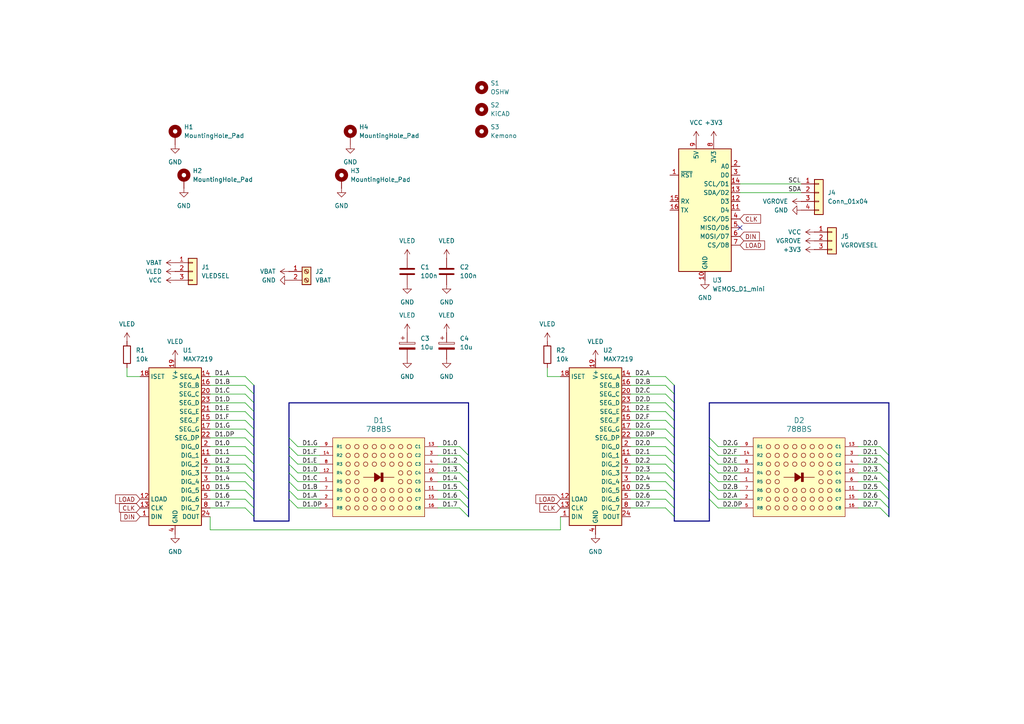
<source format=kicad_sch>
(kicad_sch
	(version 20250114)
	(generator "eeschema")
	(generator_version "9.0")
	(uuid "6e4bd062-9652-430c-ab5c-6553d7464a06")
	(paper "A4")
	(lib_symbols
		(symbol "Connector:Screw_Terminal_01x02"
			(pin_names
				(offset 1.016)
				(hide yes)
			)
			(exclude_from_sim no)
			(in_bom yes)
			(on_board yes)
			(property "Reference" "J"
				(at 0 2.54 0)
				(effects
					(font
						(size 1.27 1.27)
					)
				)
			)
			(property "Value" "Screw_Terminal_01x02"
				(at 0 -5.08 0)
				(effects
					(font
						(size 1.27 1.27)
					)
				)
			)
			(property "Footprint" ""
				(at 0 0 0)
				(effects
					(font
						(size 1.27 1.27)
					)
					(hide yes)
				)
			)
			(property "Datasheet" "~"
				(at 0 0 0)
				(effects
					(font
						(size 1.27 1.27)
					)
					(hide yes)
				)
			)
			(property "Description" "Generic screw terminal, single row, 01x02, script generated (kicad-library-utils/schlib/autogen/connector/)"
				(at 0 0 0)
				(effects
					(font
						(size 1.27 1.27)
					)
					(hide yes)
				)
			)
			(property "ki_keywords" "screw terminal"
				(at 0 0 0)
				(effects
					(font
						(size 1.27 1.27)
					)
					(hide yes)
				)
			)
			(property "ki_fp_filters" "TerminalBlock*:*"
				(at 0 0 0)
				(effects
					(font
						(size 1.27 1.27)
					)
					(hide yes)
				)
			)
			(symbol "Screw_Terminal_01x02_1_1"
				(rectangle
					(start -1.27 1.27)
					(end 1.27 -3.81)
					(stroke
						(width 0.254)
						(type default)
					)
					(fill
						(type background)
					)
				)
				(polyline
					(pts
						(xy -0.5334 0.3302) (xy 0.3302 -0.508)
					)
					(stroke
						(width 0.1524)
						(type default)
					)
					(fill
						(type none)
					)
				)
				(polyline
					(pts
						(xy -0.5334 -2.2098) (xy 0.3302 -3.048)
					)
					(stroke
						(width 0.1524)
						(type default)
					)
					(fill
						(type none)
					)
				)
				(polyline
					(pts
						(xy -0.3556 0.508) (xy 0.508 -0.3302)
					)
					(stroke
						(width 0.1524)
						(type default)
					)
					(fill
						(type none)
					)
				)
				(polyline
					(pts
						(xy -0.3556 -2.032) (xy 0.508 -2.8702)
					)
					(stroke
						(width 0.1524)
						(type default)
					)
					(fill
						(type none)
					)
				)
				(circle
					(center 0 0)
					(radius 0.635)
					(stroke
						(width 0.1524)
						(type default)
					)
					(fill
						(type none)
					)
				)
				(circle
					(center 0 -2.54)
					(radius 0.635)
					(stroke
						(width 0.1524)
						(type default)
					)
					(fill
						(type none)
					)
				)
				(pin passive line
					(at -5.08 0 0)
					(length 3.81)
					(name "Pin_1"
						(effects
							(font
								(size 1.27 1.27)
							)
						)
					)
					(number "1"
						(effects
							(font
								(size 1.27 1.27)
							)
						)
					)
				)
				(pin passive line
					(at -5.08 -2.54 0)
					(length 3.81)
					(name "Pin_2"
						(effects
							(font
								(size 1.27 1.27)
							)
						)
					)
					(number "2"
						(effects
							(font
								(size 1.27 1.27)
							)
						)
					)
				)
			)
			(embedded_fonts no)
		)
		(symbol "Connector_Generic:Conn_01x03"
			(pin_names
				(offset 1.016)
				(hide yes)
			)
			(exclude_from_sim no)
			(in_bom yes)
			(on_board yes)
			(property "Reference" "J"
				(at 0 5.08 0)
				(effects
					(font
						(size 1.27 1.27)
					)
				)
			)
			(property "Value" "Conn_01x03"
				(at 0 -5.08 0)
				(effects
					(font
						(size 1.27 1.27)
					)
				)
			)
			(property "Footprint" ""
				(at 0 0 0)
				(effects
					(font
						(size 1.27 1.27)
					)
					(hide yes)
				)
			)
			(property "Datasheet" "~"
				(at 0 0 0)
				(effects
					(font
						(size 1.27 1.27)
					)
					(hide yes)
				)
			)
			(property "Description" "Generic connector, single row, 01x03, script generated (kicad-library-utils/schlib/autogen/connector/)"
				(at 0 0 0)
				(effects
					(font
						(size 1.27 1.27)
					)
					(hide yes)
				)
			)
			(property "ki_keywords" "connector"
				(at 0 0 0)
				(effects
					(font
						(size 1.27 1.27)
					)
					(hide yes)
				)
			)
			(property "ki_fp_filters" "Connector*:*_1x??_*"
				(at 0 0 0)
				(effects
					(font
						(size 1.27 1.27)
					)
					(hide yes)
				)
			)
			(symbol "Conn_01x03_1_1"
				(rectangle
					(start -1.27 3.81)
					(end 1.27 -3.81)
					(stroke
						(width 0.254)
						(type default)
					)
					(fill
						(type background)
					)
				)
				(rectangle
					(start -1.27 2.667)
					(end 0 2.413)
					(stroke
						(width 0.1524)
						(type default)
					)
					(fill
						(type none)
					)
				)
				(rectangle
					(start -1.27 0.127)
					(end 0 -0.127)
					(stroke
						(width 0.1524)
						(type default)
					)
					(fill
						(type none)
					)
				)
				(rectangle
					(start -1.27 -2.413)
					(end 0 -2.667)
					(stroke
						(width 0.1524)
						(type default)
					)
					(fill
						(type none)
					)
				)
				(pin passive line
					(at -5.08 2.54 0)
					(length 3.81)
					(name "Pin_1"
						(effects
							(font
								(size 1.27 1.27)
							)
						)
					)
					(number "1"
						(effects
							(font
								(size 1.27 1.27)
							)
						)
					)
				)
				(pin passive line
					(at -5.08 0 0)
					(length 3.81)
					(name "Pin_2"
						(effects
							(font
								(size 1.27 1.27)
							)
						)
					)
					(number "2"
						(effects
							(font
								(size 1.27 1.27)
							)
						)
					)
				)
				(pin passive line
					(at -5.08 -2.54 0)
					(length 3.81)
					(name "Pin_3"
						(effects
							(font
								(size 1.27 1.27)
							)
						)
					)
					(number "3"
						(effects
							(font
								(size 1.27 1.27)
							)
						)
					)
				)
			)
			(embedded_fonts no)
		)
		(symbol "Connector_Generic:Conn_01x04"
			(pin_names
				(offset 1.016)
				(hide yes)
			)
			(exclude_from_sim no)
			(in_bom yes)
			(on_board yes)
			(property "Reference" "J"
				(at 0 5.08 0)
				(effects
					(font
						(size 1.27 1.27)
					)
				)
			)
			(property "Value" "Conn_01x04"
				(at 0 -7.62 0)
				(effects
					(font
						(size 1.27 1.27)
					)
				)
			)
			(property "Footprint" ""
				(at 0 0 0)
				(effects
					(font
						(size 1.27 1.27)
					)
					(hide yes)
				)
			)
			(property "Datasheet" "~"
				(at 0 0 0)
				(effects
					(font
						(size 1.27 1.27)
					)
					(hide yes)
				)
			)
			(property "Description" "Generic connector, single row, 01x04, script generated (kicad-library-utils/schlib/autogen/connector/)"
				(at 0 0 0)
				(effects
					(font
						(size 1.27 1.27)
					)
					(hide yes)
				)
			)
			(property "ki_keywords" "connector"
				(at 0 0 0)
				(effects
					(font
						(size 1.27 1.27)
					)
					(hide yes)
				)
			)
			(property "ki_fp_filters" "Connector*:*_1x??_*"
				(at 0 0 0)
				(effects
					(font
						(size 1.27 1.27)
					)
					(hide yes)
				)
			)
			(symbol "Conn_01x04_1_1"
				(rectangle
					(start -1.27 3.81)
					(end 1.27 -6.35)
					(stroke
						(width 0.254)
						(type default)
					)
					(fill
						(type background)
					)
				)
				(rectangle
					(start -1.27 2.667)
					(end 0 2.413)
					(stroke
						(width 0.1524)
						(type default)
					)
					(fill
						(type none)
					)
				)
				(rectangle
					(start -1.27 0.127)
					(end 0 -0.127)
					(stroke
						(width 0.1524)
						(type default)
					)
					(fill
						(type none)
					)
				)
				(rectangle
					(start -1.27 -2.413)
					(end 0 -2.667)
					(stroke
						(width 0.1524)
						(type default)
					)
					(fill
						(type none)
					)
				)
				(rectangle
					(start -1.27 -4.953)
					(end 0 -5.207)
					(stroke
						(width 0.1524)
						(type default)
					)
					(fill
						(type none)
					)
				)
				(pin passive line
					(at -5.08 2.54 0)
					(length 3.81)
					(name "Pin_1"
						(effects
							(font
								(size 1.27 1.27)
							)
						)
					)
					(number "1"
						(effects
							(font
								(size 1.27 1.27)
							)
						)
					)
				)
				(pin passive line
					(at -5.08 0 0)
					(length 3.81)
					(name "Pin_2"
						(effects
							(font
								(size 1.27 1.27)
							)
						)
					)
					(number "2"
						(effects
							(font
								(size 1.27 1.27)
							)
						)
					)
				)
				(pin passive line
					(at -5.08 -2.54 0)
					(length 3.81)
					(name "Pin_3"
						(effects
							(font
								(size 1.27 1.27)
							)
						)
					)
					(number "3"
						(effects
							(font
								(size 1.27 1.27)
							)
						)
					)
				)
				(pin passive line
					(at -5.08 -5.08 0)
					(length 3.81)
					(name "Pin_4"
						(effects
							(font
								(size 1.27 1.27)
							)
						)
					)
					(number "4"
						(effects
							(font
								(size 1.27 1.27)
							)
						)
					)
				)
			)
			(embedded_fonts no)
		)
		(symbol "Device:C"
			(pin_numbers
				(hide yes)
			)
			(pin_names
				(offset 0.254)
			)
			(exclude_from_sim no)
			(in_bom yes)
			(on_board yes)
			(property "Reference" "C"
				(at 0.635 2.54 0)
				(effects
					(font
						(size 1.27 1.27)
					)
					(justify left)
				)
			)
			(property "Value" "C"
				(at 0.635 -2.54 0)
				(effects
					(font
						(size 1.27 1.27)
					)
					(justify left)
				)
			)
			(property "Footprint" ""
				(at 0.9652 -3.81 0)
				(effects
					(font
						(size 1.27 1.27)
					)
					(hide yes)
				)
			)
			(property "Datasheet" "~"
				(at 0 0 0)
				(effects
					(font
						(size 1.27 1.27)
					)
					(hide yes)
				)
			)
			(property "Description" "Unpolarized capacitor"
				(at 0 0 0)
				(effects
					(font
						(size 1.27 1.27)
					)
					(hide yes)
				)
			)
			(property "ki_keywords" "cap capacitor"
				(at 0 0 0)
				(effects
					(font
						(size 1.27 1.27)
					)
					(hide yes)
				)
			)
			(property "ki_fp_filters" "C_*"
				(at 0 0 0)
				(effects
					(font
						(size 1.27 1.27)
					)
					(hide yes)
				)
			)
			(symbol "C_0_1"
				(polyline
					(pts
						(xy -2.032 0.762) (xy 2.032 0.762)
					)
					(stroke
						(width 0.508)
						(type default)
					)
					(fill
						(type none)
					)
				)
				(polyline
					(pts
						(xy -2.032 -0.762) (xy 2.032 -0.762)
					)
					(stroke
						(width 0.508)
						(type default)
					)
					(fill
						(type none)
					)
				)
			)
			(symbol "C_1_1"
				(pin passive line
					(at 0 3.81 270)
					(length 2.794)
					(name "~"
						(effects
							(font
								(size 1.27 1.27)
							)
						)
					)
					(number "1"
						(effects
							(font
								(size 1.27 1.27)
							)
						)
					)
				)
				(pin passive line
					(at 0 -3.81 90)
					(length 2.794)
					(name "~"
						(effects
							(font
								(size 1.27 1.27)
							)
						)
					)
					(number "2"
						(effects
							(font
								(size 1.27 1.27)
							)
						)
					)
				)
			)
			(embedded_fonts no)
		)
		(symbol "Device:C_Polarized"
			(pin_numbers
				(hide yes)
			)
			(pin_names
				(offset 0.254)
			)
			(exclude_from_sim no)
			(in_bom yes)
			(on_board yes)
			(property "Reference" "C"
				(at 0.635 2.54 0)
				(effects
					(font
						(size 1.27 1.27)
					)
					(justify left)
				)
			)
			(property "Value" "C_Polarized"
				(at 0.635 -2.54 0)
				(effects
					(font
						(size 1.27 1.27)
					)
					(justify left)
				)
			)
			(property "Footprint" ""
				(at 0.9652 -3.81 0)
				(effects
					(font
						(size 1.27 1.27)
					)
					(hide yes)
				)
			)
			(property "Datasheet" "~"
				(at 0 0 0)
				(effects
					(font
						(size 1.27 1.27)
					)
					(hide yes)
				)
			)
			(property "Description" "Polarized capacitor"
				(at 0 0 0)
				(effects
					(font
						(size 1.27 1.27)
					)
					(hide yes)
				)
			)
			(property "ki_keywords" "cap capacitor"
				(at 0 0 0)
				(effects
					(font
						(size 1.27 1.27)
					)
					(hide yes)
				)
			)
			(property "ki_fp_filters" "CP_*"
				(at 0 0 0)
				(effects
					(font
						(size 1.27 1.27)
					)
					(hide yes)
				)
			)
			(symbol "C_Polarized_0_1"
				(rectangle
					(start -2.286 0.508)
					(end 2.286 1.016)
					(stroke
						(width 0)
						(type default)
					)
					(fill
						(type none)
					)
				)
				(polyline
					(pts
						(xy -1.778 2.286) (xy -0.762 2.286)
					)
					(stroke
						(width 0)
						(type default)
					)
					(fill
						(type none)
					)
				)
				(polyline
					(pts
						(xy -1.27 2.794) (xy -1.27 1.778)
					)
					(stroke
						(width 0)
						(type default)
					)
					(fill
						(type none)
					)
				)
				(rectangle
					(start 2.286 -0.508)
					(end -2.286 -1.016)
					(stroke
						(width 0)
						(type default)
					)
					(fill
						(type outline)
					)
				)
			)
			(symbol "C_Polarized_1_1"
				(pin passive line
					(at 0 3.81 270)
					(length 2.794)
					(name "~"
						(effects
							(font
								(size 1.27 1.27)
							)
						)
					)
					(number "1"
						(effects
							(font
								(size 1.27 1.27)
							)
						)
					)
				)
				(pin passive line
					(at 0 -3.81 90)
					(length 2.794)
					(name "~"
						(effects
							(font
								(size 1.27 1.27)
							)
						)
					)
					(number "2"
						(effects
							(font
								(size 1.27 1.27)
							)
						)
					)
				)
			)
			(embedded_fonts no)
		)
		(symbol "Device:R"
			(pin_numbers
				(hide yes)
			)
			(pin_names
				(offset 0)
			)
			(exclude_from_sim no)
			(in_bom yes)
			(on_board yes)
			(property "Reference" "R"
				(at 2.032 0 90)
				(effects
					(font
						(size 1.27 1.27)
					)
				)
			)
			(property "Value" "R"
				(at 0 0 90)
				(effects
					(font
						(size 1.27 1.27)
					)
				)
			)
			(property "Footprint" ""
				(at -1.778 0 90)
				(effects
					(font
						(size 1.27 1.27)
					)
					(hide yes)
				)
			)
			(property "Datasheet" "~"
				(at 0 0 0)
				(effects
					(font
						(size 1.27 1.27)
					)
					(hide yes)
				)
			)
			(property "Description" "Resistor"
				(at 0 0 0)
				(effects
					(font
						(size 1.27 1.27)
					)
					(hide yes)
				)
			)
			(property "ki_keywords" "R res resistor"
				(at 0 0 0)
				(effects
					(font
						(size 1.27 1.27)
					)
					(hide yes)
				)
			)
			(property "ki_fp_filters" "R_*"
				(at 0 0 0)
				(effects
					(font
						(size 1.27 1.27)
					)
					(hide yes)
				)
			)
			(symbol "R_0_1"
				(rectangle
					(start -1.016 -2.54)
					(end 1.016 2.54)
					(stroke
						(width 0.254)
						(type default)
					)
					(fill
						(type none)
					)
				)
			)
			(symbol "R_1_1"
				(pin passive line
					(at 0 3.81 270)
					(length 1.27)
					(name "~"
						(effects
							(font
								(size 1.27 1.27)
							)
						)
					)
					(number "1"
						(effects
							(font
								(size 1.27 1.27)
							)
						)
					)
				)
				(pin passive line
					(at 0 -3.81 90)
					(length 1.27)
					(name "~"
						(effects
							(font
								(size 1.27 1.27)
							)
						)
					)
					(number "2"
						(effects
							(font
								(size 1.27 1.27)
							)
						)
					)
				)
			)
			(embedded_fonts no)
		)
		(symbol "Driver_LED:MAX7219"
			(exclude_from_sim no)
			(in_bom yes)
			(on_board yes)
			(property "Reference" "U"
				(at -6.35 24.13 0)
				(effects
					(font
						(size 1.27 1.27)
					)
					(justify left bottom)
				)
			)
			(property "Value" "MAX7219"
				(at 1.27 25.4 0)
				(effects
					(font
						(size 1.27 1.27)
					)
					(justify left top)
				)
			)
			(property "Footprint" ""
				(at -1.27 1.27 0)
				(effects
					(font
						(size 1.27 1.27)
					)
					(hide yes)
				)
			)
			(property "Datasheet" "https://datasheets.maximintegrated.com/en/ds/MAX7219-MAX7221.pdf"
				(at 1.27 -3.81 0)
				(effects
					(font
						(size 1.27 1.27)
					)
					(hide yes)
				)
			)
			(property "Description" "8-Digit LED Display Driver"
				(at 0 0 0)
				(effects
					(font
						(size 1.27 1.27)
					)
					(hide yes)
				)
			)
			(property "ki_keywords" "LED 8-Digit Display Driver"
				(at 0 0 0)
				(effects
					(font
						(size 1.27 1.27)
					)
					(hide yes)
				)
			)
			(property "ki_fp_filters" "SOIC*7.5x15.4mm*P1.27mm* DIP*7.62mm*"
				(at 0 0 0)
				(effects
					(font
						(size 1.27 1.27)
					)
					(hide yes)
				)
			)
			(symbol "MAX7219_0_1"
				(rectangle
					(start -7.62 22.86)
					(end 7.62 -22.86)
					(stroke
						(width 0.254)
						(type default)
					)
					(fill
						(type background)
					)
				)
			)
			(symbol "MAX7219_1_1"
				(pin input line
					(at -10.16 20.32 0)
					(length 2.54)
					(name "ISET"
						(effects
							(font
								(size 1.27 1.27)
							)
						)
					)
					(number "18"
						(effects
							(font
								(size 1.27 1.27)
							)
						)
					)
				)
				(pin input line
					(at -10.16 -15.24 0)
					(length 2.54)
					(name "LOAD"
						(effects
							(font
								(size 1.27 1.27)
							)
						)
					)
					(number "12"
						(effects
							(font
								(size 1.27 1.27)
							)
						)
					)
				)
				(pin input line
					(at -10.16 -17.78 0)
					(length 2.54)
					(name "CLK"
						(effects
							(font
								(size 1.27 1.27)
							)
						)
					)
					(number "13"
						(effects
							(font
								(size 1.27 1.27)
							)
						)
					)
				)
				(pin input line
					(at -10.16 -20.32 0)
					(length 2.54)
					(name "DIN"
						(effects
							(font
								(size 1.27 1.27)
							)
						)
					)
					(number "1"
						(effects
							(font
								(size 1.27 1.27)
							)
						)
					)
				)
				(pin power_in line
					(at 0 25.4 270)
					(length 2.54)
					(name "V+"
						(effects
							(font
								(size 1.27 1.27)
							)
						)
					)
					(number "19"
						(effects
							(font
								(size 1.27 1.27)
							)
						)
					)
				)
				(pin power_in line
					(at 0 -25.4 90)
					(length 2.54)
					(name "GND"
						(effects
							(font
								(size 1.27 1.27)
							)
						)
					)
					(number "4"
						(effects
							(font
								(size 1.27 1.27)
							)
						)
					)
				)
				(pin passive line
					(at 0 -25.4 90)
					(length 2.54)
					(hide yes)
					(name "GND"
						(effects
							(font
								(size 1.27 1.27)
							)
						)
					)
					(number "9"
						(effects
							(font
								(size 1.27 1.27)
							)
						)
					)
				)
				(pin output line
					(at 10.16 20.32 180)
					(length 2.54)
					(name "SEG_A"
						(effects
							(font
								(size 1.27 1.27)
							)
						)
					)
					(number "14"
						(effects
							(font
								(size 1.27 1.27)
							)
						)
					)
				)
				(pin output line
					(at 10.16 17.78 180)
					(length 2.54)
					(name "SEG_B"
						(effects
							(font
								(size 1.27 1.27)
							)
						)
					)
					(number "16"
						(effects
							(font
								(size 1.27 1.27)
							)
						)
					)
				)
				(pin output line
					(at 10.16 15.24 180)
					(length 2.54)
					(name "SEG_C"
						(effects
							(font
								(size 1.27 1.27)
							)
						)
					)
					(number "20"
						(effects
							(font
								(size 1.27 1.27)
							)
						)
					)
				)
				(pin output line
					(at 10.16 12.7 180)
					(length 2.54)
					(name "SEG_D"
						(effects
							(font
								(size 1.27 1.27)
							)
						)
					)
					(number "23"
						(effects
							(font
								(size 1.27 1.27)
							)
						)
					)
				)
				(pin output line
					(at 10.16 10.16 180)
					(length 2.54)
					(name "SEG_E"
						(effects
							(font
								(size 1.27 1.27)
							)
						)
					)
					(number "21"
						(effects
							(font
								(size 1.27 1.27)
							)
						)
					)
				)
				(pin output line
					(at 10.16 7.62 180)
					(length 2.54)
					(name "SEG_F"
						(effects
							(font
								(size 1.27 1.27)
							)
						)
					)
					(number "15"
						(effects
							(font
								(size 1.27 1.27)
							)
						)
					)
				)
				(pin output line
					(at 10.16 5.08 180)
					(length 2.54)
					(name "SEG_G"
						(effects
							(font
								(size 1.27 1.27)
							)
						)
					)
					(number "17"
						(effects
							(font
								(size 1.27 1.27)
							)
						)
					)
				)
				(pin output line
					(at 10.16 2.54 180)
					(length 2.54)
					(name "SEG_DP"
						(effects
							(font
								(size 1.27 1.27)
							)
						)
					)
					(number "22"
						(effects
							(font
								(size 1.27 1.27)
							)
						)
					)
				)
				(pin output line
					(at 10.16 0 180)
					(length 2.54)
					(name "DIG_0"
						(effects
							(font
								(size 1.27 1.27)
							)
						)
					)
					(number "2"
						(effects
							(font
								(size 1.27 1.27)
							)
						)
					)
				)
				(pin output line
					(at 10.16 -2.54 180)
					(length 2.54)
					(name "DIG_1"
						(effects
							(font
								(size 1.27 1.27)
							)
						)
					)
					(number "11"
						(effects
							(font
								(size 1.27 1.27)
							)
						)
					)
				)
				(pin output line
					(at 10.16 -5.08 180)
					(length 2.54)
					(name "DIG_2"
						(effects
							(font
								(size 1.27 1.27)
							)
						)
					)
					(number "6"
						(effects
							(font
								(size 1.27 1.27)
							)
						)
					)
				)
				(pin output line
					(at 10.16 -7.62 180)
					(length 2.54)
					(name "DIG_3"
						(effects
							(font
								(size 1.27 1.27)
							)
						)
					)
					(number "7"
						(effects
							(font
								(size 1.27 1.27)
							)
						)
					)
				)
				(pin output line
					(at 10.16 -10.16 180)
					(length 2.54)
					(name "DIG_4"
						(effects
							(font
								(size 1.27 1.27)
							)
						)
					)
					(number "3"
						(effects
							(font
								(size 1.27 1.27)
							)
						)
					)
				)
				(pin output line
					(at 10.16 -12.7 180)
					(length 2.54)
					(name "DIG_5"
						(effects
							(font
								(size 1.27 1.27)
							)
						)
					)
					(number "10"
						(effects
							(font
								(size 1.27 1.27)
							)
						)
					)
				)
				(pin output line
					(at 10.16 -15.24 180)
					(length 2.54)
					(name "DIG_6"
						(effects
							(font
								(size 1.27 1.27)
							)
						)
					)
					(number "5"
						(effects
							(font
								(size 1.27 1.27)
							)
						)
					)
				)
				(pin output line
					(at 10.16 -17.78 180)
					(length 2.54)
					(name "DIG_7"
						(effects
							(font
								(size 1.27 1.27)
							)
						)
					)
					(number "8"
						(effects
							(font
								(size 1.27 1.27)
							)
						)
					)
				)
				(pin output line
					(at 10.16 -20.32 180)
					(length 2.54)
					(name "DOUT"
						(effects
							(font
								(size 1.27 1.27)
							)
						)
					)
					(number "24"
						(effects
							(font
								(size 1.27 1.27)
							)
						)
					)
				)
			)
			(embedded_fonts no)
		)
		(symbol "Mechanical:MountingHole"
			(pin_names
				(offset 1.016)
			)
			(exclude_from_sim no)
			(in_bom no)
			(on_board yes)
			(property "Reference" "H"
				(at 0 5.08 0)
				(effects
					(font
						(size 1.27 1.27)
					)
				)
			)
			(property "Value" "MountingHole"
				(at 0 3.175 0)
				(effects
					(font
						(size 1.27 1.27)
					)
				)
			)
			(property "Footprint" ""
				(at 0 0 0)
				(effects
					(font
						(size 1.27 1.27)
					)
					(hide yes)
				)
			)
			(property "Datasheet" "~"
				(at 0 0 0)
				(effects
					(font
						(size 1.27 1.27)
					)
					(hide yes)
				)
			)
			(property "Description" "Mounting Hole without connection"
				(at 0 0 0)
				(effects
					(font
						(size 1.27 1.27)
					)
					(hide yes)
				)
			)
			(property "ki_keywords" "mounting hole"
				(at 0 0 0)
				(effects
					(font
						(size 1.27 1.27)
					)
					(hide yes)
				)
			)
			(property "ki_fp_filters" "MountingHole*"
				(at 0 0 0)
				(effects
					(font
						(size 1.27 1.27)
					)
					(hide yes)
				)
			)
			(symbol "MountingHole_0_1"
				(circle
					(center 0 0)
					(radius 1.27)
					(stroke
						(width 1.27)
						(type default)
					)
					(fill
						(type none)
					)
				)
			)
			(embedded_fonts no)
		)
		(symbol "Mechanical:MountingHole_Pad"
			(pin_numbers
				(hide yes)
			)
			(pin_names
				(offset 1.016)
				(hide yes)
			)
			(exclude_from_sim no)
			(in_bom no)
			(on_board yes)
			(property "Reference" "H"
				(at 0 6.35 0)
				(effects
					(font
						(size 1.27 1.27)
					)
				)
			)
			(property "Value" "MountingHole_Pad"
				(at 0 4.445 0)
				(effects
					(font
						(size 1.27 1.27)
					)
				)
			)
			(property "Footprint" ""
				(at 0 0 0)
				(effects
					(font
						(size 1.27 1.27)
					)
					(hide yes)
				)
			)
			(property "Datasheet" "~"
				(at 0 0 0)
				(effects
					(font
						(size 1.27 1.27)
					)
					(hide yes)
				)
			)
			(property "Description" "Mounting Hole with connection"
				(at 0 0 0)
				(effects
					(font
						(size 1.27 1.27)
					)
					(hide yes)
				)
			)
			(property "ki_keywords" "mounting hole"
				(at 0 0 0)
				(effects
					(font
						(size 1.27 1.27)
					)
					(hide yes)
				)
			)
			(property "ki_fp_filters" "MountingHole*Pad*"
				(at 0 0 0)
				(effects
					(font
						(size 1.27 1.27)
					)
					(hide yes)
				)
			)
			(symbol "MountingHole_Pad_0_1"
				(circle
					(center 0 1.27)
					(radius 1.27)
					(stroke
						(width 1.27)
						(type default)
					)
					(fill
						(type none)
					)
				)
			)
			(symbol "MountingHole_Pad_1_1"
				(pin input line
					(at 0 -2.54 90)
					(length 2.54)
					(name "1"
						(effects
							(font
								(size 1.27 1.27)
							)
						)
					)
					(number "1"
						(effects
							(font
								(size 1.27 1.27)
							)
						)
					)
				)
			)
			(embedded_fonts no)
		)
		(symbol "RF_Module:WEMOS_D1_mini"
			(exclude_from_sim no)
			(in_bom yes)
			(on_board yes)
			(property "Reference" "U"
				(at 3.81 19.05 0)
				(effects
					(font
						(size 1.27 1.27)
					)
					(justify left)
				)
			)
			(property "Value" "WEMOS_D1_mini"
				(at 1.27 -19.05 0)
				(effects
					(font
						(size 1.27 1.27)
					)
					(justify left)
				)
			)
			(property "Footprint" "RF_Module:WEMOS_D1_mini_light"
				(at 0 -29.21 0)
				(effects
					(font
						(size 1.27 1.27)
					)
					(hide yes)
				)
			)
			(property "Datasheet" "https://wiki.wemos.cc/products:d1:d1_mini#documentation"
				(at -46.99 -29.21 0)
				(effects
					(font
						(size 1.27 1.27)
					)
					(hide yes)
				)
			)
			(property "Description" "32-bit microcontroller module with WiFi"
				(at 0 0 0)
				(effects
					(font
						(size 1.27 1.27)
					)
					(hide yes)
				)
			)
			(property "ki_keywords" "ESP8266 WiFi microcontroller ESP8266EX"
				(at 0 0 0)
				(effects
					(font
						(size 1.27 1.27)
					)
					(hide yes)
				)
			)
			(property "ki_fp_filters" "WEMOS*D1*mini*"
				(at 0 0 0)
				(effects
					(font
						(size 1.27 1.27)
					)
					(hide yes)
				)
			)
			(symbol "WEMOS_D1_mini_1_1"
				(rectangle
					(start -7.62 17.78)
					(end 7.62 -17.78)
					(stroke
						(width 0.254)
						(type default)
					)
					(fill
						(type background)
					)
				)
				(pin input line
					(at -10.16 10.16 0)
					(length 2.54)
					(name "~{RST}"
						(effects
							(font
								(size 1.27 1.27)
							)
						)
					)
					(number "1"
						(effects
							(font
								(size 1.27 1.27)
							)
						)
					)
				)
				(pin input line
					(at -10.16 2.54 0)
					(length 2.54)
					(name "RX"
						(effects
							(font
								(size 1.27 1.27)
							)
						)
					)
					(number "15"
						(effects
							(font
								(size 1.27 1.27)
							)
						)
					)
				)
				(pin output line
					(at -10.16 0 0)
					(length 2.54)
					(name "TX"
						(effects
							(font
								(size 1.27 1.27)
							)
						)
					)
					(number "16"
						(effects
							(font
								(size 1.27 1.27)
							)
						)
					)
				)
				(pin power_in line
					(at -2.54 20.32 270)
					(length 2.54)
					(name "5V"
						(effects
							(font
								(size 1.27 1.27)
							)
						)
					)
					(number "9"
						(effects
							(font
								(size 1.27 1.27)
							)
						)
					)
				)
				(pin power_in line
					(at 0 -20.32 90)
					(length 2.54)
					(name "GND"
						(effects
							(font
								(size 1.27 1.27)
							)
						)
					)
					(number "10"
						(effects
							(font
								(size 1.27 1.27)
							)
						)
					)
				)
				(pin power_out line
					(at 2.54 20.32 270)
					(length 2.54)
					(name "3V3"
						(effects
							(font
								(size 1.27 1.27)
							)
						)
					)
					(number "8"
						(effects
							(font
								(size 1.27 1.27)
							)
						)
					)
				)
				(pin input line
					(at 10.16 12.7 180)
					(length 2.54)
					(name "A0"
						(effects
							(font
								(size 1.27 1.27)
							)
						)
					)
					(number "2"
						(effects
							(font
								(size 1.27 1.27)
							)
						)
					)
				)
				(pin bidirectional line
					(at 10.16 10.16 180)
					(length 2.54)
					(name "D0"
						(effects
							(font
								(size 1.27 1.27)
							)
						)
					)
					(number "3"
						(effects
							(font
								(size 1.27 1.27)
							)
						)
					)
				)
				(pin bidirectional line
					(at 10.16 7.62 180)
					(length 2.54)
					(name "SCL/D1"
						(effects
							(font
								(size 1.27 1.27)
							)
						)
					)
					(number "14"
						(effects
							(font
								(size 1.27 1.27)
							)
						)
					)
				)
				(pin bidirectional line
					(at 10.16 5.08 180)
					(length 2.54)
					(name "SDA/D2"
						(effects
							(font
								(size 1.27 1.27)
							)
						)
					)
					(number "13"
						(effects
							(font
								(size 1.27 1.27)
							)
						)
					)
				)
				(pin bidirectional line
					(at 10.16 2.54 180)
					(length 2.54)
					(name "D3"
						(effects
							(font
								(size 1.27 1.27)
							)
						)
					)
					(number "12"
						(effects
							(font
								(size 1.27 1.27)
							)
						)
					)
				)
				(pin bidirectional line
					(at 10.16 0 180)
					(length 2.54)
					(name "D4"
						(effects
							(font
								(size 1.27 1.27)
							)
						)
					)
					(number "11"
						(effects
							(font
								(size 1.27 1.27)
							)
						)
					)
				)
				(pin bidirectional line
					(at 10.16 -2.54 180)
					(length 2.54)
					(name "SCK/D5"
						(effects
							(font
								(size 1.27 1.27)
							)
						)
					)
					(number "4"
						(effects
							(font
								(size 1.27 1.27)
							)
						)
					)
				)
				(pin bidirectional line
					(at 10.16 -5.08 180)
					(length 2.54)
					(name "MISO/D6"
						(effects
							(font
								(size 1.27 1.27)
							)
						)
					)
					(number "5"
						(effects
							(font
								(size 1.27 1.27)
							)
						)
					)
				)
				(pin bidirectional line
					(at 10.16 -7.62 180)
					(length 2.54)
					(name "MOSI/D7"
						(effects
							(font
								(size 1.27 1.27)
							)
						)
					)
					(number "6"
						(effects
							(font
								(size 1.27 1.27)
							)
						)
					)
				)
				(pin bidirectional line
					(at 10.16 -10.16 180)
					(length 2.54)
					(name "CS/D8"
						(effects
							(font
								(size 1.27 1.27)
							)
						)
					)
					(number "7"
						(effects
							(font
								(size 1.27 1.27)
							)
						)
					)
				)
			)
			(embedded_fonts no)
		)
		(symbol "akn_misc:DISP_LED_MAT_8x8_COM_ANODE"
			(pin_names
				(offset 1.016)
			)
			(exclude_from_sim no)
			(in_bom yes)
			(on_board yes)
			(property "Reference" "D"
				(at 5.08 -1.27 0)
				(effects
					(font
						(size 1.524 1.524)
					)
				)
			)
			(property "Value" "DISP_LED_MAT_8x8_COM_ANODE"
				(at 16.51 24.13 0)
				(effects
					(font
						(size 1.524 1.524)
					)
				)
			)
			(property "Footprint" ""
				(at 2.54 -1.27 0)
				(effects
					(font
						(size 1.524 1.524)
					)
				)
			)
			(property "Datasheet" ""
				(at 2.54 -1.27 0)
				(effects
					(font
						(size 1.524 1.524)
					)
				)
			)
			(property "Description" "8x8 LED Dot Matrix Common Anode display"
				(at 0 0 0)
				(effects
					(font
						(size 1.27 1.27)
					)
					(hide yes)
				)
			)
			(property "ki_keywords" "8x8 LED Display"
				(at 0 0 0)
				(effects
					(font
						(size 1.27 1.27)
					)
					(hide yes)
				)
			)
			(symbol "DISP_LED_MAT_8x8_COM_ANODE_0_1"
				(rectangle
					(start 3.81 0)
					(end 30.48 22.86)
					(stroke
						(width 0)
						(type solid)
					)
					(fill
						(type background)
					)
				)
				(circle
					(center 8.255 20.32)
					(radius 0.635)
					(stroke
						(width 0)
						(type solid)
					)
					(fill
						(type none)
					)
				)
				(circle
					(center 8.255 17.78)
					(radius 0.635)
					(stroke
						(width 0)
						(type solid)
					)
					(fill
						(type none)
					)
				)
				(circle
					(center 8.255 15.24)
					(radius 0.635)
					(stroke
						(width 0)
						(type solid)
					)
					(fill
						(type none)
					)
				)
				(circle
					(center 8.255 12.7)
					(radius 0.635)
					(stroke
						(width 0)
						(type solid)
					)
					(fill
						(type none)
					)
				)
				(circle
					(center 8.255 10.16)
					(radius 0.635)
					(stroke
						(width 0)
						(type solid)
					)
					(fill
						(type none)
					)
				)
				(circle
					(center 8.255 7.62)
					(radius 0.635)
					(stroke
						(width 0)
						(type solid)
					)
					(fill
						(type none)
					)
				)
				(circle
					(center 8.255 5.08)
					(radius 0.635)
					(stroke
						(width 0)
						(type solid)
					)
					(fill
						(type none)
					)
				)
				(circle
					(center 8.255 2.54)
					(radius 0.635)
					(stroke
						(width 0)
						(type solid)
					)
					(fill
						(type none)
					)
				)
				(circle
					(center 10.795 20.32)
					(radius 0.635)
					(stroke
						(width 0)
						(type solid)
					)
					(fill
						(type none)
					)
				)
				(circle
					(center 10.795 17.78)
					(radius 0.635)
					(stroke
						(width 0)
						(type solid)
					)
					(fill
						(type none)
					)
				)
				(circle
					(center 10.795 15.24)
					(radius 0.635)
					(stroke
						(width 0)
						(type solid)
					)
					(fill
						(type none)
					)
				)
				(circle
					(center 10.795 12.7)
					(radius 0.635)
					(stroke
						(width 0)
						(type solid)
					)
					(fill
						(type none)
					)
				)
				(circle
					(center 10.795 10.16)
					(radius 0.635)
					(stroke
						(width 0)
						(type solid)
					)
					(fill
						(type none)
					)
				)
				(circle
					(center 10.795 7.62)
					(radius 0.635)
					(stroke
						(width 0)
						(type solid)
					)
					(fill
						(type none)
					)
				)
				(circle
					(center 10.795 5.08)
					(radius 0.635)
					(stroke
						(width 0)
						(type solid)
					)
					(fill
						(type none)
					)
				)
				(circle
					(center 10.795 2.54)
					(radius 0.635)
					(stroke
						(width 0)
						(type solid)
					)
					(fill
						(type none)
					)
				)
				(polyline
					(pts
						(xy 12.7 11.43) (xy 21.59 11.43)
					)
					(stroke
						(width 0)
						(type solid)
					)
					(fill
						(type none)
					)
				)
				(circle
					(center 13.335 20.32)
					(radius 0.635)
					(stroke
						(width 0)
						(type solid)
					)
					(fill
						(type none)
					)
				)
				(circle
					(center 13.335 17.78)
					(radius 0.635)
					(stroke
						(width 0)
						(type solid)
					)
					(fill
						(type none)
					)
				)
				(circle
					(center 13.335 15.24)
					(radius 0.635)
					(stroke
						(width 0)
						(type solid)
					)
					(fill
						(type none)
					)
				)
				(circle
					(center 13.335 7.62)
					(radius 0.635)
					(stroke
						(width 0)
						(type solid)
					)
					(fill
						(type none)
					)
				)
				(circle
					(center 13.335 5.08)
					(radius 0.635)
					(stroke
						(width 0)
						(type solid)
					)
					(fill
						(type none)
					)
				)
				(circle
					(center 13.335 2.54)
					(radius 0.635)
					(stroke
						(width 0)
						(type solid)
					)
					(fill
						(type none)
					)
				)
				(circle
					(center 15.875 20.32)
					(radius 0.635)
					(stroke
						(width 0)
						(type solid)
					)
					(fill
						(type none)
					)
				)
				(circle
					(center 15.875 17.78)
					(radius 0.635)
					(stroke
						(width 0)
						(type solid)
					)
					(fill
						(type none)
					)
				)
				(circle
					(center 15.875 15.24)
					(radius 0.635)
					(stroke
						(width 0)
						(type solid)
					)
					(fill
						(type none)
					)
				)
				(circle
					(center 15.875 7.62)
					(radius 0.635)
					(stroke
						(width 0)
						(type solid)
					)
					(fill
						(type none)
					)
				)
				(circle
					(center 15.875 5.08)
					(radius 0.635)
					(stroke
						(width 0)
						(type solid)
					)
					(fill
						(type none)
					)
				)
				(circle
					(center 15.875 2.54)
					(radius 0.635)
					(stroke
						(width 0)
						(type solid)
					)
					(fill
						(type none)
					)
				)
				(polyline
					(pts
						(xy 17.78 11.43) (xy 15.875 10.16) (xy 15.875 12.7) (xy 17.78 11.43)
					)
					(stroke
						(width 0)
						(type solid)
					)
					(fill
						(type outline)
					)
				)
				(circle
					(center 18.415 20.32)
					(radius 0.635)
					(stroke
						(width 0)
						(type solid)
					)
					(fill
						(type none)
					)
				)
				(circle
					(center 18.415 17.78)
					(radius 0.635)
					(stroke
						(width 0)
						(type solid)
					)
					(fill
						(type none)
					)
				)
				(circle
					(center 18.415 15.24)
					(radius 0.635)
					(stroke
						(width 0)
						(type solid)
					)
					(fill
						(type none)
					)
				)
				(polyline
					(pts
						(xy 18.415 10.16) (xy 18.415 12.7) (xy 17.78 12.7) (xy 17.78 10.16) (xy 18.415 10.16)
					)
					(stroke
						(width 0)
						(type solid)
					)
					(fill
						(type outline)
					)
				)
				(circle
					(center 18.415 7.62)
					(radius 0.635)
					(stroke
						(width 0)
						(type solid)
					)
					(fill
						(type none)
					)
				)
				(circle
					(center 18.415 5.08)
					(radius 0.635)
					(stroke
						(width 0)
						(type solid)
					)
					(fill
						(type none)
					)
				)
				(circle
					(center 18.415 2.54)
					(radius 0.635)
					(stroke
						(width 0)
						(type solid)
					)
					(fill
						(type none)
					)
				)
				(circle
					(center 20.955 20.32)
					(radius 0.635)
					(stroke
						(width 0)
						(type solid)
					)
					(fill
						(type none)
					)
				)
				(circle
					(center 20.955 17.78)
					(radius 0.635)
					(stroke
						(width 0)
						(type solid)
					)
					(fill
						(type none)
					)
				)
				(circle
					(center 20.955 15.24)
					(radius 0.635)
					(stroke
						(width 0)
						(type solid)
					)
					(fill
						(type none)
					)
				)
				(circle
					(center 20.955 7.62)
					(radius 0.635)
					(stroke
						(width 0)
						(type solid)
					)
					(fill
						(type none)
					)
				)
				(circle
					(center 20.955 5.08)
					(radius 0.635)
					(stroke
						(width 0)
						(type solid)
					)
					(fill
						(type none)
					)
				)
				(circle
					(center 20.955 2.54)
					(radius 0.635)
					(stroke
						(width 0)
						(type solid)
					)
					(fill
						(type none)
					)
				)
				(circle
					(center 23.495 20.32)
					(radius 0.635)
					(stroke
						(width 0)
						(type solid)
					)
					(fill
						(type none)
					)
				)
				(circle
					(center 23.495 17.78)
					(radius 0.635)
					(stroke
						(width 0)
						(type solid)
					)
					(fill
						(type none)
					)
				)
				(circle
					(center 23.495 15.24)
					(radius 0.635)
					(stroke
						(width 0)
						(type solid)
					)
					(fill
						(type none)
					)
				)
				(circle
					(center 23.495 12.7)
					(radius 0.635)
					(stroke
						(width 0)
						(type solid)
					)
					(fill
						(type none)
					)
				)
				(circle
					(center 23.495 10.16)
					(radius 0.635)
					(stroke
						(width 0)
						(type solid)
					)
					(fill
						(type none)
					)
				)
				(circle
					(center 23.495 7.62)
					(radius 0.635)
					(stroke
						(width 0)
						(type solid)
					)
					(fill
						(type none)
					)
				)
				(circle
					(center 23.495 5.08)
					(radius 0.635)
					(stroke
						(width 0)
						(type solid)
					)
					(fill
						(type none)
					)
				)
				(circle
					(center 23.495 2.54)
					(radius 0.635)
					(stroke
						(width 0)
						(type solid)
					)
					(fill
						(type none)
					)
				)
				(circle
					(center 26.035 20.32)
					(radius 0.635)
					(stroke
						(width 0)
						(type solid)
					)
					(fill
						(type none)
					)
				)
				(circle
					(center 26.035 17.78)
					(radius 0.635)
					(stroke
						(width 0)
						(type solid)
					)
					(fill
						(type none)
					)
				)
				(circle
					(center 26.035 15.24)
					(radius 0.635)
					(stroke
						(width 0)
						(type solid)
					)
					(fill
						(type none)
					)
				)
				(circle
					(center 26.035 12.7)
					(radius 0.635)
					(stroke
						(width 0)
						(type solid)
					)
					(fill
						(type none)
					)
				)
				(circle
					(center 26.035 10.16)
					(radius 0.635)
					(stroke
						(width 0)
						(type solid)
					)
					(fill
						(type none)
					)
				)
				(circle
					(center 26.035 7.62)
					(radius 0.635)
					(stroke
						(width 0)
						(type solid)
					)
					(fill
						(type none)
					)
				)
				(circle
					(center 26.035 5.08)
					(radius 0.635)
					(stroke
						(width 0)
						(type solid)
					)
					(fill
						(type none)
					)
				)
				(circle
					(center 26.035 2.54)
					(radius 0.635)
					(stroke
						(width 0)
						(type solid)
					)
					(fill
						(type none)
					)
				)
				(pin input line
					(at 0 20.32 0)
					(length 3.81)
					(name "R1"
						(effects
							(font
								(size 0.8636 0.8636)
							)
						)
					)
					(number "9"
						(effects
							(font
								(size 0.8636 0.8636)
							)
						)
					)
				)
			)
			(symbol "DISP_LED_MAT_8x8_COM_ANODE_1_1"
				(pin input line
					(at 0 17.78 0)
					(length 3.81)
					(name "R2"
						(effects
							(font
								(size 0.8636 0.8636)
							)
						)
					)
					(number "14"
						(effects
							(font
								(size 0.8636 0.8636)
							)
						)
					)
				)
				(pin input line
					(at 0 15.24 0)
					(length 3.81)
					(name "R3"
						(effects
							(font
								(size 0.8636 0.8636)
							)
						)
					)
					(number "8"
						(effects
							(font
								(size 0.8636 0.8636)
							)
						)
					)
				)
				(pin input line
					(at 0 12.7 0)
					(length 3.81)
					(name "R4"
						(effects
							(font
								(size 0.8636 0.8636)
							)
						)
					)
					(number "12"
						(effects
							(font
								(size 0.8636 0.8636)
							)
						)
					)
				)
				(pin input line
					(at 0 10.16 0)
					(length 3.81)
					(name "R5"
						(effects
							(font
								(size 0.8636 0.8636)
							)
						)
					)
					(number "1"
						(effects
							(font
								(size 0.8636 0.8636)
							)
						)
					)
				)
				(pin input line
					(at 0 7.62 0)
					(length 3.81)
					(name "R6"
						(effects
							(font
								(size 0.8636 0.8636)
							)
						)
					)
					(number "7"
						(effects
							(font
								(size 0.8636 0.8636)
							)
						)
					)
				)
				(pin input line
					(at 0 5.08 0)
					(length 3.81)
					(name "R7"
						(effects
							(font
								(size 0.8636 0.8636)
							)
						)
					)
					(number "2"
						(effects
							(font
								(size 0.8636 0.8636)
							)
						)
					)
				)
				(pin input line
					(at 0 2.54 0)
					(length 3.81)
					(name "R8"
						(effects
							(font
								(size 0.8636 0.8636)
							)
						)
					)
					(number "5"
						(effects
							(font
								(size 0.8636 0.8636)
							)
						)
					)
				)
				(pin output line
					(at 34.29 20.32 180)
					(length 3.81)
					(name "C1"
						(effects
							(font
								(size 0.8636 0.8636)
							)
						)
					)
					(number "13"
						(effects
							(font
								(size 0.8636 0.8636)
							)
						)
					)
				)
				(pin output line
					(at 34.29 17.78 180)
					(length 3.81)
					(name "C2"
						(effects
							(font
								(size 0.8636 0.8636)
							)
						)
					)
					(number "3"
						(effects
							(font
								(size 0.8636 0.8636)
							)
						)
					)
				)
				(pin output line
					(at 34.29 15.24 180)
					(length 3.81)
					(name "C3"
						(effects
							(font
								(size 0.8636 0.8636)
							)
						)
					)
					(number "4"
						(effects
							(font
								(size 0.8636 0.8636)
							)
						)
					)
				)
				(pin output line
					(at 34.29 12.7 180)
					(length 3.81)
					(name "C4"
						(effects
							(font
								(size 0.8636 0.8636)
							)
						)
					)
					(number "10"
						(effects
							(font
								(size 0.8636 0.8636)
							)
						)
					)
				)
				(pin output line
					(at 34.29 10.16 180)
					(length 3.81)
					(name "C5"
						(effects
							(font
								(size 0.8636 0.8636)
							)
						)
					)
					(number "6"
						(effects
							(font
								(size 0.8636 0.8636)
							)
						)
					)
				)
				(pin output line
					(at 34.29 7.62 180)
					(length 3.81)
					(name "C6"
						(effects
							(font
								(size 0.8636 0.8636)
							)
						)
					)
					(number "11"
						(effects
							(font
								(size 0.8636 0.8636)
							)
						)
					)
				)
				(pin output line
					(at 34.29 5.08 180)
					(length 3.81)
					(name "C7"
						(effects
							(font
								(size 0.8636 0.8636)
							)
						)
					)
					(number "15"
						(effects
							(font
								(size 0.8636 0.8636)
							)
						)
					)
				)
				(pin output line
					(at 34.29 2.54 180)
					(length 3.81)
					(name "C8"
						(effects
							(font
								(size 0.8636 0.8636)
							)
						)
					)
					(number "16"
						(effects
							(font
								(size 0.8636 0.8636)
							)
						)
					)
				)
			)
			(embedded_fonts no)
		)
		(symbol "power:+3V3"
			(power)
			(pin_numbers
				(hide yes)
			)
			(pin_names
				(offset 0)
				(hide yes)
			)
			(exclude_from_sim no)
			(in_bom yes)
			(on_board yes)
			(property "Reference" "#PWR"
				(at 0 -3.81 0)
				(effects
					(font
						(size 1.27 1.27)
					)
					(hide yes)
				)
			)
			(property "Value" "+3V3"
				(at 0 3.556 0)
				(effects
					(font
						(size 1.27 1.27)
					)
				)
			)
			(property "Footprint" ""
				(at 0 0 0)
				(effects
					(font
						(size 1.27 1.27)
					)
					(hide yes)
				)
			)
			(property "Datasheet" ""
				(at 0 0 0)
				(effects
					(font
						(size 1.27 1.27)
					)
					(hide yes)
				)
			)
			(property "Description" "Power symbol creates a global label with name \"+3V3\""
				(at 0 0 0)
				(effects
					(font
						(size 1.27 1.27)
					)
					(hide yes)
				)
			)
			(property "ki_keywords" "global power"
				(at 0 0 0)
				(effects
					(font
						(size 1.27 1.27)
					)
					(hide yes)
				)
			)
			(symbol "+3V3_0_1"
				(polyline
					(pts
						(xy -0.762 1.27) (xy 0 2.54)
					)
					(stroke
						(width 0)
						(type default)
					)
					(fill
						(type none)
					)
				)
				(polyline
					(pts
						(xy 0 2.54) (xy 0.762 1.27)
					)
					(stroke
						(width 0)
						(type default)
					)
					(fill
						(type none)
					)
				)
				(polyline
					(pts
						(xy 0 0) (xy 0 2.54)
					)
					(stroke
						(width 0)
						(type default)
					)
					(fill
						(type none)
					)
				)
			)
			(symbol "+3V3_1_1"
				(pin power_in line
					(at 0 0 90)
					(length 0)
					(name "~"
						(effects
							(font
								(size 1.27 1.27)
							)
						)
					)
					(number "1"
						(effects
							(font
								(size 1.27 1.27)
							)
						)
					)
				)
			)
			(embedded_fonts no)
		)
		(symbol "power:GND"
			(power)
			(pin_numbers
				(hide yes)
			)
			(pin_names
				(offset 0)
				(hide yes)
			)
			(exclude_from_sim no)
			(in_bom yes)
			(on_board yes)
			(property "Reference" "#PWR"
				(at 0 -6.35 0)
				(effects
					(font
						(size 1.27 1.27)
					)
					(hide yes)
				)
			)
			(property "Value" "GND"
				(at 0 -3.81 0)
				(effects
					(font
						(size 1.27 1.27)
					)
				)
			)
			(property "Footprint" ""
				(at 0 0 0)
				(effects
					(font
						(size 1.27 1.27)
					)
					(hide yes)
				)
			)
			(property "Datasheet" ""
				(at 0 0 0)
				(effects
					(font
						(size 1.27 1.27)
					)
					(hide yes)
				)
			)
			(property "Description" "Power symbol creates a global label with name \"GND\" , ground"
				(at 0 0 0)
				(effects
					(font
						(size 1.27 1.27)
					)
					(hide yes)
				)
			)
			(property "ki_keywords" "global power"
				(at 0 0 0)
				(effects
					(font
						(size 1.27 1.27)
					)
					(hide yes)
				)
			)
			(symbol "GND_0_1"
				(polyline
					(pts
						(xy 0 0) (xy 0 -1.27) (xy 1.27 -1.27) (xy 0 -2.54) (xy -1.27 -1.27) (xy 0 -1.27)
					)
					(stroke
						(width 0)
						(type default)
					)
					(fill
						(type none)
					)
				)
			)
			(symbol "GND_1_1"
				(pin power_in line
					(at 0 0 270)
					(length 0)
					(name "~"
						(effects
							(font
								(size 1.27 1.27)
							)
						)
					)
					(number "1"
						(effects
							(font
								(size 1.27 1.27)
							)
						)
					)
				)
			)
			(embedded_fonts no)
		)
		(symbol "power:VBUS"
			(power)
			(pin_numbers
				(hide yes)
			)
			(pin_names
				(offset 0)
				(hide yes)
			)
			(exclude_from_sim no)
			(in_bom yes)
			(on_board yes)
			(property "Reference" "#PWR"
				(at 0 -3.81 0)
				(effects
					(font
						(size 1.27 1.27)
					)
					(hide yes)
				)
			)
			(property "Value" "VBUS"
				(at 0 3.556 0)
				(effects
					(font
						(size 1.27 1.27)
					)
				)
			)
			(property "Footprint" ""
				(at 0 0 0)
				(effects
					(font
						(size 1.27 1.27)
					)
					(hide yes)
				)
			)
			(property "Datasheet" ""
				(at 0 0 0)
				(effects
					(font
						(size 1.27 1.27)
					)
					(hide yes)
				)
			)
			(property "Description" "Power symbol creates a global label with name \"VBUS\""
				(at 0 0 0)
				(effects
					(font
						(size 1.27 1.27)
					)
					(hide yes)
				)
			)
			(property "ki_keywords" "global power"
				(at 0 0 0)
				(effects
					(font
						(size 1.27 1.27)
					)
					(hide yes)
				)
			)
			(symbol "VBUS_0_1"
				(polyline
					(pts
						(xy -0.762 1.27) (xy 0 2.54)
					)
					(stroke
						(width 0)
						(type default)
					)
					(fill
						(type none)
					)
				)
				(polyline
					(pts
						(xy 0 2.54) (xy 0.762 1.27)
					)
					(stroke
						(width 0)
						(type default)
					)
					(fill
						(type none)
					)
				)
				(polyline
					(pts
						(xy 0 0) (xy 0 2.54)
					)
					(stroke
						(width 0)
						(type default)
					)
					(fill
						(type none)
					)
				)
			)
			(symbol "VBUS_1_1"
				(pin power_in line
					(at 0 0 90)
					(length 0)
					(name "~"
						(effects
							(font
								(size 1.27 1.27)
							)
						)
					)
					(number "1"
						(effects
							(font
								(size 1.27 1.27)
							)
						)
					)
				)
			)
			(embedded_fonts no)
		)
		(symbol "power:VCC"
			(power)
			(pin_numbers
				(hide yes)
			)
			(pin_names
				(offset 0)
				(hide yes)
			)
			(exclude_from_sim no)
			(in_bom yes)
			(on_board yes)
			(property "Reference" "#PWR"
				(at 0 -3.81 0)
				(effects
					(font
						(size 1.27 1.27)
					)
					(hide yes)
				)
			)
			(property "Value" "VCC"
				(at 0 3.556 0)
				(effects
					(font
						(size 1.27 1.27)
					)
				)
			)
			(property "Footprint" ""
				(at 0 0 0)
				(effects
					(font
						(size 1.27 1.27)
					)
					(hide yes)
				)
			)
			(property "Datasheet" ""
				(at 0 0 0)
				(effects
					(font
						(size 1.27 1.27)
					)
					(hide yes)
				)
			)
			(property "Description" "Power symbol creates a global label with name \"VCC\""
				(at 0 0 0)
				(effects
					(font
						(size 1.27 1.27)
					)
					(hide yes)
				)
			)
			(property "ki_keywords" "global power"
				(at 0 0 0)
				(effects
					(font
						(size 1.27 1.27)
					)
					(hide yes)
				)
			)
			(symbol "VCC_0_1"
				(polyline
					(pts
						(xy -0.762 1.27) (xy 0 2.54)
					)
					(stroke
						(width 0)
						(type default)
					)
					(fill
						(type none)
					)
				)
				(polyline
					(pts
						(xy 0 2.54) (xy 0.762 1.27)
					)
					(stroke
						(width 0)
						(type default)
					)
					(fill
						(type none)
					)
				)
				(polyline
					(pts
						(xy 0 0) (xy 0 2.54)
					)
					(stroke
						(width 0)
						(type default)
					)
					(fill
						(type none)
					)
				)
			)
			(symbol "VCC_1_1"
				(pin power_in line
					(at 0 0 90)
					(length 0)
					(name "~"
						(effects
							(font
								(size 1.27 1.27)
							)
						)
					)
					(number "1"
						(effects
							(font
								(size 1.27 1.27)
							)
						)
					)
				)
			)
			(embedded_fonts no)
		)
	)
	(no_connect
		(at 214.63 66.04)
		(uuid "3bfd0c39-acb3-4e3f-be38-fcb1c5bb21ba")
	)
	(bus_entry
		(at 133.35 134.62)
		(size 2.54 2.54)
		(stroke
			(width 0)
			(type default)
		)
		(uuid "0c133751-13f7-4d82-a497-808e45d1056a")
	)
	(bus_entry
		(at 193.04 132.08)
		(size 2.54 2.54)
		(stroke
			(width 0)
			(type default)
		)
		(uuid "0cd42c21-a961-43ec-b547-bec0b4123a0a")
	)
	(bus_entry
		(at 83.82 129.54)
		(size 2.54 2.54)
		(stroke
			(width 0)
			(type default)
		)
		(uuid "0d0bec8b-a27f-4d19-9e7e-29f440558d6a")
	)
	(bus_entry
		(at 71.12 111.76)
		(size 2.54 2.54)
		(stroke
			(width 0)
			(type default)
		)
		(uuid "11d6297b-4903-4c51-a860-2a65c806abf9")
	)
	(bus_entry
		(at 193.04 134.62)
		(size 2.54 2.54)
		(stroke
			(width 0)
			(type default)
		)
		(uuid "1a38d51b-1170-433d-aebe-88d44c2c0c2b")
	)
	(bus_entry
		(at 133.35 144.78)
		(size 2.54 2.54)
		(stroke
			(width 0)
			(type default)
		)
		(uuid "1acec731-d8a3-45d0-93c9-8c979680956f")
	)
	(bus_entry
		(at 71.12 139.7)
		(size 2.54 2.54)
		(stroke
			(width 0)
			(type default)
		)
		(uuid "1ef2fc43-92a2-4f7b-860e-4f60be3917be")
	)
	(bus_entry
		(at 205.74 144.78)
		(size 2.54 2.54)
		(stroke
			(width 0)
			(type default)
		)
		(uuid "2046acd9-16e1-4316-8cb5-712a51bce050")
	)
	(bus_entry
		(at 193.04 121.92)
		(size 2.54 2.54)
		(stroke
			(width 0)
			(type default)
		)
		(uuid "293a9e23-569e-4b94-8f0e-d3b9c5944491")
	)
	(bus_entry
		(at 193.04 142.24)
		(size 2.54 2.54)
		(stroke
			(width 0)
			(type default)
		)
		(uuid "3104cf5e-c173-46bc-80d8-27f02a92069c")
	)
	(bus_entry
		(at 255.27 147.32)
		(size 2.54 2.54)
		(stroke
			(width 0)
			(type default)
		)
		(uuid "350b7375-44c1-40a8-9560-ead6ff270ffa")
	)
	(bus_entry
		(at 193.04 147.32)
		(size 2.54 2.54)
		(stroke
			(width 0)
			(type default)
		)
		(uuid "37b68214-cf3d-48e7-984e-b5a424f97f73")
	)
	(bus_entry
		(at 193.04 111.76)
		(size 2.54 2.54)
		(stroke
			(width 0)
			(type default)
		)
		(uuid "3a31bf4f-b34c-410d-91e6-aae78382b248")
	)
	(bus_entry
		(at 205.74 134.62)
		(size 2.54 2.54)
		(stroke
			(width 0)
			(type default)
		)
		(uuid "3a83180b-8017-4430-ac52-66d4a16e8b4d")
	)
	(bus_entry
		(at 133.35 147.32)
		(size 2.54 2.54)
		(stroke
			(width 0)
			(type default)
		)
		(uuid "3f78f38a-d634-40cb-a6da-14da8283a59f")
	)
	(bus_entry
		(at 71.12 137.16)
		(size 2.54 2.54)
		(stroke
			(width 0)
			(type default)
		)
		(uuid "3fd2fde7-e061-4a1a-ba55-0df474f2a442")
	)
	(bus_entry
		(at 71.12 134.62)
		(size 2.54 2.54)
		(stroke
			(width 0)
			(type default)
		)
		(uuid "40f2f391-68da-48c6-8ab9-8666d315626f")
	)
	(bus_entry
		(at 133.35 139.7)
		(size 2.54 2.54)
		(stroke
			(width 0)
			(type default)
		)
		(uuid "444b646c-5553-4f7c-afc8-31ca1186de23")
	)
	(bus_entry
		(at 133.35 132.08)
		(size 2.54 2.54)
		(stroke
			(width 0)
			(type default)
		)
		(uuid "4499e039-acfc-401b-8818-a5edf9673ae4")
	)
	(bus_entry
		(at 83.82 134.62)
		(size 2.54 2.54)
		(stroke
			(width 0)
			(type default)
		)
		(uuid "4b3a47d6-648d-431b-a345-9020845a8f71")
	)
	(bus_entry
		(at 255.27 139.7)
		(size 2.54 2.54)
		(stroke
			(width 0)
			(type default)
		)
		(uuid "51f8093c-7714-44f2-90ca-0413965dccbb")
	)
	(bus_entry
		(at 71.12 129.54)
		(size 2.54 2.54)
		(stroke
			(width 0)
			(type default)
		)
		(uuid "52ffb84d-ecb6-44a1-a0eb-3755b44a02a8")
	)
	(bus_entry
		(at 255.27 134.62)
		(size 2.54 2.54)
		(stroke
			(width 0)
			(type default)
		)
		(uuid "56d6e9ed-55e4-4826-abdd-16a904d417fd")
	)
	(bus_entry
		(at 71.12 109.22)
		(size 2.54 2.54)
		(stroke
			(width 0)
			(type default)
		)
		(uuid "57e00ba9-2d0d-4fc5-b413-df27b369581d")
	)
	(bus_entry
		(at 83.82 127)
		(size 2.54 2.54)
		(stroke
			(width 0)
			(type default)
		)
		(uuid "5ad2521e-d92a-4e10-8f87-12581c48596b")
	)
	(bus_entry
		(at 83.82 144.78)
		(size 2.54 2.54)
		(stroke
			(width 0)
			(type default)
		)
		(uuid "5e18dd6a-a270-4fd8-8cc7-1f557fef6ac7")
	)
	(bus_entry
		(at 71.12 127)
		(size 2.54 2.54)
		(stroke
			(width 0)
			(type default)
		)
		(uuid "60a0c499-5a54-4de6-a7cc-d25dc33a7d76")
	)
	(bus_entry
		(at 133.35 137.16)
		(size 2.54 2.54)
		(stroke
			(width 0)
			(type default)
		)
		(uuid "6a623128-df20-4cf1-b904-cb40ccc010d5")
	)
	(bus_entry
		(at 205.74 142.24)
		(size 2.54 2.54)
		(stroke
			(width 0)
			(type default)
		)
		(uuid "6b24bd08-515e-4318-9ceb-1a0ea3c8161f")
	)
	(bus_entry
		(at 71.12 144.78)
		(size 2.54 2.54)
		(stroke
			(width 0)
			(type default)
		)
		(uuid "7380468a-81c1-4f6c-bb5e-48ca4a74820c")
	)
	(bus_entry
		(at 83.82 137.16)
		(size 2.54 2.54)
		(stroke
			(width 0)
			(type default)
		)
		(uuid "777f2364-19f6-4e5a-b8b8-892afe218a10")
	)
	(bus_entry
		(at 193.04 109.22)
		(size 2.54 2.54)
		(stroke
			(width 0)
			(type default)
		)
		(uuid "79e7fa91-3d8c-4ab0-9518-c9452898ccf6")
	)
	(bus_entry
		(at 205.74 132.08)
		(size 2.54 2.54)
		(stroke
			(width 0)
			(type default)
		)
		(uuid "7b1e5e78-cd2c-414a-9f9f-530698181c8c")
	)
	(bus_entry
		(at 193.04 114.3)
		(size 2.54 2.54)
		(stroke
			(width 0)
			(type default)
		)
		(uuid "7dda11c8-d4b2-4d3d-9760-4e4e95ee7d1c")
	)
	(bus_entry
		(at 205.74 139.7)
		(size 2.54 2.54)
		(stroke
			(width 0)
			(type default)
		)
		(uuid "802c10c5-9715-4b86-91e1-0d5efbd084fc")
	)
	(bus_entry
		(at 205.74 127)
		(size 2.54 2.54)
		(stroke
			(width 0)
			(type default)
		)
		(uuid "87195ad3-2b64-4808-8e59-cb1215375154")
	)
	(bus_entry
		(at 71.12 147.32)
		(size 2.54 2.54)
		(stroke
			(width 0)
			(type default)
		)
		(uuid "87c9d44d-286a-4c0d-86d3-a9490fc0bf7d")
	)
	(bus_entry
		(at 83.82 142.24)
		(size 2.54 2.54)
		(stroke
			(width 0)
			(type default)
		)
		(uuid "8be7829d-743f-4eec-9ae6-dd491bf637ba")
	)
	(bus_entry
		(at 193.04 127)
		(size 2.54 2.54)
		(stroke
			(width 0)
			(type default)
		)
		(uuid "97db0bf3-76ee-463f-80fe-74fd968e9caa")
	)
	(bus_entry
		(at 71.12 114.3)
		(size 2.54 2.54)
		(stroke
			(width 0)
			(type default)
		)
		(uuid "98d58ce7-1907-434d-9ddb-340878809924")
	)
	(bus_entry
		(at 71.12 132.08)
		(size 2.54 2.54)
		(stroke
			(width 0)
			(type default)
		)
		(uuid "99f100d9-939c-46dd-9a1d-7ea8144e4a9a")
	)
	(bus_entry
		(at 133.35 142.24)
		(size 2.54 2.54)
		(stroke
			(width 0)
			(type default)
		)
		(uuid "9e23d226-6869-47f1-865a-12d743d06b86")
	)
	(bus_entry
		(at 71.12 121.92)
		(size 2.54 2.54)
		(stroke
			(width 0)
			(type default)
		)
		(uuid "9e39a926-9ea5-4437-8226-efce02ea1db4")
	)
	(bus_entry
		(at 193.04 144.78)
		(size 2.54 2.54)
		(stroke
			(width 0)
			(type default)
		)
		(uuid "a4f308ae-0ac2-44ef-9eb3-b7ab3da759d9")
	)
	(bus_entry
		(at 255.27 144.78)
		(size 2.54 2.54)
		(stroke
			(width 0)
			(type default)
		)
		(uuid "af101909-ce83-4f70-ad20-e1633743b408")
	)
	(bus_entry
		(at 193.04 124.46)
		(size 2.54 2.54)
		(stroke
			(width 0)
			(type default)
		)
		(uuid "b265cc4e-1bcd-49e1-91ae-4f010a226e9b")
	)
	(bus_entry
		(at 71.12 124.46)
		(size 2.54 2.54)
		(stroke
			(width 0)
			(type default)
		)
		(uuid "b4d90e5d-5e3e-4e63-8c2f-b8ed254a3a9b")
	)
	(bus_entry
		(at 83.82 132.08)
		(size 2.54 2.54)
		(stroke
			(width 0)
			(type default)
		)
		(uuid "b5c5c82c-9e65-4b70-9b2c-6dc812f7a38e")
	)
	(bus_entry
		(at 193.04 137.16)
		(size 2.54 2.54)
		(stroke
			(width 0)
			(type default)
		)
		(uuid "b78c2295-ff29-42dc-bab6-582b863aa570")
	)
	(bus_entry
		(at 193.04 116.84)
		(size 2.54 2.54)
		(stroke
			(width 0)
			(type default)
		)
		(uuid "b8373ea1-11b7-4171-a528-2ec881b908c2")
	)
	(bus_entry
		(at 255.27 142.24)
		(size 2.54 2.54)
		(stroke
			(width 0)
			(type default)
		)
		(uuid "c56e6703-90f2-4bd8-a4be-dadb29e1630d")
	)
	(bus_entry
		(at 205.74 129.54)
		(size 2.54 2.54)
		(stroke
			(width 0)
			(type default)
		)
		(uuid "d8eddd4b-ee4b-4e9b-9ff1-cdd820124852")
	)
	(bus_entry
		(at 83.82 139.7)
		(size 2.54 2.54)
		(stroke
			(width 0)
			(type default)
		)
		(uuid "d98494b6-49ad-43ca-9a47-4130040eb1fc")
	)
	(bus_entry
		(at 255.27 129.54)
		(size 2.54 2.54)
		(stroke
			(width 0)
			(type default)
		)
		(uuid "dab05039-c1fc-494f-82ac-06b377654afb")
	)
	(bus_entry
		(at 205.74 137.16)
		(size 2.54 2.54)
		(stroke
			(width 0)
			(type default)
		)
		(uuid "dc276544-7b43-494b-a6ae-2a563003c4b9")
	)
	(bus_entry
		(at 71.12 119.38)
		(size 2.54 2.54)
		(stroke
			(width 0)
			(type default)
		)
		(uuid "df5034fd-1b0c-42f2-b993-07c39cd94630")
	)
	(bus_entry
		(at 71.12 142.24)
		(size 2.54 2.54)
		(stroke
			(width 0)
			(type default)
		)
		(uuid "e0f6d861-bb60-47b7-b506-1445e4225d28")
	)
	(bus_entry
		(at 71.12 116.84)
		(size 2.54 2.54)
		(stroke
			(width 0)
			(type default)
		)
		(uuid "e2965ba3-f0c9-4162-8cf7-d68d52b954d2")
	)
	(bus_entry
		(at 133.35 129.54)
		(size 2.54 2.54)
		(stroke
			(width 0)
			(type default)
		)
		(uuid "e2d6aebf-75c9-4439-ae78-a96e305dacae")
	)
	(bus_entry
		(at 193.04 139.7)
		(size 2.54 2.54)
		(stroke
			(width 0)
			(type default)
		)
		(uuid "e3710229-690a-4e7c-8245-1bb1fc9e11f2")
	)
	(bus_entry
		(at 193.04 129.54)
		(size 2.54 2.54)
		(stroke
			(width 0)
			(type default)
		)
		(uuid "e815eb40-e49b-43be-b2d3-71330159b7e4")
	)
	(bus_entry
		(at 255.27 137.16)
		(size 2.54 2.54)
		(stroke
			(width 0)
			(type default)
		)
		(uuid "f752955a-76bf-40da-bd11-ab113c31ba92")
	)
	(bus_entry
		(at 193.04 119.38)
		(size 2.54 2.54)
		(stroke
			(width 0)
			(type default)
		)
		(uuid "f98f8628-5670-45c6-a26b-6c135c04ee95")
	)
	(bus_entry
		(at 255.27 132.08)
		(size 2.54 2.54)
		(stroke
			(width 0)
			(type default)
		)
		(uuid "faae37af-ac7d-4303-9209-4374550d5142")
	)
	(bus
		(pts
			(xy 73.66 147.32) (xy 73.66 149.86)
		)
		(stroke
			(width 0)
			(type default)
		)
		(uuid "005cfce4-502e-4500-be42-a9835a709072")
	)
	(bus
		(pts
			(xy 83.82 151.13) (xy 83.82 144.78)
		)
		(stroke
			(width 0)
			(type default)
		)
		(uuid "02103467-8554-446b-930f-747c4f2a4400")
	)
	(bus
		(pts
			(xy 257.81 147.32) (xy 257.81 149.86)
		)
		(stroke
			(width 0)
			(type default)
		)
		(uuid "03901c27-3403-4764-b4a3-32fd47e296f8")
	)
	(wire
		(pts
			(xy 182.88 132.08) (xy 193.04 132.08)
		)
		(stroke
			(width 0)
			(type default)
		)
		(uuid "03e75ad9-f236-42cc-a4b0-baa559c954b2")
	)
	(wire
		(pts
			(xy 248.92 139.7) (xy 255.27 139.7)
		)
		(stroke
			(width 0)
			(type default)
		)
		(uuid "05c56a47-d001-4e63-bba8-c76f5fdfb5c4")
	)
	(wire
		(pts
			(xy 182.88 119.38) (xy 193.04 119.38)
		)
		(stroke
			(width 0)
			(type default)
		)
		(uuid "05cd277f-a113-4836-b0bc-d92f59840f3b")
	)
	(wire
		(pts
			(xy 60.96 116.84) (xy 71.12 116.84)
		)
		(stroke
			(width 0)
			(type default)
		)
		(uuid "06520542-f011-4177-889a-cb758d1d83a7")
	)
	(bus
		(pts
			(xy 195.58 142.24) (xy 195.58 144.78)
		)
		(stroke
			(width 0)
			(type default)
		)
		(uuid "07c2d2db-b9b6-4251-9cc8-3c16170c3c88")
	)
	(wire
		(pts
			(xy 182.88 129.54) (xy 193.04 129.54)
		)
		(stroke
			(width 0)
			(type default)
		)
		(uuid "0b7e705a-c0c7-474f-a33e-02aa8fdbd259")
	)
	(wire
		(pts
			(xy 182.88 116.84) (xy 193.04 116.84)
		)
		(stroke
			(width 0)
			(type default)
		)
		(uuid "0b7ed31f-df38-4e12-9532-204c267fb40d")
	)
	(bus
		(pts
			(xy 83.82 144.78) (xy 83.82 142.24)
		)
		(stroke
			(width 0)
			(type default)
		)
		(uuid "0bd10ca6-ec1a-4659-af69-8f5960e7e293")
	)
	(bus
		(pts
			(xy 195.58 147.32) (xy 195.58 149.86)
		)
		(stroke
			(width 0)
			(type default)
		)
		(uuid "0c1776c0-be5e-41e7-92bc-419aed004db6")
	)
	(bus
		(pts
			(xy 73.66 151.13) (xy 83.82 151.13)
		)
		(stroke
			(width 0)
			(type default)
		)
		(uuid "0c46c814-2e5f-4ef0-b6c2-2af19cd1dfd6")
	)
	(bus
		(pts
			(xy 195.58 151.13) (xy 205.74 151.13)
		)
		(stroke
			(width 0)
			(type default)
		)
		(uuid "0ce21d67-b33c-4368-974a-b69bc17c6143")
	)
	(wire
		(pts
			(xy 182.88 144.78) (xy 193.04 144.78)
		)
		(stroke
			(width 0)
			(type default)
		)
		(uuid "0eb152be-4f7c-4a76-b046-19887e1f3804")
	)
	(wire
		(pts
			(xy 60.96 137.16) (xy 71.12 137.16)
		)
		(stroke
			(width 0)
			(type default)
		)
		(uuid "118ce01a-dbf0-401b-b144-afe9e01d2d5d")
	)
	(bus
		(pts
			(xy 135.89 137.16) (xy 135.89 139.7)
		)
		(stroke
			(width 0)
			(type default)
		)
		(uuid "12fe271d-f227-4016-8199-dedffae28e5e")
	)
	(bus
		(pts
			(xy 73.66 132.08) (xy 73.66 134.62)
		)
		(stroke
			(width 0)
			(type default)
		)
		(uuid "16f50221-fa8f-43a1-b643-47d5e55f11cf")
	)
	(wire
		(pts
			(xy 248.92 137.16) (xy 255.27 137.16)
		)
		(stroke
			(width 0)
			(type default)
		)
		(uuid "1933a081-2c0d-4f68-b7e7-25c64e0ede90")
	)
	(wire
		(pts
			(xy 248.92 142.24) (xy 255.27 142.24)
		)
		(stroke
			(width 0)
			(type default)
		)
		(uuid "1d202582-61bf-486d-9fea-240804458ff8")
	)
	(wire
		(pts
			(xy 60.96 142.24) (xy 71.12 142.24)
		)
		(stroke
			(width 0)
			(type default)
		)
		(uuid "20a102ee-2281-4168-a072-43a65a181296")
	)
	(bus
		(pts
			(xy 73.66 139.7) (xy 73.66 142.24)
		)
		(stroke
			(width 0)
			(type default)
		)
		(uuid "21951fef-fd0f-4b34-a2e7-c39083f44a20")
	)
	(bus
		(pts
			(xy 257.81 137.16) (xy 257.81 139.7)
		)
		(stroke
			(width 0)
			(type default)
		)
		(uuid "236f8694-1465-46bc-9335-249ca068c3d3")
	)
	(bus
		(pts
			(xy 135.89 142.24) (xy 135.89 144.78)
		)
		(stroke
			(width 0)
			(type default)
		)
		(uuid "241bb9aa-9d52-49be-a03c-3cf793f40735")
	)
	(bus
		(pts
			(xy 195.58 116.84) (xy 195.58 119.38)
		)
		(stroke
			(width 0)
			(type default)
		)
		(uuid "260ade7a-5771-4ff8-a0c7-7eb4f6f05abe")
	)
	(bus
		(pts
			(xy 205.74 132.08) (xy 205.74 129.54)
		)
		(stroke
			(width 0)
			(type default)
		)
		(uuid "2a7a3d48-ac6f-42c9-809f-278ba68cf1d9")
	)
	(bus
		(pts
			(xy 205.74 116.84) (xy 257.81 116.84)
		)
		(stroke
			(width 0)
			(type default)
		)
		(uuid "2c16ff1c-d410-4e70-b6f5-6bef31d38d34")
	)
	(bus
		(pts
			(xy 73.66 137.16) (xy 73.66 139.7)
		)
		(stroke
			(width 0)
			(type default)
		)
		(uuid "2cfd53b3-ac6d-4230-92e4-010243eec7c7")
	)
	(wire
		(pts
			(xy 182.88 139.7) (xy 193.04 139.7)
		)
		(stroke
			(width 0)
			(type default)
		)
		(uuid "2db65dd2-f50e-449c-aad9-70ca4f578a24")
	)
	(wire
		(pts
			(xy 182.88 121.92) (xy 193.04 121.92)
		)
		(stroke
			(width 0)
			(type default)
		)
		(uuid "2dda4da2-6005-445c-b9c4-b8e33bf5b254")
	)
	(wire
		(pts
			(xy 182.88 109.22) (xy 193.04 109.22)
		)
		(stroke
			(width 0)
			(type default)
		)
		(uuid "300dc5ce-60fe-4a5a-8ef2-f0b4958c05ac")
	)
	(wire
		(pts
			(xy 60.96 114.3) (xy 71.12 114.3)
		)
		(stroke
			(width 0)
			(type default)
		)
		(uuid "362616ac-f855-4798-8090-b957c50af652")
	)
	(wire
		(pts
			(xy 60.96 147.32) (xy 71.12 147.32)
		)
		(stroke
			(width 0)
			(type default)
		)
		(uuid "36a7e454-48a8-4e34-a7e8-4ac6038b6489")
	)
	(bus
		(pts
			(xy 205.74 137.16) (xy 205.74 134.62)
		)
		(stroke
			(width 0)
			(type default)
		)
		(uuid "391455d1-410d-4591-9852-f75ed17f8c40")
	)
	(bus
		(pts
			(xy 73.66 142.24) (xy 73.66 144.78)
		)
		(stroke
			(width 0)
			(type default)
		)
		(uuid "39192bdf-dd4f-47de-b210-8d1a84f84549")
	)
	(bus
		(pts
			(xy 195.58 134.62) (xy 195.58 137.16)
		)
		(stroke
			(width 0)
			(type default)
		)
		(uuid "3b636aeb-a27b-4a2a-8305-7d7947dd825c")
	)
	(wire
		(pts
			(xy 214.63 53.34) (xy 232.41 53.34)
		)
		(stroke
			(width 0)
			(type default)
		)
		(uuid "3e8084b8-af32-4afd-8ab7-2b22cd32e771")
	)
	(wire
		(pts
			(xy 86.36 132.08) (xy 92.71 132.08)
		)
		(stroke
			(width 0)
			(type default)
		)
		(uuid "3f3f186a-8f43-4c91-98d3-8ea210583b24")
	)
	(wire
		(pts
			(xy 60.96 134.62) (xy 71.12 134.62)
		)
		(stroke
			(width 0)
			(type default)
		)
		(uuid "404a66b5-75d2-414a-b775-a63510dd2feb")
	)
	(bus
		(pts
			(xy 205.74 151.13) (xy 205.74 144.78)
		)
		(stroke
			(width 0)
			(type default)
		)
		(uuid "437c7016-d39f-462f-8d27-744fad60443d")
	)
	(bus
		(pts
			(xy 83.82 137.16) (xy 83.82 134.62)
		)
		(stroke
			(width 0)
			(type default)
		)
		(uuid "43e41ccd-d3e8-442e-a2b8-07d2b3cd6e11")
	)
	(wire
		(pts
			(xy 182.88 114.3) (xy 193.04 114.3)
		)
		(stroke
			(width 0)
			(type default)
		)
		(uuid "4593f2a9-b4c3-4677-8425-dda893e578ea")
	)
	(wire
		(pts
			(xy 127 129.54) (xy 133.35 129.54)
		)
		(stroke
			(width 0)
			(type default)
		)
		(uuid "486cdb94-cd18-4189-b966-c10fc7c72bb1")
	)
	(wire
		(pts
			(xy 182.88 124.46) (xy 193.04 124.46)
		)
		(stroke
			(width 0)
			(type default)
		)
		(uuid "4b6e6ba0-a959-42ad-9479-52af01bd3cc8")
	)
	(bus
		(pts
			(xy 257.81 116.84) (xy 257.81 132.08)
		)
		(stroke
			(width 0)
			(type default)
		)
		(uuid "4c725f8e-b5be-4253-94f9-b47b27294d16")
	)
	(wire
		(pts
			(xy 182.88 134.62) (xy 193.04 134.62)
		)
		(stroke
			(width 0)
			(type default)
		)
		(uuid "50f931d2-754f-488a-a1d7-8657b5a5683f")
	)
	(bus
		(pts
			(xy 195.58 144.78) (xy 195.58 147.32)
		)
		(stroke
			(width 0)
			(type default)
		)
		(uuid "53298dbc-b3ec-4147-916e-603ca16bbde6")
	)
	(wire
		(pts
			(xy 60.96 132.08) (xy 71.12 132.08)
		)
		(stroke
			(width 0)
			(type default)
		)
		(uuid "54a374a3-20f2-4847-bf57-8c5f11ad6c4e")
	)
	(bus
		(pts
			(xy 73.66 121.92) (xy 73.66 124.46)
		)
		(stroke
			(width 0)
			(type default)
		)
		(uuid "54a861b8-3db7-4239-b7a0-e4c6c4880399")
	)
	(wire
		(pts
			(xy 36.83 109.22) (xy 40.64 109.22)
		)
		(stroke
			(width 0)
			(type default)
		)
		(uuid "569c5c8a-1518-4f6c-807a-e0c23479247c")
	)
	(bus
		(pts
			(xy 195.58 149.86) (xy 195.58 151.13)
		)
		(stroke
			(width 0)
			(type default)
		)
		(uuid "575cf7eb-2c9e-443a-b280-bd595ffbd580")
	)
	(wire
		(pts
			(xy 86.36 137.16) (xy 92.71 137.16)
		)
		(stroke
			(width 0)
			(type default)
		)
		(uuid "57cbb894-218a-44e8-9850-469fecc12d64")
	)
	(wire
		(pts
			(xy 60.96 121.92) (xy 71.12 121.92)
		)
		(stroke
			(width 0)
			(type default)
		)
		(uuid "57dd5cb2-48c1-4d9d-b47e-659755c53e81")
	)
	(bus
		(pts
			(xy 195.58 111.76) (xy 195.58 114.3)
		)
		(stroke
			(width 0)
			(type default)
		)
		(uuid "5a5d58f5-dc65-4b25-81fe-4e0fdecdd06a")
	)
	(wire
		(pts
			(xy 182.88 111.76) (xy 193.04 111.76)
		)
		(stroke
			(width 0)
			(type default)
		)
		(uuid "5c56d583-a3a3-4294-a66f-808a8082f08c")
	)
	(bus
		(pts
			(xy 205.74 139.7) (xy 205.74 137.16)
		)
		(stroke
			(width 0)
			(type default)
		)
		(uuid "5d65c5be-7cc6-4c84-ac83-09fc0b4bef58")
	)
	(wire
		(pts
			(xy 208.28 129.54) (xy 214.63 129.54)
		)
		(stroke
			(width 0)
			(type default)
		)
		(uuid "5d85b282-3ab8-4942-a02c-ef9b93002c6a")
	)
	(bus
		(pts
			(xy 83.82 139.7) (xy 83.82 137.16)
		)
		(stroke
			(width 0)
			(type default)
		)
		(uuid "5daacbd2-ce20-4a7a-9fca-afbad0e185b9")
	)
	(wire
		(pts
			(xy 86.36 129.54) (xy 92.71 129.54)
		)
		(stroke
			(width 0)
			(type default)
		)
		(uuid "5ea6fb7d-cac0-4397-9fba-4976afc53c80")
	)
	(bus
		(pts
			(xy 195.58 114.3) (xy 195.58 116.84)
		)
		(stroke
			(width 0)
			(type default)
		)
		(uuid "5ed97e00-bda6-4b9c-934f-d4127c93aef0")
	)
	(wire
		(pts
			(xy 60.96 111.76) (xy 71.12 111.76)
		)
		(stroke
			(width 0)
			(type default)
		)
		(uuid "5f0e6fd2-29cd-4e5e-ae3f-4fec5ed28039")
	)
	(bus
		(pts
			(xy 257.81 132.08) (xy 257.81 134.62)
		)
		(stroke
			(width 0)
			(type default)
		)
		(uuid "61f58989-135e-46e4-96f1-cfa078492d53")
	)
	(wire
		(pts
			(xy 127 137.16) (xy 133.35 137.16)
		)
		(stroke
			(width 0)
			(type default)
		)
		(uuid "6405c335-9a32-4e2c-95ed-1c0700c951a6")
	)
	(wire
		(pts
			(xy 214.63 55.88) (xy 232.41 55.88)
		)
		(stroke
			(width 0)
			(type default)
		)
		(uuid "6546c4fe-45a5-4962-873f-c6361a1d1bdd")
	)
	(bus
		(pts
			(xy 135.89 116.84) (xy 135.89 132.08)
		)
		(stroke
			(width 0)
			(type default)
		)
		(uuid "666c4c41-4398-44c9-b251-37aad2ba5963")
	)
	(bus
		(pts
			(xy 135.89 147.32) (xy 135.89 149.86)
		)
		(stroke
			(width 0)
			(type default)
		)
		(uuid "6831d4f0-a6f6-48a8-8a92-e945ac722fc7")
	)
	(bus
		(pts
			(xy 73.66 149.86) (xy 73.66 151.13)
		)
		(stroke
			(width 0)
			(type default)
		)
		(uuid "6934852c-5209-4e15-9548-14416aa40a6a")
	)
	(wire
		(pts
			(xy 127 139.7) (xy 133.35 139.7)
		)
		(stroke
			(width 0)
			(type default)
		)
		(uuid "69cab584-5d04-4732-abef-1a2e5476ec5f")
	)
	(wire
		(pts
			(xy 60.96 109.22) (xy 71.12 109.22)
		)
		(stroke
			(width 0)
			(type default)
		)
		(uuid "6c00419e-aedf-4c08-bd96-57459201c046")
	)
	(bus
		(pts
			(xy 135.89 132.08) (xy 135.89 134.62)
		)
		(stroke
			(width 0)
			(type default)
		)
		(uuid "6d132048-a368-4f1e-883d-dd2839c779a5")
	)
	(bus
		(pts
			(xy 195.58 139.7) (xy 195.58 142.24)
		)
		(stroke
			(width 0)
			(type default)
		)
		(uuid "710848e3-de78-4002-b19d-69ffe531cca3")
	)
	(bus
		(pts
			(xy 73.66 124.46) (xy 73.66 127)
		)
		(stroke
			(width 0)
			(type default)
		)
		(uuid "72ba50e4-43db-49c9-ae67-5bb6303c4eda")
	)
	(bus
		(pts
			(xy 257.81 142.24) (xy 257.81 144.78)
		)
		(stroke
			(width 0)
			(type default)
		)
		(uuid "7b6b8075-fad7-450c-8b74-8b4c3721a67b")
	)
	(wire
		(pts
			(xy 86.36 139.7) (xy 92.71 139.7)
		)
		(stroke
			(width 0)
			(type default)
		)
		(uuid "7ba64fe3-79fe-453c-b670-096c4aae4926")
	)
	(wire
		(pts
			(xy 208.28 139.7) (xy 214.63 139.7)
		)
		(stroke
			(width 0)
			(type default)
		)
		(uuid "7cdcb70e-f898-4e61-9b63-391a2d122355")
	)
	(wire
		(pts
			(xy 127 142.24) (xy 133.35 142.24)
		)
		(stroke
			(width 0)
			(type default)
		)
		(uuid "7f8267b5-0b5a-4136-883c-a043fe5f451f")
	)
	(wire
		(pts
			(xy 248.92 144.78) (xy 255.27 144.78)
		)
		(stroke
			(width 0)
			(type default)
		)
		(uuid "7f868e9b-66dc-4d24-96e6-1bd179c92931")
	)
	(wire
		(pts
			(xy 60.96 129.54) (xy 71.12 129.54)
		)
		(stroke
			(width 0)
			(type default)
		)
		(uuid "8010e4f5-2c28-41e1-899b-5c314ddfbc6c")
	)
	(wire
		(pts
			(xy 127 132.08) (xy 133.35 132.08)
		)
		(stroke
			(width 0)
			(type default)
		)
		(uuid "81e180a7-2b53-4797-8d4a-09229472ea69")
	)
	(bus
		(pts
			(xy 135.89 144.78) (xy 135.89 147.32)
		)
		(stroke
			(width 0)
			(type default)
		)
		(uuid "82951a96-0f4d-43b8-b4b2-0a0b2aff1fe6")
	)
	(wire
		(pts
			(xy 36.83 106.68) (xy 36.83 109.22)
		)
		(stroke
			(width 0)
			(type default)
		)
		(uuid "85208e80-bb0c-4bb7-b79c-f8c6051d1a62")
	)
	(bus
		(pts
			(xy 83.82 116.84) (xy 135.89 116.84)
		)
		(stroke
			(width 0)
			(type default)
		)
		(uuid "8603909d-c7b8-4969-aba8-549add166250")
	)
	(bus
		(pts
			(xy 205.74 127) (xy 205.74 116.84)
		)
		(stroke
			(width 0)
			(type default)
		)
		(uuid "8799b84c-78c9-4375-b947-37d71613718d")
	)
	(bus
		(pts
			(xy 73.66 127) (xy 73.66 129.54)
		)
		(stroke
			(width 0)
			(type default)
		)
		(uuid "87ea060e-885a-4945-a773-6c8720189864")
	)
	(bus
		(pts
			(xy 73.66 119.38) (xy 73.66 121.92)
		)
		(stroke
			(width 0)
			(type default)
		)
		(uuid "883210ef-5255-458b-9e50-f3ece467d20b")
	)
	(bus
		(pts
			(xy 257.81 144.78) (xy 257.81 147.32)
		)
		(stroke
			(width 0)
			(type default)
		)
		(uuid "8bbded61-8e8d-4ff0-b803-c1438b4d37d5")
	)
	(wire
		(pts
			(xy 127 147.32) (xy 133.35 147.32)
		)
		(stroke
			(width 0)
			(type default)
		)
		(uuid "928146e9-2070-498a-baa9-151242fd6416")
	)
	(bus
		(pts
			(xy 83.82 129.54) (xy 83.82 127)
		)
		(stroke
			(width 0)
			(type default)
		)
		(uuid "93a2fc3f-e7cd-4e64-9f19-cc1edcdf78da")
	)
	(bus
		(pts
			(xy 83.82 134.62) (xy 83.82 132.08)
		)
		(stroke
			(width 0)
			(type default)
		)
		(uuid "9426eeb1-f762-425a-b026-b5e4df2ac387")
	)
	(wire
		(pts
			(xy 208.28 142.24) (xy 214.63 142.24)
		)
		(stroke
			(width 0)
			(type default)
		)
		(uuid "97dbcd67-5f56-4c0a-855d-fdc0b581a605")
	)
	(wire
		(pts
			(xy 208.28 144.78) (xy 214.63 144.78)
		)
		(stroke
			(width 0)
			(type default)
		)
		(uuid "9916f5f7-60e0-43e7-bbb6-c8b8ff3251a9")
	)
	(wire
		(pts
			(xy 162.56 153.67) (xy 162.56 149.86)
		)
		(stroke
			(width 0)
			(type default)
		)
		(uuid "9aada61d-e8c9-4e11-b8c0-0b35beb194b4")
	)
	(wire
		(pts
			(xy 182.88 142.24) (xy 193.04 142.24)
		)
		(stroke
			(width 0)
			(type default)
		)
		(uuid "9ca5352b-2c09-4467-8136-bf928981bf52")
	)
	(wire
		(pts
			(xy 60.96 127) (xy 71.12 127)
		)
		(stroke
			(width 0)
			(type default)
		)
		(uuid "9e323e01-60e5-4b06-8f73-004b66561d56")
	)
	(bus
		(pts
			(xy 257.81 139.7) (xy 257.81 142.24)
		)
		(stroke
			(width 0)
			(type default)
		)
		(uuid "a2407b5c-9e83-4555-b03a-744d91172322")
	)
	(wire
		(pts
			(xy 60.96 144.78) (xy 71.12 144.78)
		)
		(stroke
			(width 0)
			(type default)
		)
		(uuid "a2beca88-ffa7-42be-a02d-f337079cb084")
	)
	(bus
		(pts
			(xy 257.81 134.62) (xy 257.81 137.16)
		)
		(stroke
			(width 0)
			(type default)
		)
		(uuid "a54b1e92-c2a4-4144-8ed0-9eee1faac128")
	)
	(wire
		(pts
			(xy 127 144.78) (xy 133.35 144.78)
		)
		(stroke
			(width 0)
			(type default)
		)
		(uuid "aa30c5de-9b6f-4f1d-87a6-0e2fb2134603")
	)
	(bus
		(pts
			(xy 83.82 142.24) (xy 83.82 139.7)
		)
		(stroke
			(width 0)
			(type default)
		)
		(uuid "aa4ad73a-a8a8-46a3-8544-8bfb0e48c0d9")
	)
	(bus
		(pts
			(xy 195.58 124.46) (xy 195.58 127)
		)
		(stroke
			(width 0)
			(type default)
		)
		(uuid "ac12a628-77ec-44ef-bdb4-79d62004d0c1")
	)
	(wire
		(pts
			(xy 86.36 144.78) (xy 92.71 144.78)
		)
		(stroke
			(width 0)
			(type default)
		)
		(uuid "ad5db7fb-848f-461f-8bf1-4fd6f2109389")
	)
	(bus
		(pts
			(xy 205.74 142.24) (xy 205.74 139.7)
		)
		(stroke
			(width 0)
			(type default)
		)
		(uuid "b1fb988b-bf73-45a2-96c6-d3469ff6b641")
	)
	(bus
		(pts
			(xy 73.66 116.84) (xy 73.66 119.38)
		)
		(stroke
			(width 0)
			(type default)
		)
		(uuid "b28d8978-9ca9-4d6a-a8ac-9b11228f9c07")
	)
	(wire
		(pts
			(xy 158.75 109.22) (xy 162.56 109.22)
		)
		(stroke
			(width 0)
			(type default)
		)
		(uuid "b5debac4-6d3f-4164-81ea-32d96c274c59")
	)
	(wire
		(pts
			(xy 248.92 134.62) (xy 255.27 134.62)
		)
		(stroke
			(width 0)
			(type default)
		)
		(uuid "b5f3cac4-c73f-4d80-b640-7a44c0853e8b")
	)
	(wire
		(pts
			(xy 60.96 153.67) (xy 162.56 153.67)
		)
		(stroke
			(width 0)
			(type default)
		)
		(uuid "b781a055-0752-4fe2-bb74-4620a1d0dcc0")
	)
	(wire
		(pts
			(xy 208.28 147.32) (xy 214.63 147.32)
		)
		(stroke
			(width 0)
			(type default)
		)
		(uuid "b7cc1a47-583f-4598-81ba-44f1eac12804")
	)
	(wire
		(pts
			(xy 86.36 134.62) (xy 92.71 134.62)
		)
		(stroke
			(width 0)
			(type default)
		)
		(uuid "b8012cd9-f925-499f-870c-dcbc69d69b13")
	)
	(wire
		(pts
			(xy 248.92 147.32) (xy 255.27 147.32)
		)
		(stroke
			(width 0)
			(type default)
		)
		(uuid "b82c0339-3dc1-459e-a29b-3cba94c85abe")
	)
	(bus
		(pts
			(xy 83.82 127) (xy 83.82 116.84)
		)
		(stroke
			(width 0)
			(type default)
		)
		(uuid "b9f4fd3a-1556-4ccc-b0c1-93ca95e39bda")
	)
	(wire
		(pts
			(xy 86.36 142.24) (xy 92.71 142.24)
		)
		(stroke
			(width 0)
			(type default)
		)
		(uuid "bbb78def-89bd-467a-9c72-040fdf75209c")
	)
	(wire
		(pts
			(xy 182.88 127) (xy 193.04 127)
		)
		(stroke
			(width 0)
			(type default)
		)
		(uuid "be31b3c7-2809-4570-9a3a-4cfb38b058d8")
	)
	(bus
		(pts
			(xy 73.66 134.62) (xy 73.66 137.16)
		)
		(stroke
			(width 0)
			(type default)
		)
		(uuid "bfd5e0ab-2491-4b33-b173-9caa49a15ba0")
	)
	(wire
		(pts
			(xy 248.92 129.54) (xy 255.27 129.54)
		)
		(stroke
			(width 0)
			(type default)
		)
		(uuid "c03e76a2-dcb3-4e02-9fca-a55e7adad36d")
	)
	(wire
		(pts
			(xy 208.28 134.62) (xy 214.63 134.62)
		)
		(stroke
			(width 0)
			(type default)
		)
		(uuid "c08d2094-72be-4f6b-ba77-1db1852f285f")
	)
	(bus
		(pts
			(xy 205.74 144.78) (xy 205.74 142.24)
		)
		(stroke
			(width 0)
			(type default)
		)
		(uuid "c61e3c3d-acad-4aae-8c1b-0c4e02f8c336")
	)
	(wire
		(pts
			(xy 182.88 137.16) (xy 193.04 137.16)
		)
		(stroke
			(width 0)
			(type default)
		)
		(uuid "c801a292-d914-4e41-952f-039ca6696fdf")
	)
	(bus
		(pts
			(xy 135.89 134.62) (xy 135.89 137.16)
		)
		(stroke
			(width 0)
			(type default)
		)
		(uuid "c80c0209-7645-4027-a43b-db05e63e6d6d")
	)
	(bus
		(pts
			(xy 195.58 132.08) (xy 195.58 134.62)
		)
		(stroke
			(width 0)
			(type default)
		)
		(uuid "c956ea3f-a820-4d0d-be58-6aae4b4725a2")
	)
	(wire
		(pts
			(xy 60.96 149.86) (xy 60.96 153.67)
		)
		(stroke
			(width 0)
			(type default)
		)
		(uuid "cac5eca0-77d9-4d58-9459-83494c98fbd9")
	)
	(wire
		(pts
			(xy 60.96 139.7) (xy 71.12 139.7)
		)
		(stroke
			(width 0)
			(type default)
		)
		(uuid "cacb92b6-7e9e-41f2-8035-d95ecbfb1238")
	)
	(bus
		(pts
			(xy 195.58 129.54) (xy 195.58 132.08)
		)
		(stroke
			(width 0)
			(type default)
		)
		(uuid "cc8765d9-d0c9-4dc0-a3a0-1a6a00466fa9")
	)
	(wire
		(pts
			(xy 208.28 137.16) (xy 214.63 137.16)
		)
		(stroke
			(width 0)
			(type default)
		)
		(uuid "cf1c2023-336d-44df-80fb-58e403a8e38c")
	)
	(bus
		(pts
			(xy 83.82 132.08) (xy 83.82 129.54)
		)
		(stroke
			(width 0)
			(type default)
		)
		(uuid "d132440d-9094-4d43-9bec-e5f955b92e56")
	)
	(wire
		(pts
			(xy 127 134.62) (xy 133.35 134.62)
		)
		(stroke
			(width 0)
			(type default)
		)
		(uuid "d7827912-02a6-45c1-ba8f-4d8a350dcc92")
	)
	(wire
		(pts
			(xy 208.28 132.08) (xy 214.63 132.08)
		)
		(stroke
			(width 0)
			(type default)
		)
		(uuid "d825ea3d-e5c4-4467-8f87-e1e6a1d083a6")
	)
	(wire
		(pts
			(xy 182.88 147.32) (xy 193.04 147.32)
		)
		(stroke
			(width 0)
			(type default)
		)
		(uuid "d826da54-1d9e-4f89-a76b-0b2269c5dd16")
	)
	(bus
		(pts
			(xy 73.66 144.78) (xy 73.66 147.32)
		)
		(stroke
			(width 0)
			(type default)
		)
		(uuid "d9ea73da-48cd-4a67-a887-90b425105e23")
	)
	(bus
		(pts
			(xy 195.58 121.92) (xy 195.58 124.46)
		)
		(stroke
			(width 0)
			(type default)
		)
		(uuid "e35d256b-5995-42c8-ade0-ab83d9287313")
	)
	(bus
		(pts
			(xy 205.74 129.54) (xy 205.74 127)
		)
		(stroke
			(width 0)
			(type default)
		)
		(uuid "e476a15b-602d-453c-b992-6bedee65562e")
	)
	(bus
		(pts
			(xy 135.89 139.7) (xy 135.89 142.24)
		)
		(stroke
			(width 0)
			(type default)
		)
		(uuid "e52201a4-864c-4ec8-b621-78f65eb955aa")
	)
	(wire
		(pts
			(xy 60.96 119.38) (xy 71.12 119.38)
		)
		(stroke
			(width 0)
			(type default)
		)
		(uuid "e79f1765-4972-456a-9e63-e705ecc46319")
	)
	(wire
		(pts
			(xy 158.75 106.68) (xy 158.75 109.22)
		)
		(stroke
			(width 0)
			(type default)
		)
		(uuid "ea18fb2a-d9f7-4e17-8cce-251df8f5691d")
	)
	(bus
		(pts
			(xy 195.58 127) (xy 195.58 129.54)
		)
		(stroke
			(width 0)
			(type default)
		)
		(uuid "eb03e6d2-e64b-4185-92f1-c0c405e3081c")
	)
	(bus
		(pts
			(xy 195.58 119.38) (xy 195.58 121.92)
		)
		(stroke
			(width 0)
			(type default)
		)
		(uuid "ece619dd-1f99-4bca-b443-0b61075690d7")
	)
	(wire
		(pts
			(xy 248.92 132.08) (xy 255.27 132.08)
		)
		(stroke
			(width 0)
			(type default)
		)
		(uuid "ed5f704d-f0c4-440e-a884-a2a00ce576cf")
	)
	(bus
		(pts
			(xy 195.58 137.16) (xy 195.58 139.7)
		)
		(stroke
			(width 0)
			(type default)
		)
		(uuid "ef644f02-4797-4071-a784-e4fdbbf9d3b9")
	)
	(wire
		(pts
			(xy 60.96 124.46) (xy 71.12 124.46)
		)
		(stroke
			(width 0)
			(type default)
		)
		(uuid "efbe3ad3-6b0e-47fb-a3ad-d25f342ec174")
	)
	(bus
		(pts
			(xy 205.74 134.62) (xy 205.74 132.08)
		)
		(stroke
			(width 0)
			(type default)
		)
		(uuid "f12d4f37-cbfb-4eac-90e7-14c3fdf19f40")
	)
	(bus
		(pts
			(xy 73.66 114.3) (xy 73.66 116.84)
		)
		(stroke
			(width 0)
			(type default)
		)
		(uuid "f4161cd8-5ae5-493a-8e80-181bf32b5549")
	)
	(bus
		(pts
			(xy 73.66 111.76) (xy 73.66 114.3)
		)
		(stroke
			(width 0)
			(type default)
		)
		(uuid "f420a08d-de97-4488-beca-842a965fba2e")
	)
	(wire
		(pts
			(xy 86.36 147.32) (xy 92.71 147.32)
		)
		(stroke
			(width 0)
			(type default)
		)
		(uuid "fa59bbcf-703d-46bf-9bb1-697436569c71")
	)
	(bus
		(pts
			(xy 73.66 129.54) (xy 73.66 132.08)
		)
		(stroke
			(width 0)
			(type default)
		)
		(uuid "ffce2892-649f-46dc-8a48-305004debb35")
	)
	(label "D1.DP"
		(at 87.6338 147.32 0)
		(effects
			(font
				(size 1.27 1.27)
			)
			(justify left bottom)
		)
		(uuid "00c87786-18a8-41a8-9051-1cc16868cb27")
	)
	(label "D1.C"
		(at 87.6338 139.7 0)
		(effects
			(font
				(size 1.27 1.27)
			)
			(justify left bottom)
		)
		(uuid "01639817-eaa8-4ad7-bc25-ccdb6de693fe")
	)
	(label "D1.F"
		(at 87.6338 132.08 0)
		(effects
			(font
				(size 1.27 1.27)
			)
			(justify left bottom)
		)
		(uuid "0344a867-858a-4355-985b-38a383a221dd")
	)
	(label "D2.0"
		(at 184.15 129.54 0)
		(effects
			(font
				(size 1.27 1.27)
			)
			(justify left bottom)
		)
		(uuid "03acb006-f804-496e-b4d9-6f14e003e139")
	)
	(label "D1.5"
		(at 62.2262 142.24 0)
		(effects
			(font
				(size 1.27 1.27)
			)
			(justify left bottom)
		)
		(uuid "0a7b1aea-3b2b-41b6-8dc9-01f12ebf73c0")
	)
	(label "D1.2"
		(at 62.23 134.62 0)
		(effects
			(font
				(size 1.27 1.27)
			)
			(justify left bottom)
		)
		(uuid "0b63ef3b-e226-48c6-9220-a04c172dea11")
	)
	(label "D1.B"
		(at 62.23 111.76 0)
		(effects
			(font
				(size 1.27 1.27)
			)
			(justify left bottom)
		)
		(uuid "0f86a889-d741-49fd-b0e2-eefafc2e98ce")
	)
	(label "D2.5"
		(at 184.1462 142.24 0)
		(effects
			(font
				(size 1.27 1.27)
			)
			(justify left bottom)
		)
		(uuid "0fe60a6e-70f0-4502-b0e1-0a094267cfbd")
	)
	(label "D1.C"
		(at 62.23 114.3 0)
		(effects
			(font
				(size 1.27 1.27)
			)
			(justify left bottom)
		)
		(uuid "14054b48-3fd3-4927-ab3b-1da45e63b6b9")
	)
	(label "D2.1"
		(at 184.15 132.08 0)
		(effects
			(font
				(size 1.27 1.27)
			)
			(justify left bottom)
		)
		(uuid "16600009-4a70-4392-8a8e-c7d3cbb0f260")
	)
	(label "D1.2"
		(at 128.27 134.62 0)
		(effects
			(font
				(size 1.27 1.27)
			)
			(justify left bottom)
		)
		(uuid "175c0b61-a43b-44ba-80e0-4de3a0fe2d19")
	)
	(label "D2.7"
		(at 250.1938 147.32 0)
		(effects
			(font
				(size 1.27 1.27)
			)
			(justify left bottom)
		)
		(uuid "1b0673e0-1041-4db9-a60b-89b1407fdfa0")
	)
	(label "D1.4"
		(at 128.27 139.7 0)
		(effects
			(font
				(size 1.27 1.27)
			)
			(justify left bottom)
		)
		(uuid "1b4b37d0-9a56-4a3b-9625-3909c47b8412")
	)
	(label "D1.DP"
		(at 62.23 127 0)
		(effects
			(font
				(size 1.27 1.27)
			)
			(justify left bottom)
		)
		(uuid "1bcd98f4-1c8b-4ac8-bef6-91964eb5efd4")
	)
	(label "D1.G"
		(at 62.23 124.46 0)
		(effects
			(font
				(size 1.27 1.27)
			)
			(justify left bottom)
		)
		(uuid "1c6283a6-f067-4751-a24a-1ca3a6cc89f7")
	)
	(label "D2.F"
		(at 184.1462 121.92 0)
		(effects
			(font
				(size 1.27 1.27)
			)
			(justify left bottom)
		)
		(uuid "2331b724-4b5e-472d-a74c-551814b72d34")
	)
	(label "D1.1"
		(at 62.23 132.08 0)
		(effects
			(font
				(size 1.27 1.27)
			)
			(justify left bottom)
		)
		(uuid "276232d9-85f2-4678-939b-73085f70af1b")
	)
	(label "D2.A"
		(at 209.5538 144.78 0)
		(effects
			(font
				(size 1.27 1.27)
			)
			(justify left bottom)
		)
		(uuid "29fb287e-a988-45b6-8d06-94c86ee04ea5")
	)
	(label "D2.6"
		(at 184.15 144.78 0)
		(effects
			(font
				(size 1.27 1.27)
			)
			(justify left bottom)
		)
		(uuid "2d33092c-d750-4f3e-be58-4cfcbe1084eb")
	)
	(label "D2.3"
		(at 250.1938 137.16 0)
		(effects
			(font
				(size 1.27 1.27)
			)
			(justify left bottom)
		)
		(uuid "2f4870aa-e8a8-438a-81cc-e5c896fc159d")
	)
	(label "D1.7"
		(at 128.27 147.32 0)
		(effects
			(font
				(size 1.27 1.27)
			)
			(justify left bottom)
		)
		(uuid "37841242-309e-42ec-b90a-05adea029f0a")
	)
	(label "D2.6"
		(at 250.19 144.78 0)
		(effects
			(font
				(size 1.27 1.27)
			)
			(justify left bottom)
		)
		(uuid "39d8198d-190e-42c3-9b16-a6c9166cbd09")
	)
	(label "D2.C"
		(at 184.15 114.3 0)
		(effects
			(font
				(size 1.27 1.27)
			)
			(justify left bottom)
		)
		(uuid "3a57b4e4-ed0d-4f9a-9f9e-6c0b4e3f2d15")
	)
	(label "D2.G"
		(at 184.15 124.46 0)
		(effects
			(font
				(size 1.27 1.27)
			)
			(justify left bottom)
		)
		(uuid "3abaa614-e92a-48e3-8dfe-12f916eef2ff")
	)
	(label "D1.3"
		(at 62.2262 137.16 0)
		(effects
			(font
				(size 1.27 1.27)
			)
			(justify left bottom)
		)
		(uuid "3d556856-b9e3-4c8a-85b1-98339195fcb8")
	)
	(label "D1.7"
		(at 62.23 147.32 0)
		(effects
			(font
				(size 1.27 1.27)
			)
			(justify left bottom)
		)
		(uuid "3ee39175-0727-4321-ac2a-fbf20dfc4357")
	)
	(label "D2.D"
		(at 184.15 116.84 0)
		(effects
			(font
				(size 1.27 1.27)
			)
			(justify left bottom)
		)
		(uuid "410b9614-59a5-4d75-ab4b-b4b8b8433ea3")
	)
	(label "SCL"
		(at 228.6 53.34 0)
		(effects
			(font
				(size 1.27 1.27)
			)
			(justify left bottom)
		)
		(uuid "421e69cb-356b-4e93-aeef-2dec2cc53c70")
	)
	(label "D2.F"
		(at 209.5538 132.08 0)
		(effects
			(font
				(size 1.27 1.27)
			)
			(justify left bottom)
		)
		(uuid "459d9173-d709-49dd-a577-0c8045a1c76b")
	)
	(label "D2.A"
		(at 184.15 109.22 0)
		(effects
			(font
				(size 1.27 1.27)
			)
			(justify left bottom)
		)
		(uuid "4768b09f-c135-45a7-b3a3-efc8a3ea6f88")
	)
	(label "D2.5"
		(at 250.1938 142.24 0)
		(effects
			(font
				(size 1.27 1.27)
			)
			(justify left bottom)
		)
		(uuid "4b047cef-8e5e-4605-bcb2-6df2cc76019e")
	)
	(label "D2.4"
		(at 250.1938 139.7 0)
		(effects
			(font
				(size 1.27 1.27)
			)
			(justify left bottom)
		)
		(uuid "4f884f15-5b8e-4f56-9b26-06b871c7ea5c")
	)
	(label "D2.1"
		(at 250.1938 132.08 0)
		(effects
			(font
				(size 1.27 1.27)
			)
			(justify left bottom)
		)
		(uuid "54607b8a-5c74-41ea-af1f-236b72518bce")
	)
	(label "D2.3"
		(at 184.1462 137.16 0)
		(effects
			(font
				(size 1.27 1.27)
			)
			(justify left bottom)
		)
		(uuid "55455005-d0e2-4674-856a-2ec55e782054")
	)
	(label "D1.6"
		(at 128.2662 144.78 0)
		(effects
			(font
				(size 1.27 1.27)
			)
			(justify left bottom)
		)
		(uuid "61ae625c-a71b-46c7-94f0-200ef682ebb7")
	)
	(label "D2.B"
		(at 184.15 111.76 0)
		(effects
			(font
				(size 1.27 1.27)
			)
			(justify left bottom)
		)
		(uuid "6ae771d2-f824-4e73-8f6b-7d850d789bca")
	)
	(label "D1.B"
		(at 87.63 142.24 0)
		(effects
			(font
				(size 1.27 1.27)
			)
			(justify left bottom)
		)
		(uuid "7664e893-b310-44ab-b9b1-790da88d38d5")
	)
	(label "D2.4"
		(at 184.15 139.7 0)
		(effects
			(font
				(size 1.27 1.27)
			)
			(justify left bottom)
		)
		(uuid "7da92370-5d45-4cac-9daf-b6c90b133310")
	)
	(label "D2.7"
		(at 184.15 147.32 0)
		(effects
			(font
				(size 1.27 1.27)
			)
			(justify left bottom)
		)
		(uuid "80bedbcf-6daa-4078-8041-6ed8ea6ab904")
	)
	(label "D2.E"
		(at 209.5538 134.62 0)
		(effects
			(font
				(size 1.27 1.27)
			)
			(justify left bottom)
		)
		(uuid "81bab01f-ec2b-4897-9b10-9845a229ef4c")
	)
	(label "D1.0"
		(at 62.23 129.54 0)
		(effects
			(font
				(size 1.27 1.27)
			)
			(justify left bottom)
		)
		(uuid "82d8878d-3037-4ca1-8d51-3c988077127f")
	)
	(label "D1.E"
		(at 87.6338 134.62 0)
		(effects
			(font
				(size 1.27 1.27)
			)
			(justify left bottom)
		)
		(uuid "84aabe5e-d9cb-470c-84ac-96d9810a926a")
	)
	(label "D1.6"
		(at 62.23 144.78 0)
		(effects
			(font
				(size 1.27 1.27)
			)
			(justify left bottom)
		)
		(uuid "8a09f0e8-aaa8-41ad-b486-40316e5d32a6")
	)
	(label "D2.2"
		(at 184.15 134.62 0)
		(effects
			(font
				(size 1.27 1.27)
			)
			(justify left bottom)
		)
		(uuid "8a3b47ad-d5bd-4f34-98c4-b56e87a6b80d")
	)
	(label "D1.3"
		(at 128.27 137.16 0)
		(effects
			(font
				(size 1.27 1.27)
			)
			(justify left bottom)
		)
		(uuid "8a802d94-8f8d-4b80-8233-c37dbbd7ef99")
	)
	(label "D2.2"
		(at 250.1938 134.62 0)
		(effects
			(font
				(size 1.27 1.27)
			)
			(justify left bottom)
		)
		(uuid "94871a1c-dcc6-4993-a866-ed5dc5a97d54")
	)
	(label "D2.DP"
		(at 209.5538 147.32 0)
		(effects
			(font
				(size 1.27 1.27)
			)
			(justify left bottom)
		)
		(uuid "956c15f4-8acc-430d-ae06-91b7126c677e")
	)
	(label "D1.A"
		(at 62.23 109.22 0)
		(effects
			(font
				(size 1.27 1.27)
			)
			(justify left bottom)
		)
		(uuid "9c30f0d6-c79b-473f-99d0-361e57ab7fd1")
	)
	(label "D1.F"
		(at 62.2262 121.92 0)
		(effects
			(font
				(size 1.27 1.27)
			)
			(justify left bottom)
		)
		(uuid "a9d01bf1-7691-4b66-a89c-08f823772936")
	)
	(label "D1.G"
		(at 87.6338 129.54 0)
		(effects
			(font
				(size 1.27 1.27)
			)
			(justify left bottom)
		)
		(uuid "acb61a75-7e19-4ec2-9095-c7236491acbc")
	)
	(label "D2.DP"
		(at 184.15 127 0)
		(effects
			(font
				(size 1.27 1.27)
			)
			(justify left bottom)
		)
		(uuid "b107c8b6-cfa8-4d0f-a4d5-fae5114b2ca3")
	)
	(label "D1.1"
		(at 128.27 132.08 0)
		(effects
			(font
				(size 1.27 1.27)
			)
			(justify left bottom)
		)
		(uuid "b365a016-6ffb-46cb-b476-a3b589e37012")
	)
	(label "D2.G"
		(at 209.5538 129.54 0)
		(effects
			(font
				(size 1.27 1.27)
			)
			(justify left bottom)
		)
		(uuid "b46bacd2-a581-41fb-b78c-229c47ff734c")
	)
	(label "D1.E"
		(at 62.23 119.38 0)
		(effects
			(font
				(size 1.27 1.27)
			)
			(justify left bottom)
		)
		(uuid "bc8d4fc9-99d9-4357-b86c-b653c4358e9e")
	)
	(label "D1.D"
		(at 62.23 116.84 0)
		(effects
			(font
				(size 1.27 1.27)
			)
			(justify left bottom)
		)
		(uuid "c06aea71-def5-4a10-9da8-ccb823b57720")
	)
	(label "D2.D"
		(at 209.55 137.16 0)
		(effects
			(font
				(size 1.27 1.27)
			)
			(justify left bottom)
		)
		(uuid "c454a5f8-c5cc-4193-9138-7bb78a1a6b04")
	)
	(label "D2.0"
		(at 250.19 129.54 0)
		(effects
			(font
				(size 1.27 1.27)
			)
			(justify left bottom)
		)
		(uuid "d71b8271-1505-4e24-9a48-a2e67a43082e")
	)
	(label "D1.5"
		(at 128.27 142.24 0)
		(effects
			(font
				(size 1.27 1.27)
			)
			(justify left bottom)
		)
		(uuid "d87d0214-1ae2-4188-b6af-a39664a93621")
	)
	(label "D2.B"
		(at 209.55 142.24 0)
		(effects
			(font
				(size 1.27 1.27)
			)
			(justify left bottom)
		)
		(uuid "dd2bb3c8-9f1c-4e82-a5d1-57e7a00fc5e7")
	)
	(label "D1.D"
		(at 87.63 137.16 0)
		(effects
			(font
				(size 1.27 1.27)
			)
			(justify left bottom)
		)
		(uuid "e058704c-137c-4ca3-9d1b-67b2e278f283")
	)
	(label "D1.0"
		(at 128.27 129.54 0)
		(effects
			(font
				(size 1.27 1.27)
			)
			(justify left bottom)
		)
		(uuid "e25e8f45-0c52-4c95-aa38-4bba78b2933f")
	)
	(label "D2.E"
		(at 184.15 119.38 0)
		(effects
			(font
				(size 1.27 1.27)
			)
			(justify left bottom)
		)
		(uuid "e854b576-fb88-4572-8fe8-e7ccb996187b")
	)
	(label "D2.C"
		(at 209.5538 139.7 0)
		(effects
			(font
				(size 1.27 1.27)
			)
			(justify left bottom)
		)
		(uuid "eb08b50a-a740-4a9a-9161-e81feda4dff4")
	)
	(label "D1.A"
		(at 87.6338 144.78 0)
		(effects
			(font
				(size 1.27 1.27)
			)
			(justify left bottom)
		)
		(uuid "ede88ccc-400b-41a6-a35c-64d11cac6420")
	)
	(label "SDA"
		(at 228.6 55.88 0)
		(effects
			(font
				(size 1.27 1.27)
			)
			(justify left bottom)
		)
		(uuid "f9faf0f8-2107-422a-99e6-eb2318a552d0")
	)
	(label "D1.4"
		(at 62.23 139.7 0)
		(effects
			(font
				(size 1.27 1.27)
			)
			(justify left bottom)
		)
		(uuid "ff9f4e5a-9053-4123-87c6-fae28672b564")
	)
	(global_label "DIN"
		(shape input)
		(at 40.64 149.86 180)
		(fields_autoplaced yes)
		(effects
			(font
				(size 1.27 1.27)
			)
			(justify right)
		)
		(uuid "0b9e71d9-031a-4a60-9402-07c4155046ac")
		(property "Intersheetrefs" "${INTERSHEET_REFS}"
			(at 34.4495 149.86 0)
			(effects
				(font
					(size 1.27 1.27)
				)
				(justify right)
				(hide yes)
			)
		)
	)
	(global_label "LOAD"
		(shape input)
		(at 162.56 144.78 180)
		(fields_autoplaced yes)
		(effects
			(font
				(size 1.27 1.27)
			)
			(justify right)
		)
		(uuid "178ca56d-9f47-4f53-851b-215c32e48071")
		(property "Intersheetrefs" "${INTERSHEET_REFS}"
			(at 154.8576 144.78 0)
			(effects
				(font
					(size 1.27 1.27)
				)
				(justify right)
				(hide yes)
			)
		)
	)
	(global_label "CLK"
		(shape input)
		(at 162.56 147.32 180)
		(fields_autoplaced yes)
		(effects
			(font
				(size 1.27 1.27)
			)
			(justify right)
		)
		(uuid "35c65447-1374-4258-b879-baefb735d12d")
		(property "Intersheetrefs" "${INTERSHEET_REFS}"
			(at 156.0067 147.32 0)
			(effects
				(font
					(size 1.27 1.27)
				)
				(justify right)
				(hide yes)
			)
		)
	)
	(global_label "CLK"
		(shape input)
		(at 40.64 147.32 180)
		(fields_autoplaced yes)
		(effects
			(font
				(size 1.27 1.27)
			)
			(justify right)
		)
		(uuid "59659959-2ff0-4907-8c07-28ae57cef5e1")
		(property "Intersheetrefs" "${INTERSHEET_REFS}"
			(at 34.0867 147.32 0)
			(effects
				(font
					(size 1.27 1.27)
				)
				(justify right)
				(hide yes)
			)
		)
	)
	(global_label "LOAD"
		(shape input)
		(at 40.64 144.78 180)
		(fields_autoplaced yes)
		(effects
			(font
				(size 1.27 1.27)
			)
			(justify right)
		)
		(uuid "6510eb15-fe8c-4db4-98ca-8fafccbcb632")
		(property "Intersheetrefs" "${INTERSHEET_REFS}"
			(at 32.9376 144.78 0)
			(effects
				(font
					(size 1.27 1.27)
				)
				(justify right)
				(hide yes)
			)
		)
	)
	(global_label "LOAD"
		(shape input)
		(at 214.63 71.12 0)
		(fields_autoplaced yes)
		(effects
			(font
				(size 1.27 1.27)
			)
			(justify left)
		)
		(uuid "d7f4eb29-ec67-4acc-8c90-bd87f1afb170")
		(property "Intersheetrefs" "${INTERSHEET_REFS}"
			(at 222.3324 71.12 0)
			(effects
				(font
					(size 1.27 1.27)
				)
				(justify left)
				(hide yes)
			)
		)
	)
	(global_label "DIN"
		(shape input)
		(at 214.63 68.58 0)
		(fields_autoplaced yes)
		(effects
			(font
				(size 1.27 1.27)
			)
			(justify left)
		)
		(uuid "dbfd9189-85a6-466b-94fc-3425df0acbc5")
		(property "Intersheetrefs" "${INTERSHEET_REFS}"
			(at 220.8205 68.58 0)
			(effects
				(font
					(size 1.27 1.27)
				)
				(justify left)
				(hide yes)
			)
		)
	)
	(global_label "CLK"
		(shape input)
		(at 214.63 63.5 0)
		(fields_autoplaced yes)
		(effects
			(font
				(size 1.27 1.27)
			)
			(justify left)
		)
		(uuid "e81eb1d4-ce94-47a2-8b7c-2cf364ebdf9e")
		(property "Intersheetrefs" "${INTERSHEET_REFS}"
			(at 221.1833 63.5 0)
			(effects
				(font
					(size 1.27 1.27)
				)
				(justify left)
				(hide yes)
			)
		)
	)
	(symbol
		(lib_id "power:GND")
		(at 118.11 82.55 0)
		(unit 1)
		(exclude_from_sim no)
		(in_bom yes)
		(on_board yes)
		(dnp no)
		(fields_autoplaced yes)
		(uuid "05aacb29-9e23-4868-9b1e-984af08bf97a")
		(property "Reference" "#PWR014"
			(at 118.11 88.9 0)
			(effects
				(font
					(size 1.27 1.27)
				)
				(hide yes)
			)
		)
		(property "Value" "GND"
			(at 118.11 87.63 0)
			(effects
				(font
					(size 1.27 1.27)
				)
			)
		)
		(property "Footprint" ""
			(at 118.11 82.55 0)
			(effects
				(font
					(size 1.27 1.27)
				)
				(hide yes)
			)
		)
		(property "Datasheet" ""
			(at 118.11 82.55 0)
			(effects
				(font
					(size 1.27 1.27)
				)
				(hide yes)
			)
		)
		(property "Description" "Power symbol creates a global label with name \"GND\" , ground"
			(at 118.11 82.55 0)
			(effects
				(font
					(size 1.27 1.27)
				)
				(hide yes)
			)
		)
		(pin "1"
			(uuid "2f40c34e-bab8-464c-92c5-c3735b03cf14")
		)
		(instances
			(project "OHaNAS-Mainboard-dotmatrix"
				(path "/6e4bd062-9652-430c-ab5c-6553d7464a06"
					(reference "#PWR014")
					(unit 1)
				)
			)
		)
	)
	(symbol
		(lib_id "Mechanical:MountingHole_Pad")
		(at 99.06 52.07 0)
		(unit 1)
		(exclude_from_sim no)
		(in_bom no)
		(on_board yes)
		(dnp no)
		(fields_autoplaced yes)
		(uuid "082c4999-1bfc-412f-8b31-6ac0459f0700")
		(property "Reference" "H3"
			(at 101.6 49.5299 0)
			(effects
				(font
					(size 1.27 1.27)
				)
				(justify left)
			)
		)
		(property "Value" "MountingHole_Pad"
			(at 101.6 52.0699 0)
			(effects
				(font
					(size 1.27 1.27)
				)
				(justify left)
			)
		)
		(property "Footprint" "MountingHole:MountingHole_2.7mm_M2.5_DIN965_Pad"
			(at 99.06 52.07 0)
			(effects
				(font
					(size 1.27 1.27)
				)
				(hide yes)
			)
		)
		(property "Datasheet" "~"
			(at 99.06 52.07 0)
			(effects
				(font
					(size 1.27 1.27)
				)
				(hide yes)
			)
		)
		(property "Description" "Mounting Hole with connection"
			(at 99.06 52.07 0)
			(effects
				(font
					(size 1.27 1.27)
				)
				(hide yes)
			)
		)
		(pin "1"
			(uuid "ce1635a7-d508-4264-b888-0d4168a9d792")
		)
		(instances
			(project "OHaNAS-Mainboard"
				(path "/6e4bd062-9652-430c-ab5c-6553d7464a06"
					(reference "H3")
					(unit 1)
				)
			)
		)
	)
	(symbol
		(lib_id "Device:R")
		(at 158.75 102.87 0)
		(unit 1)
		(exclude_from_sim no)
		(in_bom yes)
		(on_board yes)
		(dnp no)
		(fields_autoplaced yes)
		(uuid "156e89df-ce3f-4aed-8153-c8c6ce396ddd")
		(property "Reference" "R2"
			(at 161.29 101.5999 0)
			(effects
				(font
					(size 1.27 1.27)
				)
				(justify left)
			)
		)
		(property "Value" "10k"
			(at 161.29 104.1399 0)
			(effects
				(font
					(size 1.27 1.27)
				)
				(justify left)
			)
		)
		(property "Footprint" "Resistor_SMD:R_0805_2012Metric_Pad1.20x1.40mm_HandSolder"
			(at 156.972 102.87 90)
			(effects
				(font
					(size 1.27 1.27)
				)
				(hide yes)
			)
		)
		(property "Datasheet" "~"
			(at 158.75 102.87 0)
			(effects
				(font
					(size 1.27 1.27)
				)
				(hide yes)
			)
		)
		(property "Description" "Resistor"
			(at 158.75 102.87 0)
			(effects
				(font
					(size 1.27 1.27)
				)
				(hide yes)
			)
		)
		(pin "2"
			(uuid "97e73d90-8c98-4591-ad7d-ed89928177fe")
		)
		(pin "1"
			(uuid "bd26a58c-c614-4a0d-ae04-0f377d91abb7")
		)
		(instances
			(project "OHaNAS-Mainboard-dotmatrix"
				(path "/6e4bd062-9652-430c-ab5c-6553d7464a06"
					(reference "R2")
					(unit 1)
				)
			)
		)
	)
	(symbol
		(lib_id "Device:C_Polarized")
		(at 129.54 100.33 0)
		(unit 1)
		(exclude_from_sim no)
		(in_bom yes)
		(on_board yes)
		(dnp no)
		(fields_autoplaced yes)
		(uuid "16d0758f-38ce-4d03-bec3-fa23d733d62a")
		(property "Reference" "C4"
			(at 133.35 98.1709 0)
			(effects
				(font
					(size 1.27 1.27)
				)
				(justify left)
			)
		)
		(property "Value" "10u"
			(at 133.35 100.7109 0)
			(effects
				(font
					(size 1.27 1.27)
				)
				(justify left)
			)
		)
		(property "Footprint" "Capacitor_THT:CP_Radial_D4.0mm_P1.50mm"
			(at 130.5052 104.14 0)
			(effects
				(font
					(size 1.27 1.27)
				)
				(hide yes)
			)
		)
		(property "Datasheet" "~"
			(at 129.54 100.33 0)
			(effects
				(font
					(size 1.27 1.27)
				)
				(hide yes)
			)
		)
		(property "Description" "Polarized capacitor"
			(at 129.54 100.33 0)
			(effects
				(font
					(size 1.27 1.27)
				)
				(hide yes)
			)
		)
		(pin "2"
			(uuid "bcf8e4d8-63fb-427b-8259-0f0ec45759b7")
		)
		(pin "1"
			(uuid "5bf3acd2-3a23-40ce-8414-fa6c01c6cf2d")
		)
		(instances
			(project "OHaNAS-Mainboard-dotmatrix"
				(path "/6e4bd062-9652-430c-ab5c-6553d7464a06"
					(reference "C4")
					(unit 1)
				)
			)
		)
	)
	(symbol
		(lib_id "Connector_Generic:Conn_01x03")
		(at 241.3 69.85 0)
		(unit 1)
		(exclude_from_sim no)
		(in_bom yes)
		(on_board yes)
		(dnp no)
		(fields_autoplaced yes)
		(uuid "18fc4b6f-fc85-41c9-9d6f-e1e9af9964ff")
		(property "Reference" "J5"
			(at 243.84 68.5799 0)
			(effects
				(font
					(size 1.27 1.27)
				)
				(justify left)
			)
		)
		(property "Value" "VGROVESEL"
			(at 243.84 71.1199 0)
			(effects
				(font
					(size 1.27 1.27)
				)
				(justify left)
			)
		)
		(property "Footprint" "Connector_PinHeader_2.54mm:PinHeader_1x03_P2.54mm_Vertical"
			(at 241.3 69.85 0)
			(effects
				(font
					(size 1.27 1.27)
				)
				(hide yes)
			)
		)
		(property "Datasheet" "~"
			(at 241.3 69.85 0)
			(effects
				(font
					(size 1.27 1.27)
				)
				(hide yes)
			)
		)
		(property "Description" "Generic connector, single row, 01x03, script generated (kicad-library-utils/schlib/autogen/connector/)"
			(at 241.3 69.85 0)
			(effects
				(font
					(size 1.27 1.27)
				)
				(hide yes)
			)
		)
		(pin "2"
			(uuid "f18f0b3f-f739-459c-a461-c1aa24bbd0b4")
		)
		(pin "3"
			(uuid "c270d2b0-fcd1-4d8d-8188-9aae1af216b2")
		)
		(pin "1"
			(uuid "a34d259e-31ab-4811-89be-af1795aca304")
		)
		(instances
			(project "OHaNAS-Mainboard-dotmatrix"
				(path "/6e4bd062-9652-430c-ab5c-6553d7464a06"
					(reference "J5")
					(unit 1)
				)
			)
		)
	)
	(symbol
		(lib_id "power:VCC")
		(at 129.54 96.52 0)
		(unit 1)
		(exclude_from_sim no)
		(in_bom yes)
		(on_board yes)
		(dnp no)
		(fields_autoplaced yes)
		(uuid "194df6c6-90b0-4b25-b0bc-9ce251dcd34e")
		(property "Reference" "#PWR018"
			(at 129.54 100.33 0)
			(effects
				(font
					(size 1.27 1.27)
				)
				(hide yes)
			)
		)
		(property "Value" "VLED"
			(at 129.54 91.44 0)
			(effects
				(font
					(size 1.27 1.27)
				)
			)
		)
		(property "Footprint" ""
			(at 129.54 96.52 0)
			(effects
				(font
					(size 1.27 1.27)
				)
				(hide yes)
			)
		)
		(property "Datasheet" ""
			(at 129.54 96.52 0)
			(effects
				(font
					(size 1.27 1.27)
				)
				(hide yes)
			)
		)
		(property "Description" "Power symbol creates a global label with name \"VCC\""
			(at 129.54 96.52 0)
			(effects
				(font
					(size 1.27 1.27)
				)
				(hide yes)
			)
		)
		(pin "1"
			(uuid "e6cd25d2-e44f-4609-8e2b-74346bfacb0e")
		)
		(instances
			(project "OHaNAS-Mainboard-dotmatrix"
				(path "/6e4bd062-9652-430c-ab5c-6553d7464a06"
					(reference "#PWR018")
					(unit 1)
				)
			)
		)
	)
	(symbol
		(lib_id "power:VCC")
		(at 172.72 104.14 0)
		(unit 1)
		(exclude_from_sim no)
		(in_bom yes)
		(on_board yes)
		(dnp no)
		(fields_autoplaced yes)
		(uuid "1e1dacbd-42dd-454f-8c02-e2c7e7903245")
		(property "Reference" "#PWR08"
			(at 172.72 107.95 0)
			(effects
				(font
					(size 1.27 1.27)
				)
				(hide yes)
			)
		)
		(property "Value" "VLED"
			(at 172.72 99.06 0)
			(effects
				(font
					(size 1.27 1.27)
				)
			)
		)
		(property "Footprint" ""
			(at 172.72 104.14 0)
			(effects
				(font
					(size 1.27 1.27)
				)
				(hide yes)
			)
		)
		(property "Datasheet" ""
			(at 172.72 104.14 0)
			(effects
				(font
					(size 1.27 1.27)
				)
				(hide yes)
			)
		)
		(property "Description" "Power symbol creates a global label with name \"VCC\""
			(at 172.72 104.14 0)
			(effects
				(font
					(size 1.27 1.27)
				)
				(hide yes)
			)
		)
		(pin "1"
			(uuid "e4c5dcac-e19c-4042-8626-ef0459f312d4")
		)
		(instances
			(project "OHaNAS-Mainboard-dotmatrix"
				(path "/6e4bd062-9652-430c-ab5c-6553d7464a06"
					(reference "#PWR08")
					(unit 1)
				)
			)
		)
	)
	(symbol
		(lib_id "power:+3V3")
		(at 236.22 72.39 90)
		(unit 1)
		(exclude_from_sim no)
		(in_bom yes)
		(on_board yes)
		(dnp no)
		(fields_autoplaced yes)
		(uuid "29a4b4a5-5edf-4c12-b216-0a1146b7b121")
		(property "Reference" "#PWR028"
			(at 240.03 72.39 0)
			(effects
				(font
					(size 1.27 1.27)
				)
				(hide yes)
			)
		)
		(property "Value" "+3V3"
			(at 232.41 72.3899 90)
			(effects
				(font
					(size 1.27 1.27)
				)
				(justify left)
			)
		)
		(property "Footprint" ""
			(at 236.22 72.39 0)
			(effects
				(font
					(size 1.27 1.27)
				)
				(hide yes)
			)
		)
		(property "Datasheet" ""
			(at 236.22 72.39 0)
			(effects
				(font
					(size 1.27 1.27)
				)
				(hide yes)
			)
		)
		(property "Description" "Power symbol creates a global label with name \"+3V3\""
			(at 236.22 72.39 0)
			(effects
				(font
					(size 1.27 1.27)
				)
				(hide yes)
			)
		)
		(pin "1"
			(uuid "c502efa2-f401-4755-bee0-85753631cb88")
		)
		(instances
			(project "OHaNAS-Mainboard-dotmatrix"
				(path "/6e4bd062-9652-430c-ab5c-6553d7464a06"
					(reference "#PWR028")
					(unit 1)
				)
			)
		)
	)
	(symbol
		(lib_id "Driver_LED:MAX7219")
		(at 50.8 129.54 0)
		(unit 1)
		(exclude_from_sim no)
		(in_bom yes)
		(on_board yes)
		(dnp no)
		(fields_autoplaced yes)
		(uuid "2aac6650-b717-416b-94e2-0cc92363a4fb")
		(property "Reference" "U1"
			(at 52.9941 101.6 0)
			(effects
				(font
					(size 1.27 1.27)
				)
				(justify left)
			)
		)
		(property "Value" "MAX7219"
			(at 52.9941 104.14 0)
			(effects
				(font
					(size 1.27 1.27)
				)
				(justify left)
			)
		)
		(property "Footprint" "Package_SO:SOIC-24W_7.5x15.4mm_P1.27mm"
			(at 49.53 128.27 0)
			(effects
				(font
					(size 1.27 1.27)
				)
				(hide yes)
			)
		)
		(property "Datasheet" "https://datasheets.maximintegrated.com/en/ds/MAX7219-MAX7221.pdf"
			(at 52.07 133.35 0)
			(effects
				(font
					(size 1.27 1.27)
				)
				(hide yes)
			)
		)
		(property "Description" "8-Digit LED Display Driver"
			(at 50.8 129.54 0)
			(effects
				(font
					(size 1.27 1.27)
				)
				(hide yes)
			)
		)
		(pin "9"
			(uuid "7a98289f-72a7-4c4b-abf8-696cf60271b1")
		)
		(pin "12"
			(uuid "438bde58-481f-4209-bd7b-b214a4dfee72")
		)
		(pin "1"
			(uuid "b9330a3a-d201-434e-86cb-bb3c3dacd887")
		)
		(pin "16"
			(uuid "5a0a2f85-895e-41c6-af0e-58efe1aa618f")
		)
		(pin "2"
			(uuid "e4bda943-7ba7-430d-a001-5adff80537be")
		)
		(pin "3"
			(uuid "db35bc3e-395f-498c-a51f-880b2af1790b")
		)
		(pin "21"
			(uuid "ceea5465-af73-4458-92f3-78debca4738e")
		)
		(pin "6"
			(uuid "9a02212d-b70a-4b32-a79b-79b2ff84ffae")
		)
		(pin "11"
			(uuid "05efa559-b318-4da3-a661-887b1623e6c5")
		)
		(pin "18"
			(uuid "32631c73-c4bb-4829-b698-ddbd5b815d8b")
		)
		(pin "24"
			(uuid "aa6f8c9a-2b95-4c24-af7a-26018546c275")
		)
		(pin "5"
			(uuid "b190efbb-4850-40ad-b85b-bd4e31e491ba")
		)
		(pin "14"
			(uuid "ea33c041-2311-42ca-ba84-fcdb06bd5411")
		)
		(pin "22"
			(uuid "96b1d0bf-bcaf-434e-8e0e-c1040b5070cf")
		)
		(pin "7"
			(uuid "840ae2d1-9a5c-4e71-bb17-d0b8a0d92a2e")
		)
		(pin "17"
			(uuid "2baa74f7-1278-4f2b-963f-12fa9e6c4542")
		)
		(pin "8"
			(uuid "c74e423e-1039-424e-a8c8-fb16bbde1630")
		)
		(pin "15"
			(uuid "bab1c9e8-f3df-4b1f-afe1-ae336a2dd441")
		)
		(pin "10"
			(uuid "b228c07d-a4f9-4d1c-904f-5a448ae03d0b")
		)
		(pin "23"
			(uuid "fafa6938-0be9-4477-a9e0-46c91b6ca535")
		)
		(pin "20"
			(uuid "0db282cd-d0eb-451b-9877-b657f72f101e")
		)
		(pin "19"
			(uuid "ad6ababb-c187-4b0c-a999-139c98282a98")
		)
		(pin "4"
			(uuid "453a9ff6-4da6-4af3-b6e4-cf7a0b218ddf")
		)
		(pin "13"
			(uuid "4d980398-caf3-43da-b38f-d67f04777030")
		)
		(instances
			(project "OHaNAS-Mainboard-dotmatrix"
				(path "/6e4bd062-9652-430c-ab5c-6553d7464a06"
					(reference "U1")
					(unit 1)
				)
			)
		)
	)
	(symbol
		(lib_id "Device:R")
		(at 36.83 102.87 0)
		(unit 1)
		(exclude_from_sim no)
		(in_bom yes)
		(on_board yes)
		(dnp no)
		(fields_autoplaced yes)
		(uuid "2adbf323-99db-4e36-9a87-62bed8c0dce7")
		(property "Reference" "R1"
			(at 39.37 101.5999 0)
			(effects
				(font
					(size 1.27 1.27)
				)
				(justify left)
			)
		)
		(property "Value" "10k"
			(at 39.37 104.1399 0)
			(effects
				(font
					(size 1.27 1.27)
				)
				(justify left)
			)
		)
		(property "Footprint" "Resistor_SMD:R_0805_2012Metric_Pad1.20x1.40mm_HandSolder"
			(at 35.052 102.87 90)
			(effects
				(font
					(size 1.27 1.27)
				)
				(hide yes)
			)
		)
		(property "Datasheet" "~"
			(at 36.83 102.87 0)
			(effects
				(font
					(size 1.27 1.27)
				)
				(hide yes)
			)
		)
		(property "Description" "Resistor"
			(at 36.83 102.87 0)
			(effects
				(font
					(size 1.27 1.27)
				)
				(hide yes)
			)
		)
		(pin "2"
			(uuid "6cdbd549-0337-4e83-9c23-da1798cbc740")
		)
		(pin "1"
			(uuid "64b14d4b-d575-43d4-868e-d9108bcf8892")
		)
		(instances
			(project "OHaNAS-Mainboard-dotmatrix"
				(path "/6e4bd062-9652-430c-ab5c-6553d7464a06"
					(reference "R1")
					(unit 1)
				)
			)
		)
	)
	(symbol
		(lib_id "power:VCC")
		(at 236.22 67.31 90)
		(unit 1)
		(exclude_from_sim no)
		(in_bom yes)
		(on_board yes)
		(dnp no)
		(fields_autoplaced yes)
		(uuid "2f31a95f-81a6-4bf2-b806-6b3e19eb9fef")
		(property "Reference" "#PWR027"
			(at 240.03 67.31 0)
			(effects
				(font
					(size 1.27 1.27)
				)
				(hide yes)
			)
		)
		(property "Value" "VCC"
			(at 232.41 67.3099 90)
			(effects
				(font
					(size 1.27 1.27)
				)
				(justify left)
			)
		)
		(property "Footprint" ""
			(at 236.22 67.31 0)
			(effects
				(font
					(size 1.27 1.27)
				)
				(hide yes)
			)
		)
		(property "Datasheet" ""
			(at 236.22 67.31 0)
			(effects
				(font
					(size 1.27 1.27)
				)
				(hide yes)
			)
		)
		(property "Description" "Power symbol creates a global label with name \"VCC\""
			(at 236.22 67.31 0)
			(effects
				(font
					(size 1.27 1.27)
				)
				(hide yes)
			)
		)
		(pin "1"
			(uuid "20041023-9e80-4e14-ab92-4656d6a36f22")
		)
		(instances
			(project "OHaNAS-Mainboard-dotmatrix"
				(path "/6e4bd062-9652-430c-ab5c-6553d7464a06"
					(reference "#PWR027")
					(unit 1)
				)
			)
		)
	)
	(symbol
		(lib_id "Mechanical:MountingHole")
		(at 139.7 31.75 0)
		(unit 1)
		(exclude_from_sim no)
		(in_bom no)
		(on_board yes)
		(dnp no)
		(fields_autoplaced yes)
		(uuid "2f67933c-fdb0-4b78-a1e1-829f0aa6591b")
		(property "Reference" "S2"
			(at 142.24 30.4799 0)
			(effects
				(font
					(size 1.27 1.27)
				)
				(justify left)
			)
		)
		(property "Value" "KiCAD"
			(at 142.24 33.0199 0)
			(effects
				(font
					(size 1.27 1.27)
				)
				(justify left)
			)
		)
		(property "Footprint" "Symbol:KiCad-Logo2_5mm_SilkScreen"
			(at 139.7 31.75 0)
			(effects
				(font
					(size 1.27 1.27)
				)
				(hide yes)
			)
		)
		(property "Datasheet" "~"
			(at 139.7 31.75 0)
			(effects
				(font
					(size 1.27 1.27)
				)
				(hide yes)
			)
		)
		(property "Description" "Mounting Hole without connection"
			(at 139.7 31.75 0)
			(effects
				(font
					(size 1.27 1.27)
				)
				(hide yes)
			)
		)
		(instances
			(project "OHaNAS-Mainboard-dotmatrix"
				(path "/6e4bd062-9652-430c-ab5c-6553d7464a06"
					(reference "S2")
					(unit 1)
				)
			)
		)
	)
	(symbol
		(lib_id "power:+3V3")
		(at 236.22 69.85 90)
		(unit 1)
		(exclude_from_sim no)
		(in_bom yes)
		(on_board yes)
		(dnp no)
		(fields_autoplaced yes)
		(uuid "38487ec6-1d39-447f-91da-461d260f17fa")
		(property "Reference" "#PWR029"
			(at 240.03 69.85 0)
			(effects
				(font
					(size 1.27 1.27)
				)
				(hide yes)
			)
		)
		(property "Value" "VGROVE"
			(at 232.41 69.8499 90)
			(effects
				(font
					(size 1.27 1.27)
				)
				(justify left)
			)
		)
		(property "Footprint" ""
			(at 236.22 69.85 0)
			(effects
				(font
					(size 1.27 1.27)
				)
				(hide yes)
			)
		)
		(property "Datasheet" ""
			(at 236.22 69.85 0)
			(effects
				(font
					(size 1.27 1.27)
				)
				(hide yes)
			)
		)
		(property "Description" "Power symbol creates a global label with name \"+3V3\""
			(at 236.22 69.85 0)
			(effects
				(font
					(size 1.27 1.27)
				)
				(hide yes)
			)
		)
		(pin "1"
			(uuid "e65b57f1-332a-4578-85c8-c98849718165")
		)
		(instances
			(project "OHaNAS-Mainboard-dotmatrix"
				(path "/6e4bd062-9652-430c-ab5c-6553d7464a06"
					(reference "#PWR029")
					(unit 1)
				)
			)
		)
	)
	(symbol
		(lib_id "Device:C_Polarized")
		(at 118.11 100.33 0)
		(unit 1)
		(exclude_from_sim no)
		(in_bom yes)
		(on_board yes)
		(dnp no)
		(fields_autoplaced yes)
		(uuid "3bbdde4b-08d6-4a10-a11c-6f0c950b1afb")
		(property "Reference" "C3"
			(at 121.92 98.1709 0)
			(effects
				(font
					(size 1.27 1.27)
				)
				(justify left)
			)
		)
		(property "Value" "10u"
			(at 121.92 100.7109 0)
			(effects
				(font
					(size 1.27 1.27)
				)
				(justify left)
			)
		)
		(property "Footprint" "Capacitor_THT:CP_Radial_D4.0mm_P1.50mm"
			(at 119.0752 104.14 0)
			(effects
				(font
					(size 1.27 1.27)
				)
				(hide yes)
			)
		)
		(property "Datasheet" "~"
			(at 118.11 100.33 0)
			(effects
				(font
					(size 1.27 1.27)
				)
				(hide yes)
			)
		)
		(property "Description" "Polarized capacitor"
			(at 118.11 100.33 0)
			(effects
				(font
					(size 1.27 1.27)
				)
				(hide yes)
			)
		)
		(pin "2"
			(uuid "f7acf86b-ef31-479a-9a6a-ba2db5b3cf58")
		)
		(pin "1"
			(uuid "3af0e81c-cb49-4ec2-b3de-12d913019a0e")
		)
		(instances
			(project "OHaNAS-Mainboard-dotmatrix"
				(path "/6e4bd062-9652-430c-ab5c-6553d7464a06"
					(reference "C3")
					(unit 1)
				)
			)
		)
	)
	(symbol
		(lib_id "power:VCC")
		(at 158.75 99.06 0)
		(unit 1)
		(exclude_from_sim no)
		(in_bom yes)
		(on_board yes)
		(dnp no)
		(fields_autoplaced yes)
		(uuid "3f3d6b09-536c-4bb4-9da0-21507bf004df")
		(property "Reference" "#PWR010"
			(at 158.75 102.87 0)
			(effects
				(font
					(size 1.27 1.27)
				)
				(hide yes)
			)
		)
		(property "Value" "VLED"
			(at 158.75 93.98 0)
			(effects
				(font
					(size 1.27 1.27)
				)
			)
		)
		(property "Footprint" ""
			(at 158.75 99.06 0)
			(effects
				(font
					(size 1.27 1.27)
				)
				(hide yes)
			)
		)
		(property "Datasheet" ""
			(at 158.75 99.06 0)
			(effects
				(font
					(size 1.27 1.27)
				)
				(hide yes)
			)
		)
		(property "Description" "Power symbol creates a global label with name \"VCC\""
			(at 158.75 99.06 0)
			(effects
				(font
					(size 1.27 1.27)
				)
				(hide yes)
			)
		)
		(pin "1"
			(uuid "61ae602f-b0fa-44ad-94dc-0cec716947e6")
		)
		(instances
			(project "OHaNAS-Mainboard-dotmatrix"
				(path "/6e4bd062-9652-430c-ab5c-6553d7464a06"
					(reference "#PWR010")
					(unit 1)
				)
			)
		)
	)
	(symbol
		(lib_id "power:GND")
		(at 83.82 81.28 270)
		(unit 1)
		(exclude_from_sim no)
		(in_bom yes)
		(on_board yes)
		(dnp no)
		(fields_autoplaced yes)
		(uuid "40754c5b-586c-4661-9481-9b2c11e058a5")
		(property "Reference" "#PWR021"
			(at 77.47 81.28 0)
			(effects
				(font
					(size 1.27 1.27)
				)
				(hide yes)
			)
		)
		(property "Value" "GND"
			(at 80.01 81.2799 90)
			(effects
				(font
					(size 1.27 1.27)
				)
				(justify right)
			)
		)
		(property "Footprint" ""
			(at 83.82 81.28 0)
			(effects
				(font
					(size 1.27 1.27)
				)
				(hide yes)
			)
		)
		(property "Datasheet" ""
			(at 83.82 81.28 0)
			(effects
				(font
					(size 1.27 1.27)
				)
				(hide yes)
			)
		)
		(property "Description" "Power symbol creates a global label with name \"GND\" , ground"
			(at 83.82 81.28 0)
			(effects
				(font
					(size 1.27 1.27)
				)
				(hide yes)
			)
		)
		(pin "1"
			(uuid "8fa1e126-a713-48ce-a995-cbafd84a2112")
		)
		(instances
			(project "OHaNAS-Mainboard-dotmatrix"
				(path "/6e4bd062-9652-430c-ab5c-6553d7464a06"
					(reference "#PWR021")
					(unit 1)
				)
			)
		)
	)
	(symbol
		(lib_id "power:+3V3")
		(at 207.01 40.64 0)
		(unit 1)
		(exclude_from_sim no)
		(in_bom yes)
		(on_board yes)
		(dnp no)
		(fields_autoplaced yes)
		(uuid "40955533-85a8-437b-8b07-ff39e0a8f9c8")
		(property "Reference" "#PWR026"
			(at 207.01 44.45 0)
			(effects
				(font
					(size 1.27 1.27)
				)
				(hide yes)
			)
		)
		(property "Value" "+3V3"
			(at 207.01 35.56 0)
			(effects
				(font
					(size 1.27 1.27)
				)
			)
		)
		(property "Footprint" ""
			(at 207.01 40.64 0)
			(effects
				(font
					(size 1.27 1.27)
				)
				(hide yes)
			)
		)
		(property "Datasheet" ""
			(at 207.01 40.64 0)
			(effects
				(font
					(size 1.27 1.27)
				)
				(hide yes)
			)
		)
		(property "Description" "Power symbol creates a global label with name \"+3V3\""
			(at 207.01 40.64 0)
			(effects
				(font
					(size 1.27 1.27)
				)
				(hide yes)
			)
		)
		(pin "1"
			(uuid "9a27214f-6e95-4c23-b239-6e81c56d73e8")
		)
		(instances
			(project ""
				(path "/6e4bd062-9652-430c-ab5c-6553d7464a06"
					(reference "#PWR026")
					(unit 1)
				)
			)
		)
	)
	(symbol
		(lib_id "Mechanical:MountingHole")
		(at 139.7 25.4 0)
		(unit 1)
		(exclude_from_sim no)
		(in_bom no)
		(on_board yes)
		(dnp no)
		(fields_autoplaced yes)
		(uuid "47dbc25d-bbca-4265-9f68-e0e861be56a6")
		(property "Reference" "S1"
			(at 142.24 24.1299 0)
			(effects
				(font
					(size 1.27 1.27)
				)
				(justify left)
			)
		)
		(property "Value" "OSHW"
			(at 142.24 26.6699 0)
			(effects
				(font
					(size 1.27 1.27)
				)
				(justify left)
			)
		)
		(property "Footprint" "Symbol:OSHW-Logo_5.7x6mm_SilkScreen"
			(at 139.7 25.4 0)
			(effects
				(font
					(size 1.27 1.27)
				)
				(hide yes)
			)
		)
		(property "Datasheet" "~"
			(at 139.7 25.4 0)
			(effects
				(font
					(size 1.27 1.27)
				)
				(hide yes)
			)
		)
		(property "Description" "Mounting Hole without connection"
			(at 139.7 25.4 0)
			(effects
				(font
					(size 1.27 1.27)
				)
				(hide yes)
			)
		)
		(instances
			(project ""
				(path "/6e4bd062-9652-430c-ab5c-6553d7464a06"
					(reference "S1")
					(unit 1)
				)
			)
		)
	)
	(symbol
		(lib_id "RF_Module:WEMOS_D1_mini")
		(at 204.47 60.96 0)
		(unit 1)
		(exclude_from_sim no)
		(in_bom yes)
		(on_board yes)
		(dnp no)
		(fields_autoplaced yes)
		(uuid "47f5162e-c3bf-40c7-a5d8-d877f151e458")
		(property "Reference" "U3"
			(at 206.6133 81.28 0)
			(effects
				(font
					(size 1.27 1.27)
				)
				(justify left)
			)
		)
		(property "Value" "WEMOS_D1_mini"
			(at 206.6133 83.82 0)
			(effects
				(font
					(size 1.27 1.27)
				)
				(justify left)
			)
		)
		(property "Footprint" "RF_Module:WEMOS_D1_mini_light"
			(at 204.47 90.17 0)
			(effects
				(font
					(size 1.27 1.27)
				)
				(hide yes)
			)
		)
		(property "Datasheet" "https://wiki.wemos.cc/products:d1:d1_mini#documentation"
			(at 157.48 90.17 0)
			(effects
				(font
					(size 1.27 1.27)
				)
				(hide yes)
			)
		)
		(property "Description" "32-bit microcontroller module with WiFi"
			(at 204.47 60.96 0)
			(effects
				(font
					(size 1.27 1.27)
				)
				(hide yes)
			)
		)
		(pin "12"
			(uuid "b5393584-be37-4939-9da7-03ac332937aa")
		)
		(pin "16"
			(uuid "cbab0ad8-43c9-4f11-a323-31a22c32d4e5")
		)
		(pin "11"
			(uuid "e0e59f62-bb5d-4d5d-9916-5e053897d0bd")
		)
		(pin "2"
			(uuid "f30261e9-2434-43a2-a747-441531c2f4f9")
		)
		(pin "3"
			(uuid "55634f7a-1de5-4c0e-978b-b95a9f16ce8d")
		)
		(pin "9"
			(uuid "b4e5754b-1234-4141-80d3-b778e33498bf")
		)
		(pin "4"
			(uuid "eb551005-cd2d-4f7c-8b70-ce3d83d48381")
		)
		(pin "6"
			(uuid "06b90668-e65f-4b62-a8af-5582f0ec7e14")
		)
		(pin "1"
			(uuid "11df2e00-a353-47f6-ba4b-3089536338ea")
		)
		(pin "8"
			(uuid "3b4867f0-85f3-4ccd-833a-a54e6f61f62f")
		)
		(pin "10"
			(uuid "6516c69b-f5b6-43e7-af55-b869f7e2f25a")
		)
		(pin "15"
			(uuid "0172863a-09c6-48ff-96c7-a26106852951")
		)
		(pin "14"
			(uuid "f165a497-065f-41a6-9676-14167d8d77d6")
		)
		(pin "7"
			(uuid "85aa4d91-c865-486d-bae6-fb3bb56ca365")
		)
		(pin "13"
			(uuid "00c3716b-240d-4115-af79-bd4d62c58c58")
		)
		(pin "5"
			(uuid "3bf606f9-b53c-4339-ae37-3071bb7a3d73")
		)
		(instances
			(project ""
				(path "/6e4bd062-9652-430c-ab5c-6553d7464a06"
					(reference "U3")
					(unit 1)
				)
			)
		)
	)
	(symbol
		(lib_id "Mechanical:MountingHole")
		(at 139.7 38.1 0)
		(unit 1)
		(exclude_from_sim no)
		(in_bom no)
		(on_board yes)
		(dnp no)
		(fields_autoplaced yes)
		(uuid "5a1decf0-c9e8-47db-8708-e7cbcd311c15")
		(property "Reference" "S3"
			(at 142.24 36.8299 0)
			(effects
				(font
					(size 1.27 1.27)
				)
				(justify left)
			)
		)
		(property "Value" "Kemono"
			(at 142.24 39.3699 0)
			(effects
				(font
					(size 1.27 1.27)
				)
				(justify left)
			)
		)
		(property "Footprint" "Symbol_k:Kemono_Symbol"
			(at 139.7 38.1 0)
			(effects
				(font
					(size 1.27 1.27)
				)
				(hide yes)
			)
		)
		(property "Datasheet" "~"
			(at 139.7 38.1 0)
			(effects
				(font
					(size 1.27 1.27)
				)
				(hide yes)
			)
		)
		(property "Description" "Mounting Hole without connection"
			(at 139.7 38.1 0)
			(effects
				(font
					(size 1.27 1.27)
				)
				(hide yes)
			)
		)
		(instances
			(project "OHaNAS-Mainboard-dotmatrix"
				(path "/6e4bd062-9652-430c-ab5c-6553d7464a06"
					(reference "S3")
					(unit 1)
				)
			)
		)
	)
	(symbol
		(lib_id "power:GND")
		(at 232.41 60.96 270)
		(unit 1)
		(exclude_from_sim no)
		(in_bom yes)
		(on_board yes)
		(dnp no)
		(fields_autoplaced yes)
		(uuid "5d9e20ec-57ae-449c-b335-a3bee4f648c7")
		(property "Reference" "#PWR031"
			(at 226.06 60.96 0)
			(effects
				(font
					(size 1.27 1.27)
				)
				(hide yes)
			)
		)
		(property "Value" "GND"
			(at 228.6 60.9599 90)
			(effects
				(font
					(size 1.27 1.27)
				)
				(justify right)
			)
		)
		(property "Footprint" ""
			(at 232.41 60.96 0)
			(effects
				(font
					(size 1.27 1.27)
				)
				(hide yes)
			)
		)
		(property "Datasheet" ""
			(at 232.41 60.96 0)
			(effects
				(font
					(size 1.27 1.27)
				)
				(hide yes)
			)
		)
		(property "Description" "Power symbol creates a global label with name \"GND\" , ground"
			(at 232.41 60.96 0)
			(effects
				(font
					(size 1.27 1.27)
				)
				(hide yes)
			)
		)
		(pin "1"
			(uuid "171708f0-fa0c-4f53-8e63-1368ec88b412")
		)
		(instances
			(project "OHaNAS-Mainboard-dotmatrix"
				(path "/6e4bd062-9652-430c-ab5c-6553d7464a06"
					(reference "#PWR031")
					(unit 1)
				)
			)
		)
	)
	(symbol
		(lib_id "power:VBUS")
		(at 83.82 78.74 90)
		(unit 1)
		(exclude_from_sim no)
		(in_bom yes)
		(on_board yes)
		(dnp no)
		(fields_autoplaced yes)
		(uuid "5e2d83e0-efdb-4d9c-af03-b96980f8262d")
		(property "Reference" "#PWR012"
			(at 87.63 78.74 0)
			(effects
				(font
					(size 1.27 1.27)
				)
				(hide yes)
			)
		)
		(property "Value" "VBAT"
			(at 80.01 78.7399 90)
			(effects
				(font
					(size 1.27 1.27)
				)
				(justify left)
			)
		)
		(property "Footprint" ""
			(at 83.82 78.74 0)
			(effects
				(font
					(size 1.27 1.27)
				)
				(hide yes)
			)
		)
		(property "Datasheet" ""
			(at 83.82 78.74 0)
			(effects
				(font
					(size 1.27 1.27)
				)
				(hide yes)
			)
		)
		(property "Description" "Power symbol creates a global label with name \"VBUS\""
			(at 83.82 78.74 0)
			(effects
				(font
					(size 1.27 1.27)
				)
				(hide yes)
			)
		)
		(pin "1"
			(uuid "a43bbe39-6f36-4cff-8fe9-15b9eb940638")
		)
		(instances
			(project "OHaNAS-Mainboard-dotmatrix"
				(path "/6e4bd062-9652-430c-ab5c-6553d7464a06"
					(reference "#PWR012")
					(unit 1)
				)
			)
		)
	)
	(symbol
		(lib_id "Mechanical:MountingHole_Pad")
		(at 50.8 39.37 0)
		(unit 1)
		(exclude_from_sim no)
		(in_bom no)
		(on_board yes)
		(dnp no)
		(fields_autoplaced yes)
		(uuid "64c1b104-4760-47dd-8eb4-735b652832bb")
		(property "Reference" "H1"
			(at 53.34 36.8299 0)
			(effects
				(font
					(size 1.27 1.27)
				)
				(justify left)
			)
		)
		(property "Value" "MountingHole_Pad"
			(at 53.34 39.3699 0)
			(effects
				(font
					(size 1.27 1.27)
				)
				(justify left)
			)
		)
		(property "Footprint" "MountingHole:MountingHole_2.7mm_M2.5_DIN965_Pad"
			(at 50.8 39.37 0)
			(effects
				(font
					(size 1.27 1.27)
				)
				(hide yes)
			)
		)
		(property "Datasheet" "~"
			(at 50.8 39.37 0)
			(effects
				(font
					(size 1.27 1.27)
				)
				(hide yes)
			)
		)
		(property "Description" "Mounting Hole with connection"
			(at 50.8 39.37 0)
			(effects
				(font
					(size 1.27 1.27)
				)
				(hide yes)
			)
		)
		(pin "1"
			(uuid "c0abe39a-c615-4f80-85e0-408cdbcc47ec")
		)
		(instances
			(project ""
				(path "/6e4bd062-9652-430c-ab5c-6553d7464a06"
					(reference "H1")
					(unit 1)
				)
			)
		)
	)
	(symbol
		(lib_id "power:GND")
		(at 118.11 104.14 0)
		(unit 1)
		(exclude_from_sim no)
		(in_bom yes)
		(on_board yes)
		(dnp no)
		(fields_autoplaced yes)
		(uuid "7048f4c4-169f-4b4d-b93f-e5624175ebe1")
		(property "Reference" "#PWR019"
			(at 118.11 110.49 0)
			(effects
				(font
					(size 1.27 1.27)
				)
				(hide yes)
			)
		)
		(property "Value" "GND"
			(at 118.11 109.22 0)
			(effects
				(font
					(size 1.27 1.27)
				)
			)
		)
		(property "Footprint" ""
			(at 118.11 104.14 0)
			(effects
				(font
					(size 1.27 1.27)
				)
				(hide yes)
			)
		)
		(property "Datasheet" ""
			(at 118.11 104.14 0)
			(effects
				(font
					(size 1.27 1.27)
				)
				(hide yes)
			)
		)
		(property "Description" "Power symbol creates a global label with name \"GND\" , ground"
			(at 118.11 104.14 0)
			(effects
				(font
					(size 1.27 1.27)
				)
				(hide yes)
			)
		)
		(pin "1"
			(uuid "fb56a6ca-d387-4f40-82d0-beb3926df387")
		)
		(instances
			(project "OHaNAS-Mainboard-dotmatrix"
				(path "/6e4bd062-9652-430c-ab5c-6553d7464a06"
					(reference "#PWR019")
					(unit 1)
				)
			)
		)
	)
	(symbol
		(lib_id "Driver_LED:MAX7219")
		(at 172.72 129.54 0)
		(unit 1)
		(exclude_from_sim no)
		(in_bom yes)
		(on_board yes)
		(dnp no)
		(fields_autoplaced yes)
		(uuid "7311b9fc-d760-4dd7-80db-2918f7462473")
		(property "Reference" "U2"
			(at 174.9141 101.6 0)
			(effects
				(font
					(size 1.27 1.27)
				)
				(justify left)
			)
		)
		(property "Value" "MAX7219"
			(at 174.9141 104.14 0)
			(effects
				(font
					(size 1.27 1.27)
				)
				(justify left)
			)
		)
		(property "Footprint" "Package_SO:SOIC-24W_7.5x15.4mm_P1.27mm"
			(at 171.45 128.27 0)
			(effects
				(font
					(size 1.27 1.27)
				)
				(hide yes)
			)
		)
		(property "Datasheet" "https://datasheets.maximintegrated.com/en/ds/MAX7219-MAX7221.pdf"
			(at 173.99 133.35 0)
			(effects
				(font
					(size 1.27 1.27)
				)
				(hide yes)
			)
		)
		(property "Description" "8-Digit LED Display Driver"
			(at 172.72 129.54 0)
			(effects
				(font
					(size 1.27 1.27)
				)
				(hide yes)
			)
		)
		(pin "9"
			(uuid "eedcb8df-f857-406e-8ca7-42f972857729")
		)
		(pin "12"
			(uuid "12940cd5-0c6b-45ac-b056-a30c9c8e20aa")
		)
		(pin "1"
			(uuid "8762ef45-50ef-45a4-a4f8-50e103e0a3cd")
		)
		(pin "16"
			(uuid "b836197f-c360-44ea-81ad-c32a8849266f")
		)
		(pin "2"
			(uuid "e39dd2be-bf7d-4387-a84f-6e40c1f1d091")
		)
		(pin "3"
			(uuid "06523865-f186-4466-bea9-c2b35d6f09a9")
		)
		(pin "21"
			(uuid "745feb00-26b1-4283-a979-45b493631701")
		)
		(pin "6"
			(uuid "7f0680b4-8c6e-4607-9962-d190734862d0")
		)
		(pin "11"
			(uuid "4f88f0f1-5d3c-4e61-928e-b2353451bc1e")
		)
		(pin "18"
			(uuid "da4290d7-4504-4e15-83f6-e3f1e029d249")
		)
		(pin "24"
			(uuid "5280d235-2176-433a-80cf-81c372653e0b")
		)
		(pin "5"
			(uuid "d619e176-131b-46a0-9cf9-3bf12211ea77")
		)
		(pin "14"
			(uuid "62107eee-329e-461d-b253-b3e598fbd102")
		)
		(pin "22"
			(uuid "66474f97-f6d0-4966-a897-b18b738ce28d")
		)
		(pin "7"
			(uuid "6771799f-72d2-4ba5-8aca-bf90c12ca6d3")
		)
		(pin "17"
			(uuid "1a7eb1bf-b6dc-492e-873d-a645dc9808fa")
		)
		(pin "8"
			(uuid "b9080eae-c141-4dbf-b549-8d636bfb6061")
		)
		(pin "15"
			(uuid "932eff5c-9d0e-41ff-8e34-f2c8420dfbb6")
		)
		(pin "10"
			(uuid "04255910-0a43-405e-a8fb-e7ef439a904e")
		)
		(pin "23"
			(uuid "1bafc9b2-232b-44bc-9a02-c47e7026cddb")
		)
		(pin "20"
			(uuid "c6a70e03-7a83-402e-a98f-69867dcece4b")
		)
		(pin "19"
			(uuid "156468cd-5a9a-4e7d-809a-47b8c0416283")
		)
		(pin "4"
			(uuid "05fd80cf-ec92-4e70-8ab1-905085a5337a")
		)
		(pin "13"
			(uuid "d0a514bb-a4cc-41ed-a210-19a8d280e4c3")
		)
		(instances
			(project "OHaNAS-Mainboard-dotmatrix"
				(path "/6e4bd062-9652-430c-ab5c-6553d7464a06"
					(reference "U2")
					(unit 1)
				)
			)
		)
	)
	(symbol
		(lib_id "power:+3V3")
		(at 232.41 58.42 90)
		(unit 1)
		(exclude_from_sim no)
		(in_bom yes)
		(on_board yes)
		(dnp no)
		(fields_autoplaced yes)
		(uuid "7622c0ca-8712-4d96-9011-9a1478fac896")
		(property "Reference" "#PWR030"
			(at 236.22 58.42 0)
			(effects
				(font
					(size 1.27 1.27)
				)
				(hide yes)
			)
		)
		(property "Value" "VGROVE"
			(at 228.6 58.4199 90)
			(effects
				(font
					(size 1.27 1.27)
				)
				(justify left)
			)
		)
		(property "Footprint" ""
			(at 232.41 58.42 0)
			(effects
				(font
					(size 1.27 1.27)
				)
				(hide yes)
			)
		)
		(property "Datasheet" ""
			(at 232.41 58.42 0)
			(effects
				(font
					(size 1.27 1.27)
				)
				(hide yes)
			)
		)
		(property "Description" "Power symbol creates a global label with name \"+3V3\""
			(at 232.41 58.42 0)
			(effects
				(font
					(size 1.27 1.27)
				)
				(hide yes)
			)
		)
		(pin "1"
			(uuid "ff4da1d1-9c8f-401c-8ff3-fe20166f5cfd")
		)
		(instances
			(project "OHaNAS-Mainboard-dotmatrix"
				(path "/6e4bd062-9652-430c-ab5c-6553d7464a06"
					(reference "#PWR030")
					(unit 1)
				)
			)
		)
	)
	(symbol
		(lib_id "power:VCC")
		(at 50.8 81.28 90)
		(unit 1)
		(exclude_from_sim no)
		(in_bom yes)
		(on_board yes)
		(dnp no)
		(fields_autoplaced yes)
		(uuid "7822095e-d82a-4be0-88a4-33ec6f9cd23a")
		(property "Reference" "#PWR011"
			(at 54.61 81.28 0)
			(effects
				(font
					(size 1.27 1.27)
				)
				(hide yes)
			)
		)
		(property "Value" "VCC"
			(at 46.99 81.2799 90)
			(effects
				(font
					(size 1.27 1.27)
				)
				(justify left)
			)
		)
		(property "Footprint" ""
			(at 50.8 81.28 0)
			(effects
				(font
					(size 1.27 1.27)
				)
				(hide yes)
			)
		)
		(property "Datasheet" ""
			(at 50.8 81.28 0)
			(effects
				(font
					(size 1.27 1.27)
				)
				(hide yes)
			)
		)
		(property "Description" "Power symbol creates a global label with name \"VCC\""
			(at 50.8 81.28 0)
			(effects
				(font
					(size 1.27 1.27)
				)
				(hide yes)
			)
		)
		(pin "1"
			(uuid "94b2057f-9d68-4cf2-b1a5-b77be6611275")
		)
		(instances
			(project "OHaNAS-Mainboard-dotmatrix"
				(path "/6e4bd062-9652-430c-ab5c-6553d7464a06"
					(reference "#PWR011")
					(unit 1)
				)
			)
		)
	)
	(symbol
		(lib_id "power:VCC")
		(at 129.54 74.93 0)
		(unit 1)
		(exclude_from_sim no)
		(in_bom yes)
		(on_board yes)
		(dnp no)
		(fields_autoplaced yes)
		(uuid "7a4061bf-63a3-4545-b741-04e15d239119")
		(property "Reference" "#PWR015"
			(at 129.54 78.74 0)
			(effects
				(font
					(size 1.27 1.27)
				)
				(hide yes)
			)
		)
		(property "Value" "VLED"
			(at 129.54 69.85 0)
			(effects
				(font
					(size 1.27 1.27)
				)
			)
		)
		(property "Footprint" ""
			(at 129.54 74.93 0)
			(effects
				(font
					(size 1.27 1.27)
				)
				(hide yes)
			)
		)
		(property "Datasheet" ""
			(at 129.54 74.93 0)
			(effects
				(font
					(size 1.27 1.27)
				)
				(hide yes)
			)
		)
		(property "Description" "Power symbol creates a global label with name \"VCC\""
			(at 129.54 74.93 0)
			(effects
				(font
					(size 1.27 1.27)
				)
				(hide yes)
			)
		)
		(pin "1"
			(uuid "5d3e787f-2168-4a35-a3a0-983612dd9525")
		)
		(instances
			(project "OHaNAS-Mainboard-dotmatrix"
				(path "/6e4bd062-9652-430c-ab5c-6553d7464a06"
					(reference "#PWR015")
					(unit 1)
				)
			)
		)
	)
	(symbol
		(lib_id "Connector:Screw_Terminal_01x02")
		(at 88.9 78.74 0)
		(unit 1)
		(exclude_from_sim no)
		(in_bom yes)
		(on_board yes)
		(dnp no)
		(fields_autoplaced yes)
		(uuid "7b002e9c-dc1f-4ee9-9808-31b66799879f")
		(property "Reference" "J2"
			(at 91.44 78.7399 0)
			(effects
				(font
					(size 1.27 1.27)
				)
				(justify left)
			)
		)
		(property "Value" "VBAT"
			(at 91.44 81.2799 0)
			(effects
				(font
					(size 1.27 1.27)
				)
				(justify left)
			)
		)
		(property "Footprint" "TerminalBlock:TerminalBlock_MaiXu_MX126-5.0-02P_1x02_P5.00mm"
			(at 88.9 78.74 0)
			(effects
				(font
					(size 1.27 1.27)
				)
				(hide yes)
			)
		)
		(property "Datasheet" "~"
			(at 88.9 78.74 0)
			(effects
				(font
					(size 1.27 1.27)
				)
				(hide yes)
			)
		)
		(property "Description" "Generic screw terminal, single row, 01x02, script generated (kicad-library-utils/schlib/autogen/connector/)"
			(at 88.9 78.74 0)
			(effects
				(font
					(size 1.27 1.27)
				)
				(hide yes)
			)
		)
		(pin "2"
			(uuid "1b911c90-9e8a-43d0-8c68-8263fdff7bea")
		)
		(pin "1"
			(uuid "bdd52b1d-22db-455a-b542-56dfe66ff920")
		)
		(instances
			(project ""
				(path "/6e4bd062-9652-430c-ab5c-6553d7464a06"
					(reference "J2")
					(unit 1)
				)
			)
		)
	)
	(symbol
		(lib_id "power:GND")
		(at 53.34 54.61 0)
		(unit 1)
		(exclude_from_sim no)
		(in_bom yes)
		(on_board yes)
		(dnp no)
		(fields_autoplaced yes)
		(uuid "7d003348-3afc-4c51-a45e-5f8f3c95b093")
		(property "Reference" "#PWR022"
			(at 53.34 60.96 0)
			(effects
				(font
					(size 1.27 1.27)
				)
				(hide yes)
			)
		)
		(property "Value" "GND"
			(at 53.34 59.69 0)
			(effects
				(font
					(size 1.27 1.27)
				)
			)
		)
		(property "Footprint" ""
			(at 53.34 54.61 0)
			(effects
				(font
					(size 1.27 1.27)
				)
				(hide yes)
			)
		)
		(property "Datasheet" ""
			(at 53.34 54.61 0)
			(effects
				(font
					(size 1.27 1.27)
				)
				(hide yes)
			)
		)
		(property "Description" "Power symbol creates a global label with name \"GND\" , ground"
			(at 53.34 54.61 0)
			(effects
				(font
					(size 1.27 1.27)
				)
				(hide yes)
			)
		)
		(pin "1"
			(uuid "2da6270d-92e0-49b0-a65c-081a0c5e8775")
		)
		(instances
			(project "OHaNAS-Mainboard-dotmatrix"
				(path "/6e4bd062-9652-430c-ab5c-6553d7464a06"
					(reference "#PWR022")
					(unit 1)
				)
			)
		)
	)
	(symbol
		(lib_id "Connector_Generic:Conn_01x04")
		(at 237.49 55.88 0)
		(unit 1)
		(exclude_from_sim no)
		(in_bom yes)
		(on_board yes)
		(dnp no)
		(fields_autoplaced yes)
		(uuid "7f49b9e4-9f77-47e9-ac88-0d466eb3e4dd")
		(property "Reference" "J4"
			(at 240.03 55.8799 0)
			(effects
				(font
					(size 1.27 1.27)
				)
				(justify left)
			)
		)
		(property "Value" "Conn_01x04"
			(at 240.03 58.4199 0)
			(effects
				(font
					(size 1.27 1.27)
				)
				(justify left)
			)
		)
		(property "Footprint" "Connector:NS-Tech_Grove_1x04_P2mm_Vertical"
			(at 237.49 55.88 0)
			(effects
				(font
					(size 1.27 1.27)
				)
				(hide yes)
			)
		)
		(property "Datasheet" "~"
			(at 237.49 55.88 0)
			(effects
				(font
					(size 1.27 1.27)
				)
				(hide yes)
			)
		)
		(property "Description" "Generic connector, single row, 01x04, script generated (kicad-library-utils/schlib/autogen/connector/)"
			(at 237.49 55.88 0)
			(effects
				(font
					(size 1.27 1.27)
				)
				(hide yes)
			)
		)
		(pin "3"
			(uuid "80f39943-ddd3-4631-a448-eadb67f82a1c")
		)
		(pin "1"
			(uuid "842dd6aa-9871-4f15-8150-91f147737df6")
		)
		(pin "2"
			(uuid "c26ac610-1a8b-457b-b2b0-a9f97123176e")
		)
		(pin "4"
			(uuid "fe1c6c2f-6d5f-4a02-aad5-6eb575d56510")
		)
		(instances
			(project ""
				(path "/6e4bd062-9652-430c-ab5c-6553d7464a06"
					(reference "J4")
					(unit 1)
				)
			)
		)
	)
	(symbol
		(lib_id "Device:C")
		(at 118.11 78.74 0)
		(unit 1)
		(exclude_from_sim no)
		(in_bom yes)
		(on_board yes)
		(dnp no)
		(fields_autoplaced yes)
		(uuid "80499185-aa3b-4a84-aa91-c36d3cdbf74f")
		(property "Reference" "C1"
			(at 121.92 77.4699 0)
			(effects
				(font
					(size 1.27 1.27)
				)
				(justify left)
			)
		)
		(property "Value" "100n"
			(at 121.92 80.0099 0)
			(effects
				(font
					(size 1.27 1.27)
				)
				(justify left)
			)
		)
		(property "Footprint" "Capacitor_SMD:C_0805_2012Metric_Pad1.18x1.45mm_HandSolder"
			(at 119.0752 82.55 0)
			(effects
				(font
					(size 1.27 1.27)
				)
				(hide yes)
			)
		)
		(property "Datasheet" "~"
			(at 118.11 78.74 0)
			(effects
				(font
					(size 1.27 1.27)
				)
				(hide yes)
			)
		)
		(property "Description" "Unpolarized capacitor"
			(at 118.11 78.74 0)
			(effects
				(font
					(size 1.27 1.27)
				)
				(hide yes)
			)
		)
		(pin "1"
			(uuid "365a30cb-a042-4f00-bdec-c69d22840374")
		)
		(pin "2"
			(uuid "459133c2-4622-4b2b-81c5-7a8ea735b2c3")
		)
		(instances
			(project "OHaNAS-Mainboard-dotmatrix"
				(path "/6e4bd062-9652-430c-ab5c-6553d7464a06"
					(reference "C1")
					(unit 1)
				)
			)
		)
	)
	(symbol
		(lib_id "power:VCC")
		(at 50.8 78.74 90)
		(unit 1)
		(exclude_from_sim no)
		(in_bom yes)
		(on_board yes)
		(dnp no)
		(fields_autoplaced yes)
		(uuid "8153461d-dc46-46e3-bd92-01843fc55722")
		(property "Reference" "#PWR02"
			(at 54.61 78.74 0)
			(effects
				(font
					(size 1.27 1.27)
				)
				(hide yes)
			)
		)
		(property "Value" "VLED"
			(at 46.99 78.7399 90)
			(effects
				(font
					(size 1.27 1.27)
				)
				(justify left)
			)
		)
		(property "Footprint" ""
			(at 50.8 78.74 0)
			(effects
				(font
					(size 1.27 1.27)
				)
				(hide yes)
			)
		)
		(property "Datasheet" ""
			(at 50.8 78.74 0)
			(effects
				(font
					(size 1.27 1.27)
				)
				(hide yes)
			)
		)
		(property "Description" "Power symbol creates a global label with name \"VCC\""
			(at 50.8 78.74 0)
			(effects
				(font
					(size 1.27 1.27)
				)
				(hide yes)
			)
		)
		(pin "1"
			(uuid "8f26b8ed-e66f-40e1-917c-9f797b32ca76")
		)
		(instances
			(project "OHaNAS-Mainboard-dotmatrix"
				(path "/6e4bd062-9652-430c-ab5c-6553d7464a06"
					(reference "#PWR02")
					(unit 1)
				)
			)
		)
	)
	(symbol
		(lib_id "akn_misc:DISP_LED_MAT_8x8_COM_ANODE")
		(at 92.71 149.86 0)
		(unit 1)
		(exclude_from_sim no)
		(in_bom yes)
		(on_board yes)
		(dnp no)
		(uuid "86ea0678-ff24-4e43-ab5d-bdfc9dc2287b")
		(property "Reference" "D1"
			(at 109.855 121.92 0)
			(effects
				(font
					(size 1.524 1.524)
				)
			)
		)
		(property "Value" "788BS"
			(at 109.855 124.46 0)
			(effects
				(font
					(size 1.524 1.524)
				)
			)
		)
		(property "Footprint" "akn_misc:LED_8x8_1.9MM_20x20MM"
			(at 95.25 151.13 0)
			(effects
				(font
					(size 1.524 1.524)
				)
				(hide yes)
			)
		)
		(property "Datasheet" ""
			(at 95.25 151.13 0)
			(effects
				(font
					(size 1.524 1.524)
				)
			)
		)
		(property "Description" "8x8 LED Dot Matrix Common Anode display"
			(at 92.71 149.86 0)
			(effects
				(font
					(size 1.27 1.27)
				)
				(hide yes)
			)
		)
		(pin "9"
			(uuid "75857b82-b1ec-4704-9f83-6263ccd0c38a")
		)
		(pin "1"
			(uuid "241e3a76-a7b9-421c-8ac8-8f1751e53ef7")
		)
		(pin "16"
			(uuid "33c1c3e9-64c7-412a-bcbd-d59f85e69ce5")
		)
		(pin "14"
			(uuid "46aa2737-08dc-40d3-8857-5aea5599e1f8")
		)
		(pin "15"
			(uuid "b6250a5b-2ab1-4716-a807-6494ad07aab0")
		)
		(pin "13"
			(uuid "d058d5a5-42b2-42a8-abce-68fd1e2b4e17")
		)
		(pin "5"
			(uuid "007bf91d-a79f-4da1-ab73-9ba563a8a0b1")
		)
		(pin "7"
			(uuid "f3111ecd-67bd-454b-8966-039422724592")
		)
		(pin "2"
			(uuid "e0426c5a-346c-4d48-8e4d-dd70bc645534")
		)
		(pin "3"
			(uuid "1a3e9818-cab8-40f6-9957-e9e61de0dd05")
		)
		(pin "10"
			(uuid "491f809c-3d41-4775-b492-910559c02e9a")
		)
		(pin "11"
			(uuid "6cdfe43e-38af-4bc7-a1ad-4c93696dd9f8")
		)
		(pin "12"
			(uuid "89374321-cc1f-455d-b8c8-76e164b8fc48")
		)
		(pin "8"
			(uuid "635cbb54-b3d3-4c29-b9c5-d73a2a3dbc6b")
		)
		(pin "6"
			(uuid "a12a8ff8-7c50-4b94-9a8c-47f76dc20da9")
		)
		(pin "4"
			(uuid "4fcc5822-c7c9-4437-8c0f-10272ff91169")
		)
		(instances
			(project "OHaNAS-Mainboard-dotmatrix"
				(path "/6e4bd062-9652-430c-ab5c-6553d7464a06"
					(reference "D1")
					(unit 1)
				)
			)
		)
	)
	(symbol
		(lib_id "power:GND")
		(at 172.72 154.94 0)
		(unit 1)
		(exclude_from_sim no)
		(in_bom yes)
		(on_board yes)
		(dnp no)
		(fields_autoplaced yes)
		(uuid "8e43292b-b988-4f3a-9d78-19e218e50bfa")
		(property "Reference" "#PWR06"
			(at 172.72 161.29 0)
			(effects
				(font
					(size 1.27 1.27)
				)
				(hide yes)
			)
		)
		(property "Value" "GND"
			(at 172.72 160.02 0)
			(effects
				(font
					(size 1.27 1.27)
				)
			)
		)
		(property "Footprint" ""
			(at 172.72 154.94 0)
			(effects
				(font
					(size 1.27 1.27)
				)
				(hide yes)
			)
		)
		(property "Datasheet" ""
			(at 172.72 154.94 0)
			(effects
				(font
					(size 1.27 1.27)
				)
				(hide yes)
			)
		)
		(property "Description" "Power symbol creates a global label with name \"GND\" , ground"
			(at 172.72 154.94 0)
			(effects
				(font
					(size 1.27 1.27)
				)
				(hide yes)
			)
		)
		(pin "1"
			(uuid "743854e5-f24f-4fba-a681-e3ad202b7c7f")
		)
		(instances
			(project "OHaNAS-Mainboard-dotmatrix"
				(path "/6e4bd062-9652-430c-ab5c-6553d7464a06"
					(reference "#PWR06")
					(unit 1)
				)
			)
		)
	)
	(symbol
		(lib_id "Mechanical:MountingHole_Pad")
		(at 53.34 52.07 0)
		(unit 1)
		(exclude_from_sim no)
		(in_bom no)
		(on_board yes)
		(dnp no)
		(fields_autoplaced yes)
		(uuid "9015809a-65e4-4428-b799-965bf47a5b8a")
		(property "Reference" "H2"
			(at 55.88 49.5299 0)
			(effects
				(font
					(size 1.27 1.27)
				)
				(justify left)
			)
		)
		(property "Value" "MountingHole_Pad"
			(at 55.88 52.0699 0)
			(effects
				(font
					(size 1.27 1.27)
				)
				(justify left)
			)
		)
		(property "Footprint" "MountingHole:MountingHole_2.7mm_M2.5_DIN965_Pad"
			(at 53.34 52.07 0)
			(effects
				(font
					(size 1.27 1.27)
				)
				(hide yes)
			)
		)
		(property "Datasheet" "~"
			(at 53.34 52.07 0)
			(effects
				(font
					(size 1.27 1.27)
				)
				(hide yes)
			)
		)
		(property "Description" "Mounting Hole with connection"
			(at 53.34 52.07 0)
			(effects
				(font
					(size 1.27 1.27)
				)
				(hide yes)
			)
		)
		(pin "1"
			(uuid "1ae80158-db9c-428a-9615-7e45f511cf3f")
		)
		(instances
			(project "OHaNAS-Mainboard"
				(path "/6e4bd062-9652-430c-ab5c-6553d7464a06"
					(reference "H2")
					(unit 1)
				)
			)
		)
	)
	(symbol
		(lib_id "power:GND")
		(at 50.8 41.91 0)
		(unit 1)
		(exclude_from_sim no)
		(in_bom yes)
		(on_board yes)
		(dnp no)
		(fields_autoplaced yes)
		(uuid "94e4e7f4-f6d8-4692-add4-e356c6e8df99")
		(property "Reference" "#PWR023"
			(at 50.8 48.26 0)
			(effects
				(font
					(size 1.27 1.27)
				)
				(hide yes)
			)
		)
		(property "Value" "GND"
			(at 50.8 46.99 0)
			(effects
				(font
					(size 1.27 1.27)
				)
			)
		)
		(property "Footprint" ""
			(at 50.8 41.91 0)
			(effects
				(font
					(size 1.27 1.27)
				)
				(hide yes)
			)
		)
		(property "Datasheet" ""
			(at 50.8 41.91 0)
			(effects
				(font
					(size 1.27 1.27)
				)
				(hide yes)
			)
		)
		(property "Description" "Power symbol creates a global label with name \"GND\" , ground"
			(at 50.8 41.91 0)
			(effects
				(font
					(size 1.27 1.27)
				)
				(hide yes)
			)
		)
		(pin "1"
			(uuid "b6d94eef-f560-41f6-9007-2aced3fe118a")
		)
		(instances
			(project "OHaNAS-Mainboard-dotmatrix"
				(path "/6e4bd062-9652-430c-ab5c-6553d7464a06"
					(reference "#PWR023")
					(unit 1)
				)
			)
		)
	)
	(symbol
		(lib_id "power:VCC")
		(at 118.11 96.52 0)
		(unit 1)
		(exclude_from_sim no)
		(in_bom yes)
		(on_board yes)
		(dnp no)
		(fields_autoplaced yes)
		(uuid "9ae93c07-8a0d-45bd-a563-a099f310f230")
		(property "Reference" "#PWR017"
			(at 118.11 100.33 0)
			(effects
				(font
					(size 1.27 1.27)
				)
				(hide yes)
			)
		)
		(property "Value" "VLED"
			(at 118.11 91.44 0)
			(effects
				(font
					(size 1.27 1.27)
				)
			)
		)
		(property "Footprint" ""
			(at 118.11 96.52 0)
			(effects
				(font
					(size 1.27 1.27)
				)
				(hide yes)
			)
		)
		(property "Datasheet" ""
			(at 118.11 96.52 0)
			(effects
				(font
					(size 1.27 1.27)
				)
				(hide yes)
			)
		)
		(property "Description" "Power symbol creates a global label with name \"VCC\""
			(at 118.11 96.52 0)
			(effects
				(font
					(size 1.27 1.27)
				)
				(hide yes)
			)
		)
		(pin "1"
			(uuid "f17e41e2-4bc6-4e0c-a05d-1b0df400cbb6")
		)
		(instances
			(project "OHaNAS-Mainboard-dotmatrix"
				(path "/6e4bd062-9652-430c-ab5c-6553d7464a06"
					(reference "#PWR017")
					(unit 1)
				)
			)
		)
	)
	(symbol
		(lib_id "power:VCC")
		(at 201.93 40.64 0)
		(unit 1)
		(exclude_from_sim no)
		(in_bom yes)
		(on_board yes)
		(dnp no)
		(fields_autoplaced yes)
		(uuid "a12c42ae-936c-4fc1-aaac-dbbe9be10fe8")
		(property "Reference" "#PWR04"
			(at 201.93 44.45 0)
			(effects
				(font
					(size 1.27 1.27)
				)
				(hide yes)
			)
		)
		(property "Value" "VCC"
			(at 201.93 35.56 0)
			(effects
				(font
					(size 1.27 1.27)
				)
			)
		)
		(property "Footprint" ""
			(at 201.93 40.64 0)
			(effects
				(font
					(size 1.27 1.27)
				)
				(hide yes)
			)
		)
		(property "Datasheet" ""
			(at 201.93 40.64 0)
			(effects
				(font
					(size 1.27 1.27)
				)
				(hide yes)
			)
		)
		(property "Description" "Power symbol creates a global label with name \"VCC\""
			(at 201.93 40.64 0)
			(effects
				(font
					(size 1.27 1.27)
				)
				(hide yes)
			)
		)
		(pin "1"
			(uuid "f6f6458d-421f-4070-bbf6-d3afdf772233")
		)
		(instances
			(project ""
				(path "/6e4bd062-9652-430c-ab5c-6553d7464a06"
					(reference "#PWR04")
					(unit 1)
				)
			)
		)
	)
	(symbol
		(lib_id "power:GND")
		(at 101.6 41.91 0)
		(unit 1)
		(exclude_from_sim no)
		(in_bom yes)
		(on_board yes)
		(dnp no)
		(fields_autoplaced yes)
		(uuid "a63ce65a-59c5-4ae1-b4ff-a86d3837c225")
		(property "Reference" "#PWR025"
			(at 101.6 48.26 0)
			(effects
				(font
					(size 1.27 1.27)
				)
				(hide yes)
			)
		)
		(property "Value" "GND"
			(at 101.6 46.99 0)
			(effects
				(font
					(size 1.27 1.27)
				)
			)
		)
		(property "Footprint" ""
			(at 101.6 41.91 0)
			(effects
				(font
					(size 1.27 1.27)
				)
				(hide yes)
			)
		)
		(property "Datasheet" ""
			(at 101.6 41.91 0)
			(effects
				(font
					(size 1.27 1.27)
				)
				(hide yes)
			)
		)
		(property "Description" "Power symbol creates a global label with name \"GND\" , ground"
			(at 101.6 41.91 0)
			(effects
				(font
					(size 1.27 1.27)
				)
				(hide yes)
			)
		)
		(pin "1"
			(uuid "493e7d99-638f-49f2-9005-e2864d14984e")
		)
		(instances
			(project "OHaNAS-Mainboard-dotmatrix"
				(path "/6e4bd062-9652-430c-ab5c-6553d7464a06"
					(reference "#PWR025")
					(unit 1)
				)
			)
		)
	)
	(symbol
		(lib_id "power:VCC")
		(at 50.8 104.14 0)
		(unit 1)
		(exclude_from_sim no)
		(in_bom yes)
		(on_board yes)
		(dnp no)
		(fields_autoplaced yes)
		(uuid "ab8e4938-6084-4de1-97e3-c584e4ba8b3e")
		(property "Reference" "#PWR07"
			(at 50.8 107.95 0)
			(effects
				(font
					(size 1.27 1.27)
				)
				(hide yes)
			)
		)
		(property "Value" "VLED"
			(at 50.8 99.06 0)
			(effects
				(font
					(size 1.27 1.27)
				)
			)
		)
		(property "Footprint" ""
			(at 50.8 104.14 0)
			(effects
				(font
					(size 1.27 1.27)
				)
				(hide yes)
			)
		)
		(property "Datasheet" ""
			(at 50.8 104.14 0)
			(effects
				(font
					(size 1.27 1.27)
				)
				(hide yes)
			)
		)
		(property "Description" "Power symbol creates a global label with name \"VCC\""
			(at 50.8 104.14 0)
			(effects
				(font
					(size 1.27 1.27)
				)
				(hide yes)
			)
		)
		(pin "1"
			(uuid "517b12d7-d531-4b80-8fe9-c051ad674eac")
		)
		(instances
			(project "OHaNAS-Mainboard-dotmatrix"
				(path "/6e4bd062-9652-430c-ab5c-6553d7464a06"
					(reference "#PWR07")
					(unit 1)
				)
			)
		)
	)
	(symbol
		(lib_id "power:GND")
		(at 50.8 154.94 0)
		(unit 1)
		(exclude_from_sim no)
		(in_bom yes)
		(on_board yes)
		(dnp no)
		(fields_autoplaced yes)
		(uuid "b2a62eaa-be89-40f9-9151-c72c942a4d19")
		(property "Reference" "#PWR05"
			(at 50.8 161.29 0)
			(effects
				(font
					(size 1.27 1.27)
				)
				(hide yes)
			)
		)
		(property "Value" "GND"
			(at 50.8 160.02 0)
			(effects
				(font
					(size 1.27 1.27)
				)
			)
		)
		(property "Footprint" ""
			(at 50.8 154.94 0)
			(effects
				(font
					(size 1.27 1.27)
				)
				(hide yes)
			)
		)
		(property "Datasheet" ""
			(at 50.8 154.94 0)
			(effects
				(font
					(size 1.27 1.27)
				)
				(hide yes)
			)
		)
		(property "Description" "Power symbol creates a global label with name \"GND\" , ground"
			(at 50.8 154.94 0)
			(effects
				(font
					(size 1.27 1.27)
				)
				(hide yes)
			)
		)
		(pin "1"
			(uuid "5e9a4519-719e-465c-b33e-665c2f33cecb")
		)
		(instances
			(project "OHaNAS-Mainboard-dotmatrix"
				(path "/6e4bd062-9652-430c-ab5c-6553d7464a06"
					(reference "#PWR05")
					(unit 1)
				)
			)
		)
	)
	(symbol
		(lib_id "Connector_Generic:Conn_01x03")
		(at 55.88 78.74 0)
		(unit 1)
		(exclude_from_sim no)
		(in_bom yes)
		(on_board yes)
		(dnp no)
		(fields_autoplaced yes)
		(uuid "c0b0b353-fcb5-4281-89cb-61a89e7c4c84")
		(property "Reference" "J1"
			(at 58.42 77.4699 0)
			(effects
				(font
					(size 1.27 1.27)
				)
				(justify left)
			)
		)
		(property "Value" "VLEDSEL"
			(at 58.42 80.0099 0)
			(effects
				(font
					(size 1.27 1.27)
				)
				(justify left)
			)
		)
		(property "Footprint" "Connector_PinHeader_2.54mm:PinHeader_1x03_P2.54mm_Vertical"
			(at 55.88 78.74 0)
			(effects
				(font
					(size 1.27 1.27)
				)
				(hide yes)
			)
		)
		(property "Datasheet" "~"
			(at 55.88 78.74 0)
			(effects
				(font
					(size 1.27 1.27)
				)
				(hide yes)
			)
		)
		(property "Description" "Generic connector, single row, 01x03, script generated (kicad-library-utils/schlib/autogen/connector/)"
			(at 55.88 78.74 0)
			(effects
				(font
					(size 1.27 1.27)
				)
				(hide yes)
			)
		)
		(pin "2"
			(uuid "755a5779-a33a-4e55-a67e-14f010ec0837")
		)
		(pin "3"
			(uuid "f65d3e60-5cfd-4fee-a12e-165ad7374b8f")
		)
		(pin "1"
			(uuid "0d855523-cfdf-46da-a4ce-54112ca25bbb")
		)
		(instances
			(project ""
				(path "/6e4bd062-9652-430c-ab5c-6553d7464a06"
					(reference "J1")
					(unit 1)
				)
			)
		)
	)
	(symbol
		(lib_id "akn_misc:DISP_LED_MAT_8x8_COM_ANODE")
		(at 214.63 149.86 0)
		(unit 1)
		(exclude_from_sim no)
		(in_bom yes)
		(on_board yes)
		(dnp no)
		(uuid "cce3823a-f000-4748-8004-001c3b86a67c")
		(property "Reference" "D2"
			(at 231.775 121.92 0)
			(effects
				(font
					(size 1.524 1.524)
				)
			)
		)
		(property "Value" "788BS"
			(at 231.775 124.46 0)
			(effects
				(font
					(size 1.524 1.524)
				)
			)
		)
		(property "Footprint" "akn_misc:LED_8x8_1.9MM_20x20MM"
			(at 217.17 151.13 0)
			(effects
				(font
					(size 1.524 1.524)
				)
				(hide yes)
			)
		)
		(property "Datasheet" ""
			(at 217.17 151.13 0)
			(effects
				(font
					(size 1.524 1.524)
				)
			)
		)
		(property "Description" "8x8 LED Dot Matrix Common Anode display"
			(at 214.63 149.86 0)
			(effects
				(font
					(size 1.27 1.27)
				)
				(hide yes)
			)
		)
		(pin "9"
			(uuid "8b62dd21-73e4-4d9d-a8fd-52630955313e")
		)
		(pin "1"
			(uuid "6952524d-29e8-4fae-be0b-1580f55d05a0")
		)
		(pin "16"
			(uuid "1a8f8818-454d-461b-92af-7ec3b6a7a3b3")
		)
		(pin "14"
			(uuid "21aa301a-b881-49c8-8f5d-76e4e073d80e")
		)
		(pin "15"
			(uuid "f22e0126-6e37-4a2e-bc86-694c1a1beb6f")
		)
		(pin "13"
			(uuid "5d70d1ff-6d34-452b-b896-b16329883b70")
		)
		(pin "5"
			(uuid "7db7fec6-5063-4094-8719-3facc95d702d")
		)
		(pin "7"
			(uuid "f99f2b6b-93d9-4b26-afcd-312a9274f263")
		)
		(pin "2"
			(uuid "09f324d7-9de8-4850-9de9-069d1c21dca7")
		)
		(pin "3"
			(uuid "6f065a58-a6a8-4442-91f4-7abd1c98a972")
		)
		(pin "10"
			(uuid "4761dfaf-90b3-4f1d-adf0-4e39a7b55803")
		)
		(pin "11"
			(uuid "540bef8e-1dfa-4209-859f-2e6ffc1198b5")
		)
		(pin "12"
			(uuid "2ceaddf4-9c96-4334-9912-8e046799acae")
		)
		(pin "8"
			(uuid "27469cdd-40d8-486a-b7d8-e15ce326b460")
		)
		(pin "6"
			(uuid "a073368d-e7e4-4810-a39f-eaab1c4ad264")
		)
		(pin "4"
			(uuid "5d40a326-2cb2-486b-a5b6-faa732a5c1e5")
		)
		(instances
			(project "OHaNAS-Mainboard-dotmatrix"
				(path "/6e4bd062-9652-430c-ab5c-6553d7464a06"
					(reference "D2")
					(unit 1)
				)
			)
		)
	)
	(symbol
		(lib_id "power:VBUS")
		(at 50.8 76.2 90)
		(unit 1)
		(exclude_from_sim no)
		(in_bom yes)
		(on_board yes)
		(dnp no)
		(fields_autoplaced yes)
		(uuid "d3656ec1-7990-4c25-a777-cab2b603e190")
		(property "Reference" "#PWR03"
			(at 54.61 76.2 0)
			(effects
				(font
					(size 1.27 1.27)
				)
				(hide yes)
			)
		)
		(property "Value" "VBAT"
			(at 46.99 76.1999 90)
			(effects
				(font
					(size 1.27 1.27)
				)
				(justify left)
			)
		)
		(property "Footprint" ""
			(at 50.8 76.2 0)
			(effects
				(font
					(size 1.27 1.27)
				)
				(hide yes)
			)
		)
		(property "Datasheet" ""
			(at 50.8 76.2 0)
			(effects
				(font
					(size 1.27 1.27)
				)
				(hide yes)
			)
		)
		(property "Description" "Power symbol creates a global label with name \"VBUS\""
			(at 50.8 76.2 0)
			(effects
				(font
					(size 1.27 1.27)
				)
				(hide yes)
			)
		)
		(pin "1"
			(uuid "24f781af-e843-41fd-b6ab-b89b06a6773c")
		)
		(instances
			(project "OHaNAS-Mainboard-dotmatrix"
				(path "/6e4bd062-9652-430c-ab5c-6553d7464a06"
					(reference "#PWR03")
					(unit 1)
				)
			)
		)
	)
	(symbol
		(lib_id "power:GND")
		(at 129.54 82.55 0)
		(unit 1)
		(exclude_from_sim no)
		(in_bom yes)
		(on_board yes)
		(dnp no)
		(fields_autoplaced yes)
		(uuid "d6f60577-3028-4fd4-8095-56c090a44e93")
		(property "Reference" "#PWR016"
			(at 129.54 88.9 0)
			(effects
				(font
					(size 1.27 1.27)
				)
				(hide yes)
			)
		)
		(property "Value" "GND"
			(at 129.54 87.63 0)
			(effects
				(font
					(size 1.27 1.27)
				)
			)
		)
		(property "Footprint" ""
			(at 129.54 82.55 0)
			(effects
				(font
					(size 1.27 1.27)
				)
				(hide yes)
			)
		)
		(property "Datasheet" ""
			(at 129.54 82.55 0)
			(effects
				(font
					(size 1.27 1.27)
				)
				(hide yes)
			)
		)
		(property "Description" "Power symbol creates a global label with name \"GND\" , ground"
			(at 129.54 82.55 0)
			(effects
				(font
					(size 1.27 1.27)
				)
				(hide yes)
			)
		)
		(pin "1"
			(uuid "2e3caa43-034e-4feb-8ab5-5ec7bdd13e90")
		)
		(instances
			(project "OHaNAS-Mainboard-dotmatrix"
				(path "/6e4bd062-9652-430c-ab5c-6553d7464a06"
					(reference "#PWR016")
					(unit 1)
				)
			)
		)
	)
	(symbol
		(lib_id "power:VCC")
		(at 36.83 99.06 0)
		(unit 1)
		(exclude_from_sim no)
		(in_bom yes)
		(on_board yes)
		(dnp no)
		(fields_autoplaced yes)
		(uuid "da04ca8b-be5e-40e8-90d8-eccbfc85562d")
		(property "Reference" "#PWR09"
			(at 36.83 102.87 0)
			(effects
				(font
					(size 1.27 1.27)
				)
				(hide yes)
			)
		)
		(property "Value" "VLED"
			(at 36.83 93.98 0)
			(effects
				(font
					(size 1.27 1.27)
				)
			)
		)
		(property "Footprint" ""
			(at 36.83 99.06 0)
			(effects
				(font
					(size 1.27 1.27)
				)
				(hide yes)
			)
		)
		(property "Datasheet" ""
			(at 36.83 99.06 0)
			(effects
				(font
					(size 1.27 1.27)
				)
				(hide yes)
			)
		)
		(property "Description" "Power symbol creates a global label with name \"VCC\""
			(at 36.83 99.06 0)
			(effects
				(font
					(size 1.27 1.27)
				)
				(hide yes)
			)
		)
		(pin "1"
			(uuid "ad12351b-3c39-4d3e-9445-21a5f437fd28")
		)
		(instances
			(project "OHaNAS-Mainboard-dotmatrix"
				(path "/6e4bd062-9652-430c-ab5c-6553d7464a06"
					(reference "#PWR09")
					(unit 1)
				)
			)
		)
	)
	(symbol
		(lib_id "power:GND")
		(at 99.06 54.61 0)
		(unit 1)
		(exclude_from_sim no)
		(in_bom yes)
		(on_board yes)
		(dnp no)
		(fields_autoplaced yes)
		(uuid "e0731c1a-1e42-4f08-8888-89b7fe42dae6")
		(property "Reference" "#PWR024"
			(at 99.06 60.96 0)
			(effects
				(font
					(size 1.27 1.27)
				)
				(hide yes)
			)
		)
		(property "Value" "GND"
			(at 99.06 59.69 0)
			(effects
				(font
					(size 1.27 1.27)
				)
			)
		)
		(property "Footprint" ""
			(at 99.06 54.61 0)
			(effects
				(font
					(size 1.27 1.27)
				)
				(hide yes)
			)
		)
		(property "Datasheet" ""
			(at 99.06 54.61 0)
			(effects
				(font
					(size 1.27 1.27)
				)
				(hide yes)
			)
		)
		(property "Description" "Power symbol creates a global label with name \"GND\" , ground"
			(at 99.06 54.61 0)
			(effects
				(font
					(size 1.27 1.27)
				)
				(hide yes)
			)
		)
		(pin "1"
			(uuid "8cfc120c-e9e5-4a55-8120-e43714dd425f")
		)
		(instances
			(project "OHaNAS-Mainboard-dotmatrix"
				(path "/6e4bd062-9652-430c-ab5c-6553d7464a06"
					(reference "#PWR024")
					(unit 1)
				)
			)
		)
	)
	(symbol
		(lib_id "Device:C")
		(at 129.54 78.74 0)
		(unit 1)
		(exclude_from_sim no)
		(in_bom yes)
		(on_board yes)
		(dnp no)
		(fields_autoplaced yes)
		(uuid "e394465b-4760-481e-b59e-d69836d3dee4")
		(property "Reference" "C2"
			(at 133.35 77.4699 0)
			(effects
				(font
					(size 1.27 1.27)
				)
				(justify left)
			)
		)
		(property "Value" "100n"
			(at 133.35 80.0099 0)
			(effects
				(font
					(size 1.27 1.27)
				)
				(justify left)
			)
		)
		(property "Footprint" "Capacitor_SMD:C_0805_2012Metric_Pad1.18x1.45mm_HandSolder"
			(at 130.5052 82.55 0)
			(effects
				(font
					(size 1.27 1.27)
				)
				(hide yes)
			)
		)
		(property "Datasheet" "~"
			(at 129.54 78.74 0)
			(effects
				(font
					(size 1.27 1.27)
				)
				(hide yes)
			)
		)
		(property "Description" "Unpolarized capacitor"
			(at 129.54 78.74 0)
			(effects
				(font
					(size 1.27 1.27)
				)
				(hide yes)
			)
		)
		(pin "1"
			(uuid "1ada6574-afbb-4d42-a44c-564e57ee3c53")
		)
		(pin "2"
			(uuid "cc585839-46d8-46df-9fd8-934bb4738be0")
		)
		(instances
			(project "OHaNAS-Mainboard-dotmatrix"
				(path "/6e4bd062-9652-430c-ab5c-6553d7464a06"
					(reference "C2")
					(unit 1)
				)
			)
		)
	)
	(symbol
		(lib_id "power:GND")
		(at 129.54 104.14 0)
		(unit 1)
		(exclude_from_sim no)
		(in_bom yes)
		(on_board yes)
		(dnp no)
		(fields_autoplaced yes)
		(uuid "eedf245f-ae6f-424b-84e6-71a1eed3959f")
		(property "Reference" "#PWR020"
			(at 129.54 110.49 0)
			(effects
				(font
					(size 1.27 1.27)
				)
				(hide yes)
			)
		)
		(property "Value" "GND"
			(at 129.54 109.22 0)
			(effects
				(font
					(size 1.27 1.27)
				)
			)
		)
		(property "Footprint" ""
			(at 129.54 104.14 0)
			(effects
				(font
					(size 1.27 1.27)
				)
				(hide yes)
			)
		)
		(property "Datasheet" ""
			(at 129.54 104.14 0)
			(effects
				(font
					(size 1.27 1.27)
				)
				(hide yes)
			)
		)
		(property "Description" "Power symbol creates a global label with name \"GND\" , ground"
			(at 129.54 104.14 0)
			(effects
				(font
					(size 1.27 1.27)
				)
				(hide yes)
			)
		)
		(pin "1"
			(uuid "9d2657d8-7002-444d-b88c-af84362cd4fc")
		)
		(instances
			(project "OHaNAS-Mainboard-dotmatrix"
				(path "/6e4bd062-9652-430c-ab5c-6553d7464a06"
					(reference "#PWR020")
					(unit 1)
				)
			)
		)
	)
	(symbol
		(lib_id "power:VCC")
		(at 118.11 74.93 0)
		(unit 1)
		(exclude_from_sim no)
		(in_bom yes)
		(on_board yes)
		(dnp no)
		(fields_autoplaced yes)
		(uuid "f326a2ee-2888-4d4e-aae5-2dcc0943070b")
		(property "Reference" "#PWR013"
			(at 118.11 78.74 0)
			(effects
				(font
					(size 1.27 1.27)
				)
				(hide yes)
			)
		)
		(property "Value" "VLED"
			(at 118.11 69.85 0)
			(effects
				(font
					(size 1.27 1.27)
				)
			)
		)
		(property "Footprint" ""
			(at 118.11 74.93 0)
			(effects
				(font
					(size 1.27 1.27)
				)
				(hide yes)
			)
		)
		(property "Datasheet" ""
			(at 118.11 74.93 0)
			(effects
				(font
					(size 1.27 1.27)
				)
				(hide yes)
			)
		)
		(property "Description" "Power symbol creates a global label with name \"VCC\""
			(at 118.11 74.93 0)
			(effects
				(font
					(size 1.27 1.27)
				)
				(hide yes)
			)
		)
		(pin "1"
			(uuid "c09ac237-2e3b-4ae1-8bf1-745d7308a12c")
		)
		(instances
			(project "OHaNAS-Mainboard-dotmatrix"
				(path "/6e4bd062-9652-430c-ab5c-6553d7464a06"
					(reference "#PWR013")
					(unit 1)
				)
			)
		)
	)
	(symbol
		(lib_id "Mechanical:MountingHole_Pad")
		(at 101.6 39.37 0)
		(unit 1)
		(exclude_from_sim no)
		(in_bom no)
		(on_board yes)
		(dnp no)
		(fields_autoplaced yes)
		(uuid "fd5c42c8-d146-47ad-b0d3-f4db34010bdd")
		(property "Reference" "H4"
			(at 104.14 36.8299 0)
			(effects
				(font
					(size 1.27 1.27)
				)
				(justify left)
			)
		)
		(property "Value" "MountingHole_Pad"
			(at 104.14 39.3699 0)
			(effects
				(font
					(size 1.27 1.27)
				)
				(justify left)
			)
		)
		(property "Footprint" "MountingHole:MountingHole_2.7mm_M2.5_DIN965_Pad"
			(at 101.6 39.37 0)
			(effects
				(font
					(size 1.27 1.27)
				)
				(hide yes)
			)
		)
		(property "Datasheet" "~"
			(at 101.6 39.37 0)
			(effects
				(font
					(size 1.27 1.27)
				)
				(hide yes)
			)
		)
		(property "Description" "Mounting Hole with connection"
			(at 101.6 39.37 0)
			(effects
				(font
					(size 1.27 1.27)
				)
				(hide yes)
			)
		)
		(pin "1"
			(uuid "21c2b3a6-8ed9-46da-ae40-2b8e2800e20c")
		)
		(instances
			(project "OHaNAS-Mainboard"
				(path "/6e4bd062-9652-430c-ab5c-6553d7464a06"
					(reference "H4")
					(unit 1)
				)
			)
		)
	)
	(symbol
		(lib_id "power:GND")
		(at 204.47 81.28 0)
		(unit 1)
		(exclude_from_sim no)
		(in_bom yes)
		(on_board yes)
		(dnp no)
		(fields_autoplaced yes)
		(uuid "fe29211d-f250-446f-b4c8-fe99cc9af34a")
		(property "Reference" "#PWR01"
			(at 204.47 87.63 0)
			(effects
				(font
					(size 1.27 1.27)
				)
				(hide yes)
			)
		)
		(property "Value" "GND"
			(at 204.47 86.36 0)
			(effects
				(font
					(size 1.27 1.27)
				)
			)
		)
		(property "Footprint" ""
			(at 204.47 81.28 0)
			(effects
				(font
					(size 1.27 1.27)
				)
				(hide yes)
			)
		)
		(property "Datasheet" ""
			(at 204.47 81.28 0)
			(effects
				(font
					(size 1.27 1.27)
				)
				(hide yes)
			)
		)
		(property "Description" "Power symbol creates a global label with name \"GND\" , ground"
			(at 204.47 81.28 0)
			(effects
				(font
					(size 1.27 1.27)
				)
				(hide yes)
			)
		)
		(pin "1"
			(uuid "610078e9-a712-4168-a099-9939336efe65")
		)
		(instances
			(project "OHaNAS-Mainboard-dotmatrix"
				(path "/6e4bd062-9652-430c-ab5c-6553d7464a06"
					(reference "#PWR01")
					(unit 1)
				)
			)
		)
	)
	(sheet_instances
		(path "/"
			(page "1")
		)
	)
	(embedded_fonts no)
)

</source>
